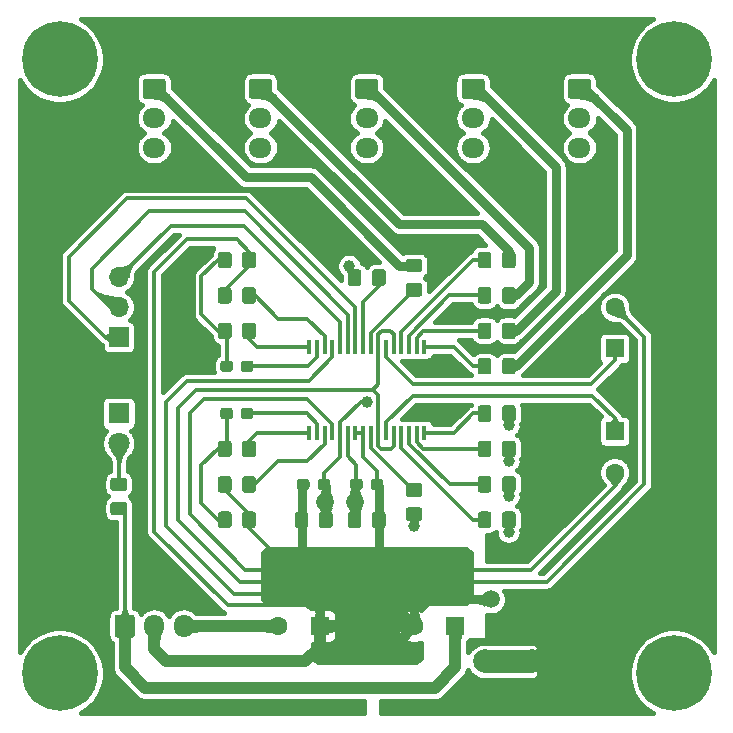
<source format=gtl>
G04 #@! TF.GenerationSoftware,KiCad,Pcbnew,(5.1.5)-3*
G04 #@! TF.CreationDate,2020-04-04T13:58:42+08:00*
G04 #@! TF.ProjectId,1194pre,31313934-7072-4652-9e6b-696361645f70,rev?*
G04 #@! TF.SameCoordinates,Original*
G04 #@! TF.FileFunction,Copper,L1,Top*
G04 #@! TF.FilePolarity,Positive*
%FSLAX46Y46*%
G04 Gerber Fmt 4.6, Leading zero omitted, Abs format (unit mm)*
G04 Created by KiCad (PCBNEW (5.1.5)-3) date 2020-04-04 13:58:42*
%MOMM*%
%LPD*%
G04 APERTURE LIST*
%ADD10C,0.100000*%
%ADD11C,2.000000*%
%ADD12C,6.400000*%
%ADD13C,0.800000*%
%ADD14R,0.400000X1.200000*%
%ADD15O,1.950000X1.700000*%
%ADD16O,1.700000X1.700000*%
%ADD17R,1.700000X1.700000*%
%ADD18C,1.600000*%
%ADD19R,1.600000X1.600000*%
%ADD20O,1.700000X1.950000*%
%ADD21C,1.800000*%
%ADD22R,1.800000X1.800000*%
%ADD23C,1.500000*%
%ADD24C,1.000000*%
%ADD25C,0.800000*%
%ADD26C,0.300000*%
%ADD27C,0.600000*%
%ADD28C,1.000000*%
%ADD29C,0.400000*%
%ADD30C,0.025400*%
G04 APERTURE END LIST*
D10*
G36*
X144000000Y-106000000D02*
G01*
X140000000Y-106000000D01*
X140000000Y-104000000D01*
X144000000Y-104000000D01*
X144000000Y-106000000D01*
G37*
D11*
X140000000Y-105000000D03*
X144000000Y-105000000D03*
D12*
X104000000Y-106000000D03*
D13*
X106400000Y-106000000D03*
X105697056Y-107697056D03*
X104000000Y-108400000D03*
X102302944Y-107697056D03*
X101600000Y-106000000D03*
X102302944Y-104302944D03*
X104000000Y-103600000D03*
X105697056Y-104302944D03*
D14*
X134875000Y-85650000D03*
X134225000Y-85650000D03*
X133575000Y-85650000D03*
X132925000Y-85650000D03*
X132275000Y-85650000D03*
X131625000Y-85650000D03*
X130975000Y-85650000D03*
X130325000Y-85650000D03*
X129675000Y-85650000D03*
X129025000Y-85650000D03*
X128375000Y-85650000D03*
X127725000Y-85650000D03*
X127075000Y-85650000D03*
X126425000Y-85650000D03*
X125775000Y-85650000D03*
X125125000Y-85650000D03*
X125125000Y-78350000D03*
X125775000Y-78350000D03*
X126425000Y-78350000D03*
X127075000Y-78350000D03*
X127725000Y-78350000D03*
X128375000Y-78350000D03*
X129025000Y-78350000D03*
X129675000Y-78350000D03*
X130325000Y-78350000D03*
X130975000Y-78350000D03*
X131625000Y-78350000D03*
X132275000Y-78350000D03*
X132925000Y-78350000D03*
X133575000Y-78350000D03*
X134225000Y-78350000D03*
X134875000Y-78350000D03*
D12*
X104000000Y-54000000D03*
D13*
X106400000Y-54000000D03*
X105697056Y-55697056D03*
X104000000Y-56400000D03*
X102302944Y-55697056D03*
X101600000Y-54000000D03*
X102302944Y-52302944D03*
X104000000Y-51600000D03*
X105697056Y-52302944D03*
D12*
X156000000Y-54000000D03*
D13*
X158400000Y-54000000D03*
X157697056Y-55697056D03*
X156000000Y-56400000D03*
X154302944Y-55697056D03*
X153600000Y-54000000D03*
X154302944Y-52302944D03*
X156000000Y-51600000D03*
X157697056Y-52302944D03*
D15*
X112000000Y-61500000D03*
X112000000Y-59000000D03*
G04 #@! TA.AperFunction,ComponentPad*
D10*
G36*
X112749504Y-55651204D02*
G01*
X112773773Y-55654804D01*
X112797571Y-55660765D01*
X112820671Y-55669030D01*
X112842849Y-55679520D01*
X112863893Y-55692133D01*
X112883598Y-55706747D01*
X112901777Y-55723223D01*
X112918253Y-55741402D01*
X112932867Y-55761107D01*
X112945480Y-55782151D01*
X112955970Y-55804329D01*
X112964235Y-55827429D01*
X112970196Y-55851227D01*
X112973796Y-55875496D01*
X112975000Y-55900000D01*
X112975000Y-57100000D01*
X112973796Y-57124504D01*
X112970196Y-57148773D01*
X112964235Y-57172571D01*
X112955970Y-57195671D01*
X112945480Y-57217849D01*
X112932867Y-57238893D01*
X112918253Y-57258598D01*
X112901777Y-57276777D01*
X112883598Y-57293253D01*
X112863893Y-57307867D01*
X112842849Y-57320480D01*
X112820671Y-57330970D01*
X112797571Y-57339235D01*
X112773773Y-57345196D01*
X112749504Y-57348796D01*
X112725000Y-57350000D01*
X111275000Y-57350000D01*
X111250496Y-57348796D01*
X111226227Y-57345196D01*
X111202429Y-57339235D01*
X111179329Y-57330970D01*
X111157151Y-57320480D01*
X111136107Y-57307867D01*
X111116402Y-57293253D01*
X111098223Y-57276777D01*
X111081747Y-57258598D01*
X111067133Y-57238893D01*
X111054520Y-57217849D01*
X111044030Y-57195671D01*
X111035765Y-57172571D01*
X111029804Y-57148773D01*
X111026204Y-57124504D01*
X111025000Y-57100000D01*
X111025000Y-55900000D01*
X111026204Y-55875496D01*
X111029804Y-55851227D01*
X111035765Y-55827429D01*
X111044030Y-55804329D01*
X111054520Y-55782151D01*
X111067133Y-55761107D01*
X111081747Y-55741402D01*
X111098223Y-55723223D01*
X111116402Y-55706747D01*
X111136107Y-55692133D01*
X111157151Y-55679520D01*
X111179329Y-55669030D01*
X111202429Y-55660765D01*
X111226227Y-55654804D01*
X111250496Y-55651204D01*
X111275000Y-55650000D01*
X112725000Y-55650000D01*
X112749504Y-55651204D01*
G37*
G04 #@! TD.AperFunction*
D16*
X109000000Y-72460000D03*
X109000000Y-75000000D03*
D17*
X109000000Y-77540000D03*
D13*
X157697056Y-104302944D03*
X156000000Y-103600000D03*
X154302944Y-104302944D03*
X153600000Y-106000000D03*
X154302944Y-107697056D03*
X156000000Y-108400000D03*
X157697056Y-107697056D03*
X158400000Y-106000000D03*
D12*
X156000000Y-106000000D03*
D18*
X122500000Y-102000000D03*
D19*
X126000000Y-102000000D03*
D18*
X134000000Y-102000000D03*
D19*
X137500000Y-102000000D03*
D18*
X151000000Y-89000000D03*
D19*
X151000000Y-85500000D03*
D18*
X151000000Y-75000000D03*
D19*
X151000000Y-78500000D03*
G04 #@! TA.AperFunction,SMDPad,CuDef*
D10*
G36*
X109474505Y-91476204D02*
G01*
X109498773Y-91479804D01*
X109522572Y-91485765D01*
X109545671Y-91494030D01*
X109567850Y-91504520D01*
X109588893Y-91517132D01*
X109608599Y-91531747D01*
X109626777Y-91548223D01*
X109643253Y-91566401D01*
X109657868Y-91586107D01*
X109670480Y-91607150D01*
X109680970Y-91629329D01*
X109689235Y-91652428D01*
X109695196Y-91676227D01*
X109698796Y-91700495D01*
X109700000Y-91724999D01*
X109700000Y-92375001D01*
X109698796Y-92399505D01*
X109695196Y-92423773D01*
X109689235Y-92447572D01*
X109680970Y-92470671D01*
X109670480Y-92492850D01*
X109657868Y-92513893D01*
X109643253Y-92533599D01*
X109626777Y-92551777D01*
X109608599Y-92568253D01*
X109588893Y-92582868D01*
X109567850Y-92595480D01*
X109545671Y-92605970D01*
X109522572Y-92614235D01*
X109498773Y-92620196D01*
X109474505Y-92623796D01*
X109450001Y-92625000D01*
X108549999Y-92625000D01*
X108525495Y-92623796D01*
X108501227Y-92620196D01*
X108477428Y-92614235D01*
X108454329Y-92605970D01*
X108432150Y-92595480D01*
X108411107Y-92582868D01*
X108391401Y-92568253D01*
X108373223Y-92551777D01*
X108356747Y-92533599D01*
X108342132Y-92513893D01*
X108329520Y-92492850D01*
X108319030Y-92470671D01*
X108310765Y-92447572D01*
X108304804Y-92423773D01*
X108301204Y-92399505D01*
X108300000Y-92375001D01*
X108300000Y-91724999D01*
X108301204Y-91700495D01*
X108304804Y-91676227D01*
X108310765Y-91652428D01*
X108319030Y-91629329D01*
X108329520Y-91607150D01*
X108342132Y-91586107D01*
X108356747Y-91566401D01*
X108373223Y-91548223D01*
X108391401Y-91531747D01*
X108411107Y-91517132D01*
X108432150Y-91504520D01*
X108454329Y-91494030D01*
X108477428Y-91485765D01*
X108501227Y-91479804D01*
X108525495Y-91476204D01*
X108549999Y-91475000D01*
X109450001Y-91475000D01*
X109474505Y-91476204D01*
G37*
G04 #@! TD.AperFunction*
G04 #@! TA.AperFunction,SMDPad,CuDef*
G36*
X109474505Y-89426204D02*
G01*
X109498773Y-89429804D01*
X109522572Y-89435765D01*
X109545671Y-89444030D01*
X109567850Y-89454520D01*
X109588893Y-89467132D01*
X109608599Y-89481747D01*
X109626777Y-89498223D01*
X109643253Y-89516401D01*
X109657868Y-89536107D01*
X109670480Y-89557150D01*
X109680970Y-89579329D01*
X109689235Y-89602428D01*
X109695196Y-89626227D01*
X109698796Y-89650495D01*
X109700000Y-89674999D01*
X109700000Y-90325001D01*
X109698796Y-90349505D01*
X109695196Y-90373773D01*
X109689235Y-90397572D01*
X109680970Y-90420671D01*
X109670480Y-90442850D01*
X109657868Y-90463893D01*
X109643253Y-90483599D01*
X109626777Y-90501777D01*
X109608599Y-90518253D01*
X109588893Y-90532868D01*
X109567850Y-90545480D01*
X109545671Y-90555970D01*
X109522572Y-90564235D01*
X109498773Y-90570196D01*
X109474505Y-90573796D01*
X109450001Y-90575000D01*
X108549999Y-90575000D01*
X108525495Y-90573796D01*
X108501227Y-90570196D01*
X108477428Y-90564235D01*
X108454329Y-90555970D01*
X108432150Y-90545480D01*
X108411107Y-90532868D01*
X108391401Y-90518253D01*
X108373223Y-90501777D01*
X108356747Y-90483599D01*
X108342132Y-90463893D01*
X108329520Y-90442850D01*
X108319030Y-90420671D01*
X108310765Y-90397572D01*
X108304804Y-90373773D01*
X108301204Y-90349505D01*
X108300000Y-90325001D01*
X108300000Y-89674999D01*
X108301204Y-89650495D01*
X108304804Y-89626227D01*
X108310765Y-89602428D01*
X108319030Y-89579329D01*
X108329520Y-89557150D01*
X108342132Y-89536107D01*
X108356747Y-89516401D01*
X108373223Y-89498223D01*
X108391401Y-89481747D01*
X108411107Y-89467132D01*
X108432150Y-89454520D01*
X108454329Y-89444030D01*
X108477428Y-89435765D01*
X108501227Y-89429804D01*
X108525495Y-89426204D01*
X108549999Y-89425000D01*
X109450001Y-89425000D01*
X109474505Y-89426204D01*
G37*
G04 #@! TD.AperFunction*
G04 #@! TA.AperFunction,SMDPad,CuDef*
G36*
X118324505Y-92301204D02*
G01*
X118348773Y-92304804D01*
X118372572Y-92310765D01*
X118395671Y-92319030D01*
X118417850Y-92329520D01*
X118438893Y-92342132D01*
X118458599Y-92356747D01*
X118476777Y-92373223D01*
X118493253Y-92391401D01*
X118507868Y-92411107D01*
X118520480Y-92432150D01*
X118530970Y-92454329D01*
X118539235Y-92477428D01*
X118545196Y-92501227D01*
X118548796Y-92525495D01*
X118550000Y-92549999D01*
X118550000Y-93450001D01*
X118548796Y-93474505D01*
X118545196Y-93498773D01*
X118539235Y-93522572D01*
X118530970Y-93545671D01*
X118520480Y-93567850D01*
X118507868Y-93588893D01*
X118493253Y-93608599D01*
X118476777Y-93626777D01*
X118458599Y-93643253D01*
X118438893Y-93657868D01*
X118417850Y-93670480D01*
X118395671Y-93680970D01*
X118372572Y-93689235D01*
X118348773Y-93695196D01*
X118324505Y-93698796D01*
X118300001Y-93700000D01*
X117649999Y-93700000D01*
X117625495Y-93698796D01*
X117601227Y-93695196D01*
X117577428Y-93689235D01*
X117554329Y-93680970D01*
X117532150Y-93670480D01*
X117511107Y-93657868D01*
X117491401Y-93643253D01*
X117473223Y-93626777D01*
X117456747Y-93608599D01*
X117442132Y-93588893D01*
X117429520Y-93567850D01*
X117419030Y-93545671D01*
X117410765Y-93522572D01*
X117404804Y-93498773D01*
X117401204Y-93474505D01*
X117400000Y-93450001D01*
X117400000Y-92549999D01*
X117401204Y-92525495D01*
X117404804Y-92501227D01*
X117410765Y-92477428D01*
X117419030Y-92454329D01*
X117429520Y-92432150D01*
X117442132Y-92411107D01*
X117456747Y-92391401D01*
X117473223Y-92373223D01*
X117491401Y-92356747D01*
X117511107Y-92342132D01*
X117532150Y-92329520D01*
X117554329Y-92319030D01*
X117577428Y-92310765D01*
X117601227Y-92304804D01*
X117625495Y-92301204D01*
X117649999Y-92300000D01*
X118300001Y-92300000D01*
X118324505Y-92301204D01*
G37*
G04 #@! TD.AperFunction*
G04 #@! TA.AperFunction,SMDPad,CuDef*
G36*
X120374505Y-92301204D02*
G01*
X120398773Y-92304804D01*
X120422572Y-92310765D01*
X120445671Y-92319030D01*
X120467850Y-92329520D01*
X120488893Y-92342132D01*
X120508599Y-92356747D01*
X120526777Y-92373223D01*
X120543253Y-92391401D01*
X120557868Y-92411107D01*
X120570480Y-92432150D01*
X120580970Y-92454329D01*
X120589235Y-92477428D01*
X120595196Y-92501227D01*
X120598796Y-92525495D01*
X120600000Y-92549999D01*
X120600000Y-93450001D01*
X120598796Y-93474505D01*
X120595196Y-93498773D01*
X120589235Y-93522572D01*
X120580970Y-93545671D01*
X120570480Y-93567850D01*
X120557868Y-93588893D01*
X120543253Y-93608599D01*
X120526777Y-93626777D01*
X120508599Y-93643253D01*
X120488893Y-93657868D01*
X120467850Y-93670480D01*
X120445671Y-93680970D01*
X120422572Y-93689235D01*
X120398773Y-93695196D01*
X120374505Y-93698796D01*
X120350001Y-93700000D01*
X119699999Y-93700000D01*
X119675495Y-93698796D01*
X119651227Y-93695196D01*
X119627428Y-93689235D01*
X119604329Y-93680970D01*
X119582150Y-93670480D01*
X119561107Y-93657868D01*
X119541401Y-93643253D01*
X119523223Y-93626777D01*
X119506747Y-93608599D01*
X119492132Y-93588893D01*
X119479520Y-93567850D01*
X119469030Y-93545671D01*
X119460765Y-93522572D01*
X119454804Y-93498773D01*
X119451204Y-93474505D01*
X119450000Y-93450001D01*
X119450000Y-92549999D01*
X119451204Y-92525495D01*
X119454804Y-92501227D01*
X119460765Y-92477428D01*
X119469030Y-92454329D01*
X119479520Y-92432150D01*
X119492132Y-92411107D01*
X119506747Y-92391401D01*
X119523223Y-92373223D01*
X119541401Y-92356747D01*
X119561107Y-92342132D01*
X119582150Y-92329520D01*
X119604329Y-92319030D01*
X119627428Y-92310765D01*
X119651227Y-92304804D01*
X119675495Y-92301204D01*
X119699999Y-92300000D01*
X120350001Y-92300000D01*
X120374505Y-92301204D01*
G37*
G04 #@! TD.AperFunction*
G04 #@! TA.AperFunction,SMDPad,CuDef*
G36*
X120374505Y-70301204D02*
G01*
X120398773Y-70304804D01*
X120422572Y-70310765D01*
X120445671Y-70319030D01*
X120467850Y-70329520D01*
X120488893Y-70342132D01*
X120508599Y-70356747D01*
X120526777Y-70373223D01*
X120543253Y-70391401D01*
X120557868Y-70411107D01*
X120570480Y-70432150D01*
X120580970Y-70454329D01*
X120589235Y-70477428D01*
X120595196Y-70501227D01*
X120598796Y-70525495D01*
X120600000Y-70549999D01*
X120600000Y-71450001D01*
X120598796Y-71474505D01*
X120595196Y-71498773D01*
X120589235Y-71522572D01*
X120580970Y-71545671D01*
X120570480Y-71567850D01*
X120557868Y-71588893D01*
X120543253Y-71608599D01*
X120526777Y-71626777D01*
X120508599Y-71643253D01*
X120488893Y-71657868D01*
X120467850Y-71670480D01*
X120445671Y-71680970D01*
X120422572Y-71689235D01*
X120398773Y-71695196D01*
X120374505Y-71698796D01*
X120350001Y-71700000D01*
X119699999Y-71700000D01*
X119675495Y-71698796D01*
X119651227Y-71695196D01*
X119627428Y-71689235D01*
X119604329Y-71680970D01*
X119582150Y-71670480D01*
X119561107Y-71657868D01*
X119541401Y-71643253D01*
X119523223Y-71626777D01*
X119506747Y-71608599D01*
X119492132Y-71588893D01*
X119479520Y-71567850D01*
X119469030Y-71545671D01*
X119460765Y-71522572D01*
X119454804Y-71498773D01*
X119451204Y-71474505D01*
X119450000Y-71450001D01*
X119450000Y-70549999D01*
X119451204Y-70525495D01*
X119454804Y-70501227D01*
X119460765Y-70477428D01*
X119469030Y-70454329D01*
X119479520Y-70432150D01*
X119492132Y-70411107D01*
X119506747Y-70391401D01*
X119523223Y-70373223D01*
X119541401Y-70356747D01*
X119561107Y-70342132D01*
X119582150Y-70329520D01*
X119604329Y-70319030D01*
X119627428Y-70310765D01*
X119651227Y-70304804D01*
X119675495Y-70301204D01*
X119699999Y-70300000D01*
X120350001Y-70300000D01*
X120374505Y-70301204D01*
G37*
G04 #@! TD.AperFunction*
G04 #@! TA.AperFunction,SMDPad,CuDef*
G36*
X118324505Y-70301204D02*
G01*
X118348773Y-70304804D01*
X118372572Y-70310765D01*
X118395671Y-70319030D01*
X118417850Y-70329520D01*
X118438893Y-70342132D01*
X118458599Y-70356747D01*
X118476777Y-70373223D01*
X118493253Y-70391401D01*
X118507868Y-70411107D01*
X118520480Y-70432150D01*
X118530970Y-70454329D01*
X118539235Y-70477428D01*
X118545196Y-70501227D01*
X118548796Y-70525495D01*
X118550000Y-70549999D01*
X118550000Y-71450001D01*
X118548796Y-71474505D01*
X118545196Y-71498773D01*
X118539235Y-71522572D01*
X118530970Y-71545671D01*
X118520480Y-71567850D01*
X118507868Y-71588893D01*
X118493253Y-71608599D01*
X118476777Y-71626777D01*
X118458599Y-71643253D01*
X118438893Y-71657868D01*
X118417850Y-71670480D01*
X118395671Y-71680970D01*
X118372572Y-71689235D01*
X118348773Y-71695196D01*
X118324505Y-71698796D01*
X118300001Y-71700000D01*
X117649999Y-71700000D01*
X117625495Y-71698796D01*
X117601227Y-71695196D01*
X117577428Y-71689235D01*
X117554329Y-71680970D01*
X117532150Y-71670480D01*
X117511107Y-71657868D01*
X117491401Y-71643253D01*
X117473223Y-71626777D01*
X117456747Y-71608599D01*
X117442132Y-71588893D01*
X117429520Y-71567850D01*
X117419030Y-71545671D01*
X117410765Y-71522572D01*
X117404804Y-71498773D01*
X117401204Y-71474505D01*
X117400000Y-71450001D01*
X117400000Y-70549999D01*
X117401204Y-70525495D01*
X117404804Y-70501227D01*
X117410765Y-70477428D01*
X117419030Y-70454329D01*
X117429520Y-70432150D01*
X117442132Y-70411107D01*
X117456747Y-70391401D01*
X117473223Y-70373223D01*
X117491401Y-70356747D01*
X117511107Y-70342132D01*
X117532150Y-70329520D01*
X117554329Y-70319030D01*
X117577428Y-70310765D01*
X117601227Y-70304804D01*
X117625495Y-70301204D01*
X117649999Y-70300000D01*
X118300001Y-70300000D01*
X118324505Y-70301204D01*
G37*
G04 #@! TD.AperFunction*
D20*
X114500000Y-102000000D03*
X112000000Y-102000000D03*
G04 #@! TA.AperFunction,ComponentPad*
D10*
G36*
X110124504Y-101026204D02*
G01*
X110148773Y-101029804D01*
X110172571Y-101035765D01*
X110195671Y-101044030D01*
X110217849Y-101054520D01*
X110238893Y-101067133D01*
X110258598Y-101081747D01*
X110276777Y-101098223D01*
X110293253Y-101116402D01*
X110307867Y-101136107D01*
X110320480Y-101157151D01*
X110330970Y-101179329D01*
X110339235Y-101202429D01*
X110345196Y-101226227D01*
X110348796Y-101250496D01*
X110350000Y-101275000D01*
X110350000Y-102725000D01*
X110348796Y-102749504D01*
X110345196Y-102773773D01*
X110339235Y-102797571D01*
X110330970Y-102820671D01*
X110320480Y-102842849D01*
X110307867Y-102863893D01*
X110293253Y-102883598D01*
X110276777Y-102901777D01*
X110258598Y-102918253D01*
X110238893Y-102932867D01*
X110217849Y-102945480D01*
X110195671Y-102955970D01*
X110172571Y-102964235D01*
X110148773Y-102970196D01*
X110124504Y-102973796D01*
X110100000Y-102975000D01*
X108900000Y-102975000D01*
X108875496Y-102973796D01*
X108851227Y-102970196D01*
X108827429Y-102964235D01*
X108804329Y-102955970D01*
X108782151Y-102945480D01*
X108761107Y-102932867D01*
X108741402Y-102918253D01*
X108723223Y-102901777D01*
X108706747Y-102883598D01*
X108692133Y-102863893D01*
X108679520Y-102842849D01*
X108669030Y-102820671D01*
X108660765Y-102797571D01*
X108654804Y-102773773D01*
X108651204Y-102749504D01*
X108650000Y-102725000D01*
X108650000Y-101275000D01*
X108651204Y-101250496D01*
X108654804Y-101226227D01*
X108660765Y-101202429D01*
X108669030Y-101179329D01*
X108679520Y-101157151D01*
X108692133Y-101136107D01*
X108706747Y-101116402D01*
X108723223Y-101098223D01*
X108741402Y-101081747D01*
X108761107Y-101067133D01*
X108782151Y-101054520D01*
X108804329Y-101044030D01*
X108827429Y-101035765D01*
X108851227Y-101029804D01*
X108875496Y-101026204D01*
X108900000Y-101025000D01*
X110100000Y-101025000D01*
X110124504Y-101026204D01*
G37*
G04 #@! TD.AperFunction*
D15*
X121000000Y-61500000D03*
X121000000Y-59000000D03*
G04 #@! TA.AperFunction,ComponentPad*
D10*
G36*
X121749504Y-55651204D02*
G01*
X121773773Y-55654804D01*
X121797571Y-55660765D01*
X121820671Y-55669030D01*
X121842849Y-55679520D01*
X121863893Y-55692133D01*
X121883598Y-55706747D01*
X121901777Y-55723223D01*
X121918253Y-55741402D01*
X121932867Y-55761107D01*
X121945480Y-55782151D01*
X121955970Y-55804329D01*
X121964235Y-55827429D01*
X121970196Y-55851227D01*
X121973796Y-55875496D01*
X121975000Y-55900000D01*
X121975000Y-57100000D01*
X121973796Y-57124504D01*
X121970196Y-57148773D01*
X121964235Y-57172571D01*
X121955970Y-57195671D01*
X121945480Y-57217849D01*
X121932867Y-57238893D01*
X121918253Y-57258598D01*
X121901777Y-57276777D01*
X121883598Y-57293253D01*
X121863893Y-57307867D01*
X121842849Y-57320480D01*
X121820671Y-57330970D01*
X121797571Y-57339235D01*
X121773773Y-57345196D01*
X121749504Y-57348796D01*
X121725000Y-57350000D01*
X120275000Y-57350000D01*
X120250496Y-57348796D01*
X120226227Y-57345196D01*
X120202429Y-57339235D01*
X120179329Y-57330970D01*
X120157151Y-57320480D01*
X120136107Y-57307867D01*
X120116402Y-57293253D01*
X120098223Y-57276777D01*
X120081747Y-57258598D01*
X120067133Y-57238893D01*
X120054520Y-57217849D01*
X120044030Y-57195671D01*
X120035765Y-57172571D01*
X120029804Y-57148773D01*
X120026204Y-57124504D01*
X120025000Y-57100000D01*
X120025000Y-55900000D01*
X120026204Y-55875496D01*
X120029804Y-55851227D01*
X120035765Y-55827429D01*
X120044030Y-55804329D01*
X120054520Y-55782151D01*
X120067133Y-55761107D01*
X120081747Y-55741402D01*
X120098223Y-55723223D01*
X120116402Y-55706747D01*
X120136107Y-55692133D01*
X120157151Y-55679520D01*
X120179329Y-55669030D01*
X120202429Y-55660765D01*
X120226227Y-55654804D01*
X120250496Y-55651204D01*
X120275000Y-55650000D01*
X121725000Y-55650000D01*
X121749504Y-55651204D01*
G37*
G04 #@! TD.AperFunction*
D15*
X130000000Y-61500000D03*
X130000000Y-59000000D03*
G04 #@! TA.AperFunction,ComponentPad*
D10*
G36*
X130749504Y-55651204D02*
G01*
X130773773Y-55654804D01*
X130797571Y-55660765D01*
X130820671Y-55669030D01*
X130842849Y-55679520D01*
X130863893Y-55692133D01*
X130883598Y-55706747D01*
X130901777Y-55723223D01*
X130918253Y-55741402D01*
X130932867Y-55761107D01*
X130945480Y-55782151D01*
X130955970Y-55804329D01*
X130964235Y-55827429D01*
X130970196Y-55851227D01*
X130973796Y-55875496D01*
X130975000Y-55900000D01*
X130975000Y-57100000D01*
X130973796Y-57124504D01*
X130970196Y-57148773D01*
X130964235Y-57172571D01*
X130955970Y-57195671D01*
X130945480Y-57217849D01*
X130932867Y-57238893D01*
X130918253Y-57258598D01*
X130901777Y-57276777D01*
X130883598Y-57293253D01*
X130863893Y-57307867D01*
X130842849Y-57320480D01*
X130820671Y-57330970D01*
X130797571Y-57339235D01*
X130773773Y-57345196D01*
X130749504Y-57348796D01*
X130725000Y-57350000D01*
X129275000Y-57350000D01*
X129250496Y-57348796D01*
X129226227Y-57345196D01*
X129202429Y-57339235D01*
X129179329Y-57330970D01*
X129157151Y-57320480D01*
X129136107Y-57307867D01*
X129116402Y-57293253D01*
X129098223Y-57276777D01*
X129081747Y-57258598D01*
X129067133Y-57238893D01*
X129054520Y-57217849D01*
X129044030Y-57195671D01*
X129035765Y-57172571D01*
X129029804Y-57148773D01*
X129026204Y-57124504D01*
X129025000Y-57100000D01*
X129025000Y-55900000D01*
X129026204Y-55875496D01*
X129029804Y-55851227D01*
X129035765Y-55827429D01*
X129044030Y-55804329D01*
X129054520Y-55782151D01*
X129067133Y-55761107D01*
X129081747Y-55741402D01*
X129098223Y-55723223D01*
X129116402Y-55706747D01*
X129136107Y-55692133D01*
X129157151Y-55679520D01*
X129179329Y-55669030D01*
X129202429Y-55660765D01*
X129226227Y-55654804D01*
X129250496Y-55651204D01*
X129275000Y-55650000D01*
X130725000Y-55650000D01*
X130749504Y-55651204D01*
G37*
G04 #@! TD.AperFunction*
D15*
X139000000Y-61500000D03*
X139000000Y-59000000D03*
G04 #@! TA.AperFunction,ComponentPad*
D10*
G36*
X139749504Y-55651204D02*
G01*
X139773773Y-55654804D01*
X139797571Y-55660765D01*
X139820671Y-55669030D01*
X139842849Y-55679520D01*
X139863893Y-55692133D01*
X139883598Y-55706747D01*
X139901777Y-55723223D01*
X139918253Y-55741402D01*
X139932867Y-55761107D01*
X139945480Y-55782151D01*
X139955970Y-55804329D01*
X139964235Y-55827429D01*
X139970196Y-55851227D01*
X139973796Y-55875496D01*
X139975000Y-55900000D01*
X139975000Y-57100000D01*
X139973796Y-57124504D01*
X139970196Y-57148773D01*
X139964235Y-57172571D01*
X139955970Y-57195671D01*
X139945480Y-57217849D01*
X139932867Y-57238893D01*
X139918253Y-57258598D01*
X139901777Y-57276777D01*
X139883598Y-57293253D01*
X139863893Y-57307867D01*
X139842849Y-57320480D01*
X139820671Y-57330970D01*
X139797571Y-57339235D01*
X139773773Y-57345196D01*
X139749504Y-57348796D01*
X139725000Y-57350000D01*
X138275000Y-57350000D01*
X138250496Y-57348796D01*
X138226227Y-57345196D01*
X138202429Y-57339235D01*
X138179329Y-57330970D01*
X138157151Y-57320480D01*
X138136107Y-57307867D01*
X138116402Y-57293253D01*
X138098223Y-57276777D01*
X138081747Y-57258598D01*
X138067133Y-57238893D01*
X138054520Y-57217849D01*
X138044030Y-57195671D01*
X138035765Y-57172571D01*
X138029804Y-57148773D01*
X138026204Y-57124504D01*
X138025000Y-57100000D01*
X138025000Y-55900000D01*
X138026204Y-55875496D01*
X138029804Y-55851227D01*
X138035765Y-55827429D01*
X138044030Y-55804329D01*
X138054520Y-55782151D01*
X138067133Y-55761107D01*
X138081747Y-55741402D01*
X138098223Y-55723223D01*
X138116402Y-55706747D01*
X138136107Y-55692133D01*
X138157151Y-55679520D01*
X138179329Y-55669030D01*
X138202429Y-55660765D01*
X138226227Y-55654804D01*
X138250496Y-55651204D01*
X138275000Y-55650000D01*
X139725000Y-55650000D01*
X139749504Y-55651204D01*
G37*
G04 #@! TD.AperFunction*
D15*
X148000000Y-61500000D03*
X148000000Y-59000000D03*
G04 #@! TA.AperFunction,ComponentPad*
D10*
G36*
X148749504Y-55651204D02*
G01*
X148773773Y-55654804D01*
X148797571Y-55660765D01*
X148820671Y-55669030D01*
X148842849Y-55679520D01*
X148863893Y-55692133D01*
X148883598Y-55706747D01*
X148901777Y-55723223D01*
X148918253Y-55741402D01*
X148932867Y-55761107D01*
X148945480Y-55782151D01*
X148955970Y-55804329D01*
X148964235Y-55827429D01*
X148970196Y-55851227D01*
X148973796Y-55875496D01*
X148975000Y-55900000D01*
X148975000Y-57100000D01*
X148973796Y-57124504D01*
X148970196Y-57148773D01*
X148964235Y-57172571D01*
X148955970Y-57195671D01*
X148945480Y-57217849D01*
X148932867Y-57238893D01*
X148918253Y-57258598D01*
X148901777Y-57276777D01*
X148883598Y-57293253D01*
X148863893Y-57307867D01*
X148842849Y-57320480D01*
X148820671Y-57330970D01*
X148797571Y-57339235D01*
X148773773Y-57345196D01*
X148749504Y-57348796D01*
X148725000Y-57350000D01*
X147275000Y-57350000D01*
X147250496Y-57348796D01*
X147226227Y-57345196D01*
X147202429Y-57339235D01*
X147179329Y-57330970D01*
X147157151Y-57320480D01*
X147136107Y-57307867D01*
X147116402Y-57293253D01*
X147098223Y-57276777D01*
X147081747Y-57258598D01*
X147067133Y-57238893D01*
X147054520Y-57217849D01*
X147044030Y-57195671D01*
X147035765Y-57172571D01*
X147029804Y-57148773D01*
X147026204Y-57124504D01*
X147025000Y-57100000D01*
X147025000Y-55900000D01*
X147026204Y-55875496D01*
X147029804Y-55851227D01*
X147035765Y-55827429D01*
X147044030Y-55804329D01*
X147054520Y-55782151D01*
X147067133Y-55761107D01*
X147081747Y-55741402D01*
X147098223Y-55723223D01*
X147116402Y-55706747D01*
X147136107Y-55692133D01*
X147157151Y-55679520D01*
X147179329Y-55669030D01*
X147202429Y-55660765D01*
X147226227Y-55654804D01*
X147250496Y-55651204D01*
X147275000Y-55650000D01*
X148725000Y-55650000D01*
X148749504Y-55651204D01*
G37*
G04 #@! TD.AperFunction*
D21*
X109000000Y-86540000D03*
D22*
X109000000Y-84000000D03*
G04 #@! TA.AperFunction,SMDPad,CuDef*
D10*
G36*
X126685779Y-89526144D02*
G01*
X126708834Y-89529563D01*
X126731443Y-89535227D01*
X126753387Y-89543079D01*
X126774457Y-89553044D01*
X126794448Y-89565026D01*
X126813168Y-89578910D01*
X126830438Y-89594562D01*
X126846090Y-89611832D01*
X126859974Y-89630552D01*
X126871956Y-89650543D01*
X126881921Y-89671613D01*
X126889773Y-89693557D01*
X126895437Y-89716166D01*
X126898856Y-89739221D01*
X126900000Y-89762500D01*
X126900000Y-90237500D01*
X126898856Y-90260779D01*
X126895437Y-90283834D01*
X126889773Y-90306443D01*
X126881921Y-90328387D01*
X126871956Y-90349457D01*
X126859974Y-90369448D01*
X126846090Y-90388168D01*
X126830438Y-90405438D01*
X126813168Y-90421090D01*
X126794448Y-90434974D01*
X126774457Y-90446956D01*
X126753387Y-90456921D01*
X126731443Y-90464773D01*
X126708834Y-90470437D01*
X126685779Y-90473856D01*
X126662500Y-90475000D01*
X126087500Y-90475000D01*
X126064221Y-90473856D01*
X126041166Y-90470437D01*
X126018557Y-90464773D01*
X125996613Y-90456921D01*
X125975543Y-90446956D01*
X125955552Y-90434974D01*
X125936832Y-90421090D01*
X125919562Y-90405438D01*
X125903910Y-90388168D01*
X125890026Y-90369448D01*
X125878044Y-90349457D01*
X125868079Y-90328387D01*
X125860227Y-90306443D01*
X125854563Y-90283834D01*
X125851144Y-90260779D01*
X125850000Y-90237500D01*
X125850000Y-89762500D01*
X125851144Y-89739221D01*
X125854563Y-89716166D01*
X125860227Y-89693557D01*
X125868079Y-89671613D01*
X125878044Y-89650543D01*
X125890026Y-89630552D01*
X125903910Y-89611832D01*
X125919562Y-89594562D01*
X125936832Y-89578910D01*
X125955552Y-89565026D01*
X125975543Y-89553044D01*
X125996613Y-89543079D01*
X126018557Y-89535227D01*
X126041166Y-89529563D01*
X126064221Y-89526144D01*
X126087500Y-89525000D01*
X126662500Y-89525000D01*
X126685779Y-89526144D01*
G37*
G04 #@! TD.AperFunction*
G04 #@! TA.AperFunction,SMDPad,CuDef*
G36*
X124935779Y-89526144D02*
G01*
X124958834Y-89529563D01*
X124981443Y-89535227D01*
X125003387Y-89543079D01*
X125024457Y-89553044D01*
X125044448Y-89565026D01*
X125063168Y-89578910D01*
X125080438Y-89594562D01*
X125096090Y-89611832D01*
X125109974Y-89630552D01*
X125121956Y-89650543D01*
X125131921Y-89671613D01*
X125139773Y-89693557D01*
X125145437Y-89716166D01*
X125148856Y-89739221D01*
X125150000Y-89762500D01*
X125150000Y-90237500D01*
X125148856Y-90260779D01*
X125145437Y-90283834D01*
X125139773Y-90306443D01*
X125131921Y-90328387D01*
X125121956Y-90349457D01*
X125109974Y-90369448D01*
X125096090Y-90388168D01*
X125080438Y-90405438D01*
X125063168Y-90421090D01*
X125044448Y-90434974D01*
X125024457Y-90446956D01*
X125003387Y-90456921D01*
X124981443Y-90464773D01*
X124958834Y-90470437D01*
X124935779Y-90473856D01*
X124912500Y-90475000D01*
X124337500Y-90475000D01*
X124314221Y-90473856D01*
X124291166Y-90470437D01*
X124268557Y-90464773D01*
X124246613Y-90456921D01*
X124225543Y-90446956D01*
X124205552Y-90434974D01*
X124186832Y-90421090D01*
X124169562Y-90405438D01*
X124153910Y-90388168D01*
X124140026Y-90369448D01*
X124128044Y-90349457D01*
X124118079Y-90328387D01*
X124110227Y-90306443D01*
X124104563Y-90283834D01*
X124101144Y-90260779D01*
X124100000Y-90237500D01*
X124100000Y-89762500D01*
X124101144Y-89739221D01*
X124104563Y-89716166D01*
X124110227Y-89693557D01*
X124118079Y-89671613D01*
X124128044Y-89650543D01*
X124140026Y-89630552D01*
X124153910Y-89611832D01*
X124169562Y-89594562D01*
X124186832Y-89578910D01*
X124205552Y-89565026D01*
X124225543Y-89553044D01*
X124246613Y-89543079D01*
X124268557Y-89535227D01*
X124291166Y-89529563D01*
X124314221Y-89526144D01*
X124337500Y-89525000D01*
X124912500Y-89525000D01*
X124935779Y-89526144D01*
G37*
G04 #@! TD.AperFunction*
G04 #@! TA.AperFunction,SMDPad,CuDef*
G36*
X126874505Y-92301204D02*
G01*
X126898773Y-92304804D01*
X126922572Y-92310765D01*
X126945671Y-92319030D01*
X126967850Y-92329520D01*
X126988893Y-92342132D01*
X127008599Y-92356747D01*
X127026777Y-92373223D01*
X127043253Y-92391401D01*
X127057868Y-92411107D01*
X127070480Y-92432150D01*
X127080970Y-92454329D01*
X127089235Y-92477428D01*
X127095196Y-92501227D01*
X127098796Y-92525495D01*
X127100000Y-92549999D01*
X127100000Y-93450001D01*
X127098796Y-93474505D01*
X127095196Y-93498773D01*
X127089235Y-93522572D01*
X127080970Y-93545671D01*
X127070480Y-93567850D01*
X127057868Y-93588893D01*
X127043253Y-93608599D01*
X127026777Y-93626777D01*
X127008599Y-93643253D01*
X126988893Y-93657868D01*
X126967850Y-93670480D01*
X126945671Y-93680970D01*
X126922572Y-93689235D01*
X126898773Y-93695196D01*
X126874505Y-93698796D01*
X126850001Y-93700000D01*
X126199999Y-93700000D01*
X126175495Y-93698796D01*
X126151227Y-93695196D01*
X126127428Y-93689235D01*
X126104329Y-93680970D01*
X126082150Y-93670480D01*
X126061107Y-93657868D01*
X126041401Y-93643253D01*
X126023223Y-93626777D01*
X126006747Y-93608599D01*
X125992132Y-93588893D01*
X125979520Y-93567850D01*
X125969030Y-93545671D01*
X125960765Y-93522572D01*
X125954804Y-93498773D01*
X125951204Y-93474505D01*
X125950000Y-93450001D01*
X125950000Y-92549999D01*
X125951204Y-92525495D01*
X125954804Y-92501227D01*
X125960765Y-92477428D01*
X125969030Y-92454329D01*
X125979520Y-92432150D01*
X125992132Y-92411107D01*
X126006747Y-92391401D01*
X126023223Y-92373223D01*
X126041401Y-92356747D01*
X126061107Y-92342132D01*
X126082150Y-92329520D01*
X126104329Y-92319030D01*
X126127428Y-92310765D01*
X126151227Y-92304804D01*
X126175495Y-92301204D01*
X126199999Y-92300000D01*
X126850001Y-92300000D01*
X126874505Y-92301204D01*
G37*
G04 #@! TD.AperFunction*
G04 #@! TA.AperFunction,SMDPad,CuDef*
G36*
X124824505Y-92301204D02*
G01*
X124848773Y-92304804D01*
X124872572Y-92310765D01*
X124895671Y-92319030D01*
X124917850Y-92329520D01*
X124938893Y-92342132D01*
X124958599Y-92356747D01*
X124976777Y-92373223D01*
X124993253Y-92391401D01*
X125007868Y-92411107D01*
X125020480Y-92432150D01*
X125030970Y-92454329D01*
X125039235Y-92477428D01*
X125045196Y-92501227D01*
X125048796Y-92525495D01*
X125050000Y-92549999D01*
X125050000Y-93450001D01*
X125048796Y-93474505D01*
X125045196Y-93498773D01*
X125039235Y-93522572D01*
X125030970Y-93545671D01*
X125020480Y-93567850D01*
X125007868Y-93588893D01*
X124993253Y-93608599D01*
X124976777Y-93626777D01*
X124958599Y-93643253D01*
X124938893Y-93657868D01*
X124917850Y-93670480D01*
X124895671Y-93680970D01*
X124872572Y-93689235D01*
X124848773Y-93695196D01*
X124824505Y-93698796D01*
X124800001Y-93700000D01*
X124149999Y-93700000D01*
X124125495Y-93698796D01*
X124101227Y-93695196D01*
X124077428Y-93689235D01*
X124054329Y-93680970D01*
X124032150Y-93670480D01*
X124011107Y-93657868D01*
X123991401Y-93643253D01*
X123973223Y-93626777D01*
X123956747Y-93608599D01*
X123942132Y-93588893D01*
X123929520Y-93567850D01*
X123919030Y-93545671D01*
X123910765Y-93522572D01*
X123904804Y-93498773D01*
X123901204Y-93474505D01*
X123900000Y-93450001D01*
X123900000Y-92549999D01*
X123901204Y-92525495D01*
X123904804Y-92501227D01*
X123910765Y-92477428D01*
X123919030Y-92454329D01*
X123929520Y-92432150D01*
X123942132Y-92411107D01*
X123956747Y-92391401D01*
X123973223Y-92373223D01*
X123991401Y-92356747D01*
X124011107Y-92342132D01*
X124032150Y-92329520D01*
X124054329Y-92319030D01*
X124077428Y-92310765D01*
X124101227Y-92304804D01*
X124125495Y-92301204D01*
X124149999Y-92300000D01*
X124800001Y-92300000D01*
X124824505Y-92301204D01*
G37*
G04 #@! TD.AperFunction*
G04 #@! TA.AperFunction,SMDPad,CuDef*
G36*
X131185779Y-89526144D02*
G01*
X131208834Y-89529563D01*
X131231443Y-89535227D01*
X131253387Y-89543079D01*
X131274457Y-89553044D01*
X131294448Y-89565026D01*
X131313168Y-89578910D01*
X131330438Y-89594562D01*
X131346090Y-89611832D01*
X131359974Y-89630552D01*
X131371956Y-89650543D01*
X131381921Y-89671613D01*
X131389773Y-89693557D01*
X131395437Y-89716166D01*
X131398856Y-89739221D01*
X131400000Y-89762500D01*
X131400000Y-90237500D01*
X131398856Y-90260779D01*
X131395437Y-90283834D01*
X131389773Y-90306443D01*
X131381921Y-90328387D01*
X131371956Y-90349457D01*
X131359974Y-90369448D01*
X131346090Y-90388168D01*
X131330438Y-90405438D01*
X131313168Y-90421090D01*
X131294448Y-90434974D01*
X131274457Y-90446956D01*
X131253387Y-90456921D01*
X131231443Y-90464773D01*
X131208834Y-90470437D01*
X131185779Y-90473856D01*
X131162500Y-90475000D01*
X130587500Y-90475000D01*
X130564221Y-90473856D01*
X130541166Y-90470437D01*
X130518557Y-90464773D01*
X130496613Y-90456921D01*
X130475543Y-90446956D01*
X130455552Y-90434974D01*
X130436832Y-90421090D01*
X130419562Y-90405438D01*
X130403910Y-90388168D01*
X130390026Y-90369448D01*
X130378044Y-90349457D01*
X130368079Y-90328387D01*
X130360227Y-90306443D01*
X130354563Y-90283834D01*
X130351144Y-90260779D01*
X130350000Y-90237500D01*
X130350000Y-89762500D01*
X130351144Y-89739221D01*
X130354563Y-89716166D01*
X130360227Y-89693557D01*
X130368079Y-89671613D01*
X130378044Y-89650543D01*
X130390026Y-89630552D01*
X130403910Y-89611832D01*
X130419562Y-89594562D01*
X130436832Y-89578910D01*
X130455552Y-89565026D01*
X130475543Y-89553044D01*
X130496613Y-89543079D01*
X130518557Y-89535227D01*
X130541166Y-89529563D01*
X130564221Y-89526144D01*
X130587500Y-89525000D01*
X131162500Y-89525000D01*
X131185779Y-89526144D01*
G37*
G04 #@! TD.AperFunction*
G04 #@! TA.AperFunction,SMDPad,CuDef*
G36*
X129435779Y-89526144D02*
G01*
X129458834Y-89529563D01*
X129481443Y-89535227D01*
X129503387Y-89543079D01*
X129524457Y-89553044D01*
X129544448Y-89565026D01*
X129563168Y-89578910D01*
X129580438Y-89594562D01*
X129596090Y-89611832D01*
X129609974Y-89630552D01*
X129621956Y-89650543D01*
X129631921Y-89671613D01*
X129639773Y-89693557D01*
X129645437Y-89716166D01*
X129648856Y-89739221D01*
X129650000Y-89762500D01*
X129650000Y-90237500D01*
X129648856Y-90260779D01*
X129645437Y-90283834D01*
X129639773Y-90306443D01*
X129631921Y-90328387D01*
X129621956Y-90349457D01*
X129609974Y-90369448D01*
X129596090Y-90388168D01*
X129580438Y-90405438D01*
X129563168Y-90421090D01*
X129544448Y-90434974D01*
X129524457Y-90446956D01*
X129503387Y-90456921D01*
X129481443Y-90464773D01*
X129458834Y-90470437D01*
X129435779Y-90473856D01*
X129412500Y-90475000D01*
X128837500Y-90475000D01*
X128814221Y-90473856D01*
X128791166Y-90470437D01*
X128768557Y-90464773D01*
X128746613Y-90456921D01*
X128725543Y-90446956D01*
X128705552Y-90434974D01*
X128686832Y-90421090D01*
X128669562Y-90405438D01*
X128653910Y-90388168D01*
X128640026Y-90369448D01*
X128628044Y-90349457D01*
X128618079Y-90328387D01*
X128610227Y-90306443D01*
X128604563Y-90283834D01*
X128601144Y-90260779D01*
X128600000Y-90237500D01*
X128600000Y-89762500D01*
X128601144Y-89739221D01*
X128604563Y-89716166D01*
X128610227Y-89693557D01*
X128618079Y-89671613D01*
X128628044Y-89650543D01*
X128640026Y-89630552D01*
X128653910Y-89611832D01*
X128669562Y-89594562D01*
X128686832Y-89578910D01*
X128705552Y-89565026D01*
X128725543Y-89553044D01*
X128746613Y-89543079D01*
X128768557Y-89535227D01*
X128791166Y-89529563D01*
X128814221Y-89526144D01*
X128837500Y-89525000D01*
X129412500Y-89525000D01*
X129435779Y-89526144D01*
G37*
G04 #@! TD.AperFunction*
G04 #@! TA.AperFunction,SMDPad,CuDef*
G36*
X131374505Y-92301204D02*
G01*
X131398773Y-92304804D01*
X131422572Y-92310765D01*
X131445671Y-92319030D01*
X131467850Y-92329520D01*
X131488893Y-92342132D01*
X131508599Y-92356747D01*
X131526777Y-92373223D01*
X131543253Y-92391401D01*
X131557868Y-92411107D01*
X131570480Y-92432150D01*
X131580970Y-92454329D01*
X131589235Y-92477428D01*
X131595196Y-92501227D01*
X131598796Y-92525495D01*
X131600000Y-92549999D01*
X131600000Y-93450001D01*
X131598796Y-93474505D01*
X131595196Y-93498773D01*
X131589235Y-93522572D01*
X131580970Y-93545671D01*
X131570480Y-93567850D01*
X131557868Y-93588893D01*
X131543253Y-93608599D01*
X131526777Y-93626777D01*
X131508599Y-93643253D01*
X131488893Y-93657868D01*
X131467850Y-93670480D01*
X131445671Y-93680970D01*
X131422572Y-93689235D01*
X131398773Y-93695196D01*
X131374505Y-93698796D01*
X131350001Y-93700000D01*
X130699999Y-93700000D01*
X130675495Y-93698796D01*
X130651227Y-93695196D01*
X130627428Y-93689235D01*
X130604329Y-93680970D01*
X130582150Y-93670480D01*
X130561107Y-93657868D01*
X130541401Y-93643253D01*
X130523223Y-93626777D01*
X130506747Y-93608599D01*
X130492132Y-93588893D01*
X130479520Y-93567850D01*
X130469030Y-93545671D01*
X130460765Y-93522572D01*
X130454804Y-93498773D01*
X130451204Y-93474505D01*
X130450000Y-93450001D01*
X130450000Y-92549999D01*
X130451204Y-92525495D01*
X130454804Y-92501227D01*
X130460765Y-92477428D01*
X130469030Y-92454329D01*
X130479520Y-92432150D01*
X130492132Y-92411107D01*
X130506747Y-92391401D01*
X130523223Y-92373223D01*
X130541401Y-92356747D01*
X130561107Y-92342132D01*
X130582150Y-92329520D01*
X130604329Y-92319030D01*
X130627428Y-92310765D01*
X130651227Y-92304804D01*
X130675495Y-92301204D01*
X130699999Y-92300000D01*
X131350001Y-92300000D01*
X131374505Y-92301204D01*
G37*
G04 #@! TD.AperFunction*
G04 #@! TA.AperFunction,SMDPad,CuDef*
G36*
X129324505Y-92301204D02*
G01*
X129348773Y-92304804D01*
X129372572Y-92310765D01*
X129395671Y-92319030D01*
X129417850Y-92329520D01*
X129438893Y-92342132D01*
X129458599Y-92356747D01*
X129476777Y-92373223D01*
X129493253Y-92391401D01*
X129507868Y-92411107D01*
X129520480Y-92432150D01*
X129530970Y-92454329D01*
X129539235Y-92477428D01*
X129545196Y-92501227D01*
X129548796Y-92525495D01*
X129550000Y-92549999D01*
X129550000Y-93450001D01*
X129548796Y-93474505D01*
X129545196Y-93498773D01*
X129539235Y-93522572D01*
X129530970Y-93545671D01*
X129520480Y-93567850D01*
X129507868Y-93588893D01*
X129493253Y-93608599D01*
X129476777Y-93626777D01*
X129458599Y-93643253D01*
X129438893Y-93657868D01*
X129417850Y-93670480D01*
X129395671Y-93680970D01*
X129372572Y-93689235D01*
X129348773Y-93695196D01*
X129324505Y-93698796D01*
X129300001Y-93700000D01*
X128649999Y-93700000D01*
X128625495Y-93698796D01*
X128601227Y-93695196D01*
X128577428Y-93689235D01*
X128554329Y-93680970D01*
X128532150Y-93670480D01*
X128511107Y-93657868D01*
X128491401Y-93643253D01*
X128473223Y-93626777D01*
X128456747Y-93608599D01*
X128442132Y-93588893D01*
X128429520Y-93567850D01*
X128419030Y-93545671D01*
X128410765Y-93522572D01*
X128404804Y-93498773D01*
X128401204Y-93474505D01*
X128400000Y-93450001D01*
X128400000Y-92549999D01*
X128401204Y-92525495D01*
X128404804Y-92501227D01*
X128410765Y-92477428D01*
X128419030Y-92454329D01*
X128429520Y-92432150D01*
X128442132Y-92411107D01*
X128456747Y-92391401D01*
X128473223Y-92373223D01*
X128491401Y-92356747D01*
X128511107Y-92342132D01*
X128532150Y-92329520D01*
X128554329Y-92319030D01*
X128577428Y-92310765D01*
X128601227Y-92304804D01*
X128625495Y-92301204D01*
X128649999Y-92300000D01*
X129300001Y-92300000D01*
X129324505Y-92301204D01*
G37*
G04 #@! TD.AperFunction*
G04 #@! TA.AperFunction,SMDPad,CuDef*
G36*
X120374505Y-86301204D02*
G01*
X120398773Y-86304804D01*
X120422572Y-86310765D01*
X120445671Y-86319030D01*
X120467850Y-86329520D01*
X120488893Y-86342132D01*
X120508599Y-86356747D01*
X120526777Y-86373223D01*
X120543253Y-86391401D01*
X120557868Y-86411107D01*
X120570480Y-86432150D01*
X120580970Y-86454329D01*
X120589235Y-86477428D01*
X120595196Y-86501227D01*
X120598796Y-86525495D01*
X120600000Y-86549999D01*
X120600000Y-87450001D01*
X120598796Y-87474505D01*
X120595196Y-87498773D01*
X120589235Y-87522572D01*
X120580970Y-87545671D01*
X120570480Y-87567850D01*
X120557868Y-87588893D01*
X120543253Y-87608599D01*
X120526777Y-87626777D01*
X120508599Y-87643253D01*
X120488893Y-87657868D01*
X120467850Y-87670480D01*
X120445671Y-87680970D01*
X120422572Y-87689235D01*
X120398773Y-87695196D01*
X120374505Y-87698796D01*
X120350001Y-87700000D01*
X119699999Y-87700000D01*
X119675495Y-87698796D01*
X119651227Y-87695196D01*
X119627428Y-87689235D01*
X119604329Y-87680970D01*
X119582150Y-87670480D01*
X119561107Y-87657868D01*
X119541401Y-87643253D01*
X119523223Y-87626777D01*
X119506747Y-87608599D01*
X119492132Y-87588893D01*
X119479520Y-87567850D01*
X119469030Y-87545671D01*
X119460765Y-87522572D01*
X119454804Y-87498773D01*
X119451204Y-87474505D01*
X119450000Y-87450001D01*
X119450000Y-86549999D01*
X119451204Y-86525495D01*
X119454804Y-86501227D01*
X119460765Y-86477428D01*
X119469030Y-86454329D01*
X119479520Y-86432150D01*
X119492132Y-86411107D01*
X119506747Y-86391401D01*
X119523223Y-86373223D01*
X119541401Y-86356747D01*
X119561107Y-86342132D01*
X119582150Y-86329520D01*
X119604329Y-86319030D01*
X119627428Y-86310765D01*
X119651227Y-86304804D01*
X119675495Y-86301204D01*
X119699999Y-86300000D01*
X120350001Y-86300000D01*
X120374505Y-86301204D01*
G37*
G04 #@! TD.AperFunction*
G04 #@! TA.AperFunction,SMDPad,CuDef*
G36*
X118324505Y-86301204D02*
G01*
X118348773Y-86304804D01*
X118372572Y-86310765D01*
X118395671Y-86319030D01*
X118417850Y-86329520D01*
X118438893Y-86342132D01*
X118458599Y-86356747D01*
X118476777Y-86373223D01*
X118493253Y-86391401D01*
X118507868Y-86411107D01*
X118520480Y-86432150D01*
X118530970Y-86454329D01*
X118539235Y-86477428D01*
X118545196Y-86501227D01*
X118548796Y-86525495D01*
X118550000Y-86549999D01*
X118550000Y-87450001D01*
X118548796Y-87474505D01*
X118545196Y-87498773D01*
X118539235Y-87522572D01*
X118530970Y-87545671D01*
X118520480Y-87567850D01*
X118507868Y-87588893D01*
X118493253Y-87608599D01*
X118476777Y-87626777D01*
X118458599Y-87643253D01*
X118438893Y-87657868D01*
X118417850Y-87670480D01*
X118395671Y-87680970D01*
X118372572Y-87689235D01*
X118348773Y-87695196D01*
X118324505Y-87698796D01*
X118300001Y-87700000D01*
X117649999Y-87700000D01*
X117625495Y-87698796D01*
X117601227Y-87695196D01*
X117577428Y-87689235D01*
X117554329Y-87680970D01*
X117532150Y-87670480D01*
X117511107Y-87657868D01*
X117491401Y-87643253D01*
X117473223Y-87626777D01*
X117456747Y-87608599D01*
X117442132Y-87588893D01*
X117429520Y-87567850D01*
X117419030Y-87545671D01*
X117410765Y-87522572D01*
X117404804Y-87498773D01*
X117401204Y-87474505D01*
X117400000Y-87450001D01*
X117400000Y-86549999D01*
X117401204Y-86525495D01*
X117404804Y-86501227D01*
X117410765Y-86477428D01*
X117419030Y-86454329D01*
X117429520Y-86432150D01*
X117442132Y-86411107D01*
X117456747Y-86391401D01*
X117473223Y-86373223D01*
X117491401Y-86356747D01*
X117511107Y-86342132D01*
X117532150Y-86329520D01*
X117554329Y-86319030D01*
X117577428Y-86310765D01*
X117601227Y-86304804D01*
X117625495Y-86301204D01*
X117649999Y-86300000D01*
X118300001Y-86300000D01*
X118324505Y-86301204D01*
G37*
G04 #@! TD.AperFunction*
G04 #@! TA.AperFunction,SMDPad,CuDef*
G36*
X118324505Y-76301204D02*
G01*
X118348773Y-76304804D01*
X118372572Y-76310765D01*
X118395671Y-76319030D01*
X118417850Y-76329520D01*
X118438893Y-76342132D01*
X118458599Y-76356747D01*
X118476777Y-76373223D01*
X118493253Y-76391401D01*
X118507868Y-76411107D01*
X118520480Y-76432150D01*
X118530970Y-76454329D01*
X118539235Y-76477428D01*
X118545196Y-76501227D01*
X118548796Y-76525495D01*
X118550000Y-76549999D01*
X118550000Y-77450001D01*
X118548796Y-77474505D01*
X118545196Y-77498773D01*
X118539235Y-77522572D01*
X118530970Y-77545671D01*
X118520480Y-77567850D01*
X118507868Y-77588893D01*
X118493253Y-77608599D01*
X118476777Y-77626777D01*
X118458599Y-77643253D01*
X118438893Y-77657868D01*
X118417850Y-77670480D01*
X118395671Y-77680970D01*
X118372572Y-77689235D01*
X118348773Y-77695196D01*
X118324505Y-77698796D01*
X118300001Y-77700000D01*
X117649999Y-77700000D01*
X117625495Y-77698796D01*
X117601227Y-77695196D01*
X117577428Y-77689235D01*
X117554329Y-77680970D01*
X117532150Y-77670480D01*
X117511107Y-77657868D01*
X117491401Y-77643253D01*
X117473223Y-77626777D01*
X117456747Y-77608599D01*
X117442132Y-77588893D01*
X117429520Y-77567850D01*
X117419030Y-77545671D01*
X117410765Y-77522572D01*
X117404804Y-77498773D01*
X117401204Y-77474505D01*
X117400000Y-77450001D01*
X117400000Y-76549999D01*
X117401204Y-76525495D01*
X117404804Y-76501227D01*
X117410765Y-76477428D01*
X117419030Y-76454329D01*
X117429520Y-76432150D01*
X117442132Y-76411107D01*
X117456747Y-76391401D01*
X117473223Y-76373223D01*
X117491401Y-76356747D01*
X117511107Y-76342132D01*
X117532150Y-76329520D01*
X117554329Y-76319030D01*
X117577428Y-76310765D01*
X117601227Y-76304804D01*
X117625495Y-76301204D01*
X117649999Y-76300000D01*
X118300001Y-76300000D01*
X118324505Y-76301204D01*
G37*
G04 #@! TD.AperFunction*
G04 #@! TA.AperFunction,SMDPad,CuDef*
G36*
X120374505Y-76301204D02*
G01*
X120398773Y-76304804D01*
X120422572Y-76310765D01*
X120445671Y-76319030D01*
X120467850Y-76329520D01*
X120488893Y-76342132D01*
X120508599Y-76356747D01*
X120526777Y-76373223D01*
X120543253Y-76391401D01*
X120557868Y-76411107D01*
X120570480Y-76432150D01*
X120580970Y-76454329D01*
X120589235Y-76477428D01*
X120595196Y-76501227D01*
X120598796Y-76525495D01*
X120600000Y-76549999D01*
X120600000Y-77450001D01*
X120598796Y-77474505D01*
X120595196Y-77498773D01*
X120589235Y-77522572D01*
X120580970Y-77545671D01*
X120570480Y-77567850D01*
X120557868Y-77588893D01*
X120543253Y-77608599D01*
X120526777Y-77626777D01*
X120508599Y-77643253D01*
X120488893Y-77657868D01*
X120467850Y-77670480D01*
X120445671Y-77680970D01*
X120422572Y-77689235D01*
X120398773Y-77695196D01*
X120374505Y-77698796D01*
X120350001Y-77700000D01*
X119699999Y-77700000D01*
X119675495Y-77698796D01*
X119651227Y-77695196D01*
X119627428Y-77689235D01*
X119604329Y-77680970D01*
X119582150Y-77670480D01*
X119561107Y-77657868D01*
X119541401Y-77643253D01*
X119523223Y-77626777D01*
X119506747Y-77608599D01*
X119492132Y-77588893D01*
X119479520Y-77567850D01*
X119469030Y-77545671D01*
X119460765Y-77522572D01*
X119454804Y-77498773D01*
X119451204Y-77474505D01*
X119450000Y-77450001D01*
X119450000Y-76549999D01*
X119451204Y-76525495D01*
X119454804Y-76501227D01*
X119460765Y-76477428D01*
X119469030Y-76454329D01*
X119479520Y-76432150D01*
X119492132Y-76411107D01*
X119506747Y-76391401D01*
X119523223Y-76373223D01*
X119541401Y-76356747D01*
X119561107Y-76342132D01*
X119582150Y-76329520D01*
X119604329Y-76319030D01*
X119627428Y-76310765D01*
X119651227Y-76304804D01*
X119675495Y-76301204D01*
X119699999Y-76300000D01*
X120350001Y-76300000D01*
X120374505Y-76301204D01*
G37*
G04 #@! TD.AperFunction*
G04 #@! TA.AperFunction,SMDPad,CuDef*
G36*
X120185779Y-83526144D02*
G01*
X120208834Y-83529563D01*
X120231443Y-83535227D01*
X120253387Y-83543079D01*
X120274457Y-83553044D01*
X120294448Y-83565026D01*
X120313168Y-83578910D01*
X120330438Y-83594562D01*
X120346090Y-83611832D01*
X120359974Y-83630552D01*
X120371956Y-83650543D01*
X120381921Y-83671613D01*
X120389773Y-83693557D01*
X120395437Y-83716166D01*
X120398856Y-83739221D01*
X120400000Y-83762500D01*
X120400000Y-84237500D01*
X120398856Y-84260779D01*
X120395437Y-84283834D01*
X120389773Y-84306443D01*
X120381921Y-84328387D01*
X120371956Y-84349457D01*
X120359974Y-84369448D01*
X120346090Y-84388168D01*
X120330438Y-84405438D01*
X120313168Y-84421090D01*
X120294448Y-84434974D01*
X120274457Y-84446956D01*
X120253387Y-84456921D01*
X120231443Y-84464773D01*
X120208834Y-84470437D01*
X120185779Y-84473856D01*
X120162500Y-84475000D01*
X119587500Y-84475000D01*
X119564221Y-84473856D01*
X119541166Y-84470437D01*
X119518557Y-84464773D01*
X119496613Y-84456921D01*
X119475543Y-84446956D01*
X119455552Y-84434974D01*
X119436832Y-84421090D01*
X119419562Y-84405438D01*
X119403910Y-84388168D01*
X119390026Y-84369448D01*
X119378044Y-84349457D01*
X119368079Y-84328387D01*
X119360227Y-84306443D01*
X119354563Y-84283834D01*
X119351144Y-84260779D01*
X119350000Y-84237500D01*
X119350000Y-83762500D01*
X119351144Y-83739221D01*
X119354563Y-83716166D01*
X119360227Y-83693557D01*
X119368079Y-83671613D01*
X119378044Y-83650543D01*
X119390026Y-83630552D01*
X119403910Y-83611832D01*
X119419562Y-83594562D01*
X119436832Y-83578910D01*
X119455552Y-83565026D01*
X119475543Y-83553044D01*
X119496613Y-83543079D01*
X119518557Y-83535227D01*
X119541166Y-83529563D01*
X119564221Y-83526144D01*
X119587500Y-83525000D01*
X120162500Y-83525000D01*
X120185779Y-83526144D01*
G37*
G04 #@! TD.AperFunction*
G04 #@! TA.AperFunction,SMDPad,CuDef*
G36*
X118435779Y-83526144D02*
G01*
X118458834Y-83529563D01*
X118481443Y-83535227D01*
X118503387Y-83543079D01*
X118524457Y-83553044D01*
X118544448Y-83565026D01*
X118563168Y-83578910D01*
X118580438Y-83594562D01*
X118596090Y-83611832D01*
X118609974Y-83630552D01*
X118621956Y-83650543D01*
X118631921Y-83671613D01*
X118639773Y-83693557D01*
X118645437Y-83716166D01*
X118648856Y-83739221D01*
X118650000Y-83762500D01*
X118650000Y-84237500D01*
X118648856Y-84260779D01*
X118645437Y-84283834D01*
X118639773Y-84306443D01*
X118631921Y-84328387D01*
X118621956Y-84349457D01*
X118609974Y-84369448D01*
X118596090Y-84388168D01*
X118580438Y-84405438D01*
X118563168Y-84421090D01*
X118544448Y-84434974D01*
X118524457Y-84446956D01*
X118503387Y-84456921D01*
X118481443Y-84464773D01*
X118458834Y-84470437D01*
X118435779Y-84473856D01*
X118412500Y-84475000D01*
X117837500Y-84475000D01*
X117814221Y-84473856D01*
X117791166Y-84470437D01*
X117768557Y-84464773D01*
X117746613Y-84456921D01*
X117725543Y-84446956D01*
X117705552Y-84434974D01*
X117686832Y-84421090D01*
X117669562Y-84405438D01*
X117653910Y-84388168D01*
X117640026Y-84369448D01*
X117628044Y-84349457D01*
X117618079Y-84328387D01*
X117610227Y-84306443D01*
X117604563Y-84283834D01*
X117601144Y-84260779D01*
X117600000Y-84237500D01*
X117600000Y-83762500D01*
X117601144Y-83739221D01*
X117604563Y-83716166D01*
X117610227Y-83693557D01*
X117618079Y-83671613D01*
X117628044Y-83650543D01*
X117640026Y-83630552D01*
X117653910Y-83611832D01*
X117669562Y-83594562D01*
X117686832Y-83578910D01*
X117705552Y-83565026D01*
X117725543Y-83553044D01*
X117746613Y-83543079D01*
X117768557Y-83535227D01*
X117791166Y-83529563D01*
X117814221Y-83526144D01*
X117837500Y-83525000D01*
X118412500Y-83525000D01*
X118435779Y-83526144D01*
G37*
G04 #@! TD.AperFunction*
G04 #@! TA.AperFunction,SMDPad,CuDef*
G36*
X118435779Y-79526144D02*
G01*
X118458834Y-79529563D01*
X118481443Y-79535227D01*
X118503387Y-79543079D01*
X118524457Y-79553044D01*
X118544448Y-79565026D01*
X118563168Y-79578910D01*
X118580438Y-79594562D01*
X118596090Y-79611832D01*
X118609974Y-79630552D01*
X118621956Y-79650543D01*
X118631921Y-79671613D01*
X118639773Y-79693557D01*
X118645437Y-79716166D01*
X118648856Y-79739221D01*
X118650000Y-79762500D01*
X118650000Y-80237500D01*
X118648856Y-80260779D01*
X118645437Y-80283834D01*
X118639773Y-80306443D01*
X118631921Y-80328387D01*
X118621956Y-80349457D01*
X118609974Y-80369448D01*
X118596090Y-80388168D01*
X118580438Y-80405438D01*
X118563168Y-80421090D01*
X118544448Y-80434974D01*
X118524457Y-80446956D01*
X118503387Y-80456921D01*
X118481443Y-80464773D01*
X118458834Y-80470437D01*
X118435779Y-80473856D01*
X118412500Y-80475000D01*
X117837500Y-80475000D01*
X117814221Y-80473856D01*
X117791166Y-80470437D01*
X117768557Y-80464773D01*
X117746613Y-80456921D01*
X117725543Y-80446956D01*
X117705552Y-80434974D01*
X117686832Y-80421090D01*
X117669562Y-80405438D01*
X117653910Y-80388168D01*
X117640026Y-80369448D01*
X117628044Y-80349457D01*
X117618079Y-80328387D01*
X117610227Y-80306443D01*
X117604563Y-80283834D01*
X117601144Y-80260779D01*
X117600000Y-80237500D01*
X117600000Y-79762500D01*
X117601144Y-79739221D01*
X117604563Y-79716166D01*
X117610227Y-79693557D01*
X117618079Y-79671613D01*
X117628044Y-79650543D01*
X117640026Y-79630552D01*
X117653910Y-79611832D01*
X117669562Y-79594562D01*
X117686832Y-79578910D01*
X117705552Y-79565026D01*
X117725543Y-79553044D01*
X117746613Y-79543079D01*
X117768557Y-79535227D01*
X117791166Y-79529563D01*
X117814221Y-79526144D01*
X117837500Y-79525000D01*
X118412500Y-79525000D01*
X118435779Y-79526144D01*
G37*
G04 #@! TD.AperFunction*
G04 #@! TA.AperFunction,SMDPad,CuDef*
G36*
X120185779Y-79526144D02*
G01*
X120208834Y-79529563D01*
X120231443Y-79535227D01*
X120253387Y-79543079D01*
X120274457Y-79553044D01*
X120294448Y-79565026D01*
X120313168Y-79578910D01*
X120330438Y-79594562D01*
X120346090Y-79611832D01*
X120359974Y-79630552D01*
X120371956Y-79650543D01*
X120381921Y-79671613D01*
X120389773Y-79693557D01*
X120395437Y-79716166D01*
X120398856Y-79739221D01*
X120400000Y-79762500D01*
X120400000Y-80237500D01*
X120398856Y-80260779D01*
X120395437Y-80283834D01*
X120389773Y-80306443D01*
X120381921Y-80328387D01*
X120371956Y-80349457D01*
X120359974Y-80369448D01*
X120346090Y-80388168D01*
X120330438Y-80405438D01*
X120313168Y-80421090D01*
X120294448Y-80434974D01*
X120274457Y-80446956D01*
X120253387Y-80456921D01*
X120231443Y-80464773D01*
X120208834Y-80470437D01*
X120185779Y-80473856D01*
X120162500Y-80475000D01*
X119587500Y-80475000D01*
X119564221Y-80473856D01*
X119541166Y-80470437D01*
X119518557Y-80464773D01*
X119496613Y-80456921D01*
X119475543Y-80446956D01*
X119455552Y-80434974D01*
X119436832Y-80421090D01*
X119419562Y-80405438D01*
X119403910Y-80388168D01*
X119390026Y-80369448D01*
X119378044Y-80349457D01*
X119368079Y-80328387D01*
X119360227Y-80306443D01*
X119354563Y-80283834D01*
X119351144Y-80260779D01*
X119350000Y-80237500D01*
X119350000Y-79762500D01*
X119351144Y-79739221D01*
X119354563Y-79716166D01*
X119360227Y-79693557D01*
X119368079Y-79671613D01*
X119378044Y-79650543D01*
X119390026Y-79630552D01*
X119403910Y-79611832D01*
X119419562Y-79594562D01*
X119436832Y-79578910D01*
X119455552Y-79565026D01*
X119475543Y-79553044D01*
X119496613Y-79543079D01*
X119518557Y-79535227D01*
X119541166Y-79529563D01*
X119564221Y-79526144D01*
X119587500Y-79525000D01*
X120162500Y-79525000D01*
X120185779Y-79526144D01*
G37*
G04 #@! TD.AperFunction*
G04 #@! TA.AperFunction,SMDPad,CuDef*
G36*
X120374505Y-89301204D02*
G01*
X120398773Y-89304804D01*
X120422572Y-89310765D01*
X120445671Y-89319030D01*
X120467850Y-89329520D01*
X120488893Y-89342132D01*
X120508599Y-89356747D01*
X120526777Y-89373223D01*
X120543253Y-89391401D01*
X120557868Y-89411107D01*
X120570480Y-89432150D01*
X120580970Y-89454329D01*
X120589235Y-89477428D01*
X120595196Y-89501227D01*
X120598796Y-89525495D01*
X120600000Y-89549999D01*
X120600000Y-90450001D01*
X120598796Y-90474505D01*
X120595196Y-90498773D01*
X120589235Y-90522572D01*
X120580970Y-90545671D01*
X120570480Y-90567850D01*
X120557868Y-90588893D01*
X120543253Y-90608599D01*
X120526777Y-90626777D01*
X120508599Y-90643253D01*
X120488893Y-90657868D01*
X120467850Y-90670480D01*
X120445671Y-90680970D01*
X120422572Y-90689235D01*
X120398773Y-90695196D01*
X120374505Y-90698796D01*
X120350001Y-90700000D01*
X119699999Y-90700000D01*
X119675495Y-90698796D01*
X119651227Y-90695196D01*
X119627428Y-90689235D01*
X119604329Y-90680970D01*
X119582150Y-90670480D01*
X119561107Y-90657868D01*
X119541401Y-90643253D01*
X119523223Y-90626777D01*
X119506747Y-90608599D01*
X119492132Y-90588893D01*
X119479520Y-90567850D01*
X119469030Y-90545671D01*
X119460765Y-90522572D01*
X119454804Y-90498773D01*
X119451204Y-90474505D01*
X119450000Y-90450001D01*
X119450000Y-89549999D01*
X119451204Y-89525495D01*
X119454804Y-89501227D01*
X119460765Y-89477428D01*
X119469030Y-89454329D01*
X119479520Y-89432150D01*
X119492132Y-89411107D01*
X119506747Y-89391401D01*
X119523223Y-89373223D01*
X119541401Y-89356747D01*
X119561107Y-89342132D01*
X119582150Y-89329520D01*
X119604329Y-89319030D01*
X119627428Y-89310765D01*
X119651227Y-89304804D01*
X119675495Y-89301204D01*
X119699999Y-89300000D01*
X120350001Y-89300000D01*
X120374505Y-89301204D01*
G37*
G04 #@! TD.AperFunction*
G04 #@! TA.AperFunction,SMDPad,CuDef*
G36*
X118324505Y-89301204D02*
G01*
X118348773Y-89304804D01*
X118372572Y-89310765D01*
X118395671Y-89319030D01*
X118417850Y-89329520D01*
X118438893Y-89342132D01*
X118458599Y-89356747D01*
X118476777Y-89373223D01*
X118493253Y-89391401D01*
X118507868Y-89411107D01*
X118520480Y-89432150D01*
X118530970Y-89454329D01*
X118539235Y-89477428D01*
X118545196Y-89501227D01*
X118548796Y-89525495D01*
X118550000Y-89549999D01*
X118550000Y-90450001D01*
X118548796Y-90474505D01*
X118545196Y-90498773D01*
X118539235Y-90522572D01*
X118530970Y-90545671D01*
X118520480Y-90567850D01*
X118507868Y-90588893D01*
X118493253Y-90608599D01*
X118476777Y-90626777D01*
X118458599Y-90643253D01*
X118438893Y-90657868D01*
X118417850Y-90670480D01*
X118395671Y-90680970D01*
X118372572Y-90689235D01*
X118348773Y-90695196D01*
X118324505Y-90698796D01*
X118300001Y-90700000D01*
X117649999Y-90700000D01*
X117625495Y-90698796D01*
X117601227Y-90695196D01*
X117577428Y-90689235D01*
X117554329Y-90680970D01*
X117532150Y-90670480D01*
X117511107Y-90657868D01*
X117491401Y-90643253D01*
X117473223Y-90626777D01*
X117456747Y-90608599D01*
X117442132Y-90588893D01*
X117429520Y-90567850D01*
X117419030Y-90545671D01*
X117410765Y-90522572D01*
X117404804Y-90498773D01*
X117401204Y-90474505D01*
X117400000Y-90450001D01*
X117400000Y-89549999D01*
X117401204Y-89525495D01*
X117404804Y-89501227D01*
X117410765Y-89477428D01*
X117419030Y-89454329D01*
X117429520Y-89432150D01*
X117442132Y-89411107D01*
X117456747Y-89391401D01*
X117473223Y-89373223D01*
X117491401Y-89356747D01*
X117511107Y-89342132D01*
X117532150Y-89329520D01*
X117554329Y-89319030D01*
X117577428Y-89310765D01*
X117601227Y-89304804D01*
X117625495Y-89301204D01*
X117649999Y-89300000D01*
X118300001Y-89300000D01*
X118324505Y-89301204D01*
G37*
G04 #@! TD.AperFunction*
G04 #@! TA.AperFunction,SMDPad,CuDef*
G36*
X118324505Y-73301204D02*
G01*
X118348773Y-73304804D01*
X118372572Y-73310765D01*
X118395671Y-73319030D01*
X118417850Y-73329520D01*
X118438893Y-73342132D01*
X118458599Y-73356747D01*
X118476777Y-73373223D01*
X118493253Y-73391401D01*
X118507868Y-73411107D01*
X118520480Y-73432150D01*
X118530970Y-73454329D01*
X118539235Y-73477428D01*
X118545196Y-73501227D01*
X118548796Y-73525495D01*
X118550000Y-73549999D01*
X118550000Y-74450001D01*
X118548796Y-74474505D01*
X118545196Y-74498773D01*
X118539235Y-74522572D01*
X118530970Y-74545671D01*
X118520480Y-74567850D01*
X118507868Y-74588893D01*
X118493253Y-74608599D01*
X118476777Y-74626777D01*
X118458599Y-74643253D01*
X118438893Y-74657868D01*
X118417850Y-74670480D01*
X118395671Y-74680970D01*
X118372572Y-74689235D01*
X118348773Y-74695196D01*
X118324505Y-74698796D01*
X118300001Y-74700000D01*
X117649999Y-74700000D01*
X117625495Y-74698796D01*
X117601227Y-74695196D01*
X117577428Y-74689235D01*
X117554329Y-74680970D01*
X117532150Y-74670480D01*
X117511107Y-74657868D01*
X117491401Y-74643253D01*
X117473223Y-74626777D01*
X117456747Y-74608599D01*
X117442132Y-74588893D01*
X117429520Y-74567850D01*
X117419030Y-74545671D01*
X117410765Y-74522572D01*
X117404804Y-74498773D01*
X117401204Y-74474505D01*
X117400000Y-74450001D01*
X117400000Y-73549999D01*
X117401204Y-73525495D01*
X117404804Y-73501227D01*
X117410765Y-73477428D01*
X117419030Y-73454329D01*
X117429520Y-73432150D01*
X117442132Y-73411107D01*
X117456747Y-73391401D01*
X117473223Y-73373223D01*
X117491401Y-73356747D01*
X117511107Y-73342132D01*
X117532150Y-73329520D01*
X117554329Y-73319030D01*
X117577428Y-73310765D01*
X117601227Y-73304804D01*
X117625495Y-73301204D01*
X117649999Y-73300000D01*
X118300001Y-73300000D01*
X118324505Y-73301204D01*
G37*
G04 #@! TD.AperFunction*
G04 #@! TA.AperFunction,SMDPad,CuDef*
G36*
X120374505Y-73301204D02*
G01*
X120398773Y-73304804D01*
X120422572Y-73310765D01*
X120445671Y-73319030D01*
X120467850Y-73329520D01*
X120488893Y-73342132D01*
X120508599Y-73356747D01*
X120526777Y-73373223D01*
X120543253Y-73391401D01*
X120557868Y-73411107D01*
X120570480Y-73432150D01*
X120580970Y-73454329D01*
X120589235Y-73477428D01*
X120595196Y-73501227D01*
X120598796Y-73525495D01*
X120600000Y-73549999D01*
X120600000Y-74450001D01*
X120598796Y-74474505D01*
X120595196Y-74498773D01*
X120589235Y-74522572D01*
X120580970Y-74545671D01*
X120570480Y-74567850D01*
X120557868Y-74588893D01*
X120543253Y-74608599D01*
X120526777Y-74626777D01*
X120508599Y-74643253D01*
X120488893Y-74657868D01*
X120467850Y-74670480D01*
X120445671Y-74680970D01*
X120422572Y-74689235D01*
X120398773Y-74695196D01*
X120374505Y-74698796D01*
X120350001Y-74700000D01*
X119699999Y-74700000D01*
X119675495Y-74698796D01*
X119651227Y-74695196D01*
X119627428Y-74689235D01*
X119604329Y-74680970D01*
X119582150Y-74670480D01*
X119561107Y-74657868D01*
X119541401Y-74643253D01*
X119523223Y-74626777D01*
X119506747Y-74608599D01*
X119492132Y-74588893D01*
X119479520Y-74567850D01*
X119469030Y-74545671D01*
X119460765Y-74522572D01*
X119454804Y-74498773D01*
X119451204Y-74474505D01*
X119450000Y-74450001D01*
X119450000Y-73549999D01*
X119451204Y-73525495D01*
X119454804Y-73501227D01*
X119460765Y-73477428D01*
X119469030Y-73454329D01*
X119479520Y-73432150D01*
X119492132Y-73411107D01*
X119506747Y-73391401D01*
X119523223Y-73373223D01*
X119541401Y-73356747D01*
X119561107Y-73342132D01*
X119582150Y-73329520D01*
X119604329Y-73319030D01*
X119627428Y-73310765D01*
X119651227Y-73304804D01*
X119675495Y-73301204D01*
X119699999Y-73300000D01*
X120350001Y-73300000D01*
X120374505Y-73301204D01*
G37*
G04 #@! TD.AperFunction*
G04 #@! TA.AperFunction,SMDPad,CuDef*
G36*
X129324505Y-71801204D02*
G01*
X129348773Y-71804804D01*
X129372572Y-71810765D01*
X129395671Y-71819030D01*
X129417850Y-71829520D01*
X129438893Y-71842132D01*
X129458599Y-71856747D01*
X129476777Y-71873223D01*
X129493253Y-71891401D01*
X129507868Y-71911107D01*
X129520480Y-71932150D01*
X129530970Y-71954329D01*
X129539235Y-71977428D01*
X129545196Y-72001227D01*
X129548796Y-72025495D01*
X129550000Y-72049999D01*
X129550000Y-72950001D01*
X129548796Y-72974505D01*
X129545196Y-72998773D01*
X129539235Y-73022572D01*
X129530970Y-73045671D01*
X129520480Y-73067850D01*
X129507868Y-73088893D01*
X129493253Y-73108599D01*
X129476777Y-73126777D01*
X129458599Y-73143253D01*
X129438893Y-73157868D01*
X129417850Y-73170480D01*
X129395671Y-73180970D01*
X129372572Y-73189235D01*
X129348773Y-73195196D01*
X129324505Y-73198796D01*
X129300001Y-73200000D01*
X128649999Y-73200000D01*
X128625495Y-73198796D01*
X128601227Y-73195196D01*
X128577428Y-73189235D01*
X128554329Y-73180970D01*
X128532150Y-73170480D01*
X128511107Y-73157868D01*
X128491401Y-73143253D01*
X128473223Y-73126777D01*
X128456747Y-73108599D01*
X128442132Y-73088893D01*
X128429520Y-73067850D01*
X128419030Y-73045671D01*
X128410765Y-73022572D01*
X128404804Y-72998773D01*
X128401204Y-72974505D01*
X128400000Y-72950001D01*
X128400000Y-72049999D01*
X128401204Y-72025495D01*
X128404804Y-72001227D01*
X128410765Y-71977428D01*
X128419030Y-71954329D01*
X128429520Y-71932150D01*
X128442132Y-71911107D01*
X128456747Y-71891401D01*
X128473223Y-71873223D01*
X128491401Y-71856747D01*
X128511107Y-71842132D01*
X128532150Y-71829520D01*
X128554329Y-71819030D01*
X128577428Y-71810765D01*
X128601227Y-71804804D01*
X128625495Y-71801204D01*
X128649999Y-71800000D01*
X129300001Y-71800000D01*
X129324505Y-71801204D01*
G37*
G04 #@! TD.AperFunction*
G04 #@! TA.AperFunction,SMDPad,CuDef*
G36*
X131374505Y-71801204D02*
G01*
X131398773Y-71804804D01*
X131422572Y-71810765D01*
X131445671Y-71819030D01*
X131467850Y-71829520D01*
X131488893Y-71842132D01*
X131508599Y-71856747D01*
X131526777Y-71873223D01*
X131543253Y-71891401D01*
X131557868Y-71911107D01*
X131570480Y-71932150D01*
X131580970Y-71954329D01*
X131589235Y-71977428D01*
X131595196Y-72001227D01*
X131598796Y-72025495D01*
X131600000Y-72049999D01*
X131600000Y-72950001D01*
X131598796Y-72974505D01*
X131595196Y-72998773D01*
X131589235Y-73022572D01*
X131580970Y-73045671D01*
X131570480Y-73067850D01*
X131557868Y-73088893D01*
X131543253Y-73108599D01*
X131526777Y-73126777D01*
X131508599Y-73143253D01*
X131488893Y-73157868D01*
X131467850Y-73170480D01*
X131445671Y-73180970D01*
X131422572Y-73189235D01*
X131398773Y-73195196D01*
X131374505Y-73198796D01*
X131350001Y-73200000D01*
X130699999Y-73200000D01*
X130675495Y-73198796D01*
X130651227Y-73195196D01*
X130627428Y-73189235D01*
X130604329Y-73180970D01*
X130582150Y-73170480D01*
X130561107Y-73157868D01*
X130541401Y-73143253D01*
X130523223Y-73126777D01*
X130506747Y-73108599D01*
X130492132Y-73088893D01*
X130479520Y-73067850D01*
X130469030Y-73045671D01*
X130460765Y-73022572D01*
X130454804Y-72998773D01*
X130451204Y-72974505D01*
X130450000Y-72950001D01*
X130450000Y-72049999D01*
X130451204Y-72025495D01*
X130454804Y-72001227D01*
X130460765Y-71977428D01*
X130469030Y-71954329D01*
X130479520Y-71932150D01*
X130492132Y-71911107D01*
X130506747Y-71891401D01*
X130523223Y-71873223D01*
X130541401Y-71856747D01*
X130561107Y-71842132D01*
X130582150Y-71829520D01*
X130604329Y-71819030D01*
X130627428Y-71810765D01*
X130651227Y-71804804D01*
X130675495Y-71801204D01*
X130699999Y-71800000D01*
X131350001Y-71800000D01*
X131374505Y-71801204D01*
G37*
G04 #@! TD.AperFunction*
G04 #@! TA.AperFunction,SMDPad,CuDef*
G36*
X134474505Y-89901204D02*
G01*
X134498773Y-89904804D01*
X134522572Y-89910765D01*
X134545671Y-89919030D01*
X134567850Y-89929520D01*
X134588893Y-89942132D01*
X134608599Y-89956747D01*
X134626777Y-89973223D01*
X134643253Y-89991401D01*
X134657868Y-90011107D01*
X134670480Y-90032150D01*
X134680970Y-90054329D01*
X134689235Y-90077428D01*
X134695196Y-90101227D01*
X134698796Y-90125495D01*
X134700000Y-90149999D01*
X134700000Y-90800001D01*
X134698796Y-90824505D01*
X134695196Y-90848773D01*
X134689235Y-90872572D01*
X134680970Y-90895671D01*
X134670480Y-90917850D01*
X134657868Y-90938893D01*
X134643253Y-90958599D01*
X134626777Y-90976777D01*
X134608599Y-90993253D01*
X134588893Y-91007868D01*
X134567850Y-91020480D01*
X134545671Y-91030970D01*
X134522572Y-91039235D01*
X134498773Y-91045196D01*
X134474505Y-91048796D01*
X134450001Y-91050000D01*
X133549999Y-91050000D01*
X133525495Y-91048796D01*
X133501227Y-91045196D01*
X133477428Y-91039235D01*
X133454329Y-91030970D01*
X133432150Y-91020480D01*
X133411107Y-91007868D01*
X133391401Y-90993253D01*
X133373223Y-90976777D01*
X133356747Y-90958599D01*
X133342132Y-90938893D01*
X133329520Y-90917850D01*
X133319030Y-90895671D01*
X133310765Y-90872572D01*
X133304804Y-90848773D01*
X133301204Y-90824505D01*
X133300000Y-90800001D01*
X133300000Y-90149999D01*
X133301204Y-90125495D01*
X133304804Y-90101227D01*
X133310765Y-90077428D01*
X133319030Y-90054329D01*
X133329520Y-90032150D01*
X133342132Y-90011107D01*
X133356747Y-89991401D01*
X133373223Y-89973223D01*
X133391401Y-89956747D01*
X133411107Y-89942132D01*
X133432150Y-89929520D01*
X133454329Y-89919030D01*
X133477428Y-89910765D01*
X133501227Y-89904804D01*
X133525495Y-89901204D01*
X133549999Y-89900000D01*
X134450001Y-89900000D01*
X134474505Y-89901204D01*
G37*
G04 #@! TD.AperFunction*
G04 #@! TA.AperFunction,SMDPad,CuDef*
G36*
X134474505Y-91951204D02*
G01*
X134498773Y-91954804D01*
X134522572Y-91960765D01*
X134545671Y-91969030D01*
X134567850Y-91979520D01*
X134588893Y-91992132D01*
X134608599Y-92006747D01*
X134626777Y-92023223D01*
X134643253Y-92041401D01*
X134657868Y-92061107D01*
X134670480Y-92082150D01*
X134680970Y-92104329D01*
X134689235Y-92127428D01*
X134695196Y-92151227D01*
X134698796Y-92175495D01*
X134700000Y-92199999D01*
X134700000Y-92850001D01*
X134698796Y-92874505D01*
X134695196Y-92898773D01*
X134689235Y-92922572D01*
X134680970Y-92945671D01*
X134670480Y-92967850D01*
X134657868Y-92988893D01*
X134643253Y-93008599D01*
X134626777Y-93026777D01*
X134608599Y-93043253D01*
X134588893Y-93057868D01*
X134567850Y-93070480D01*
X134545671Y-93080970D01*
X134522572Y-93089235D01*
X134498773Y-93095196D01*
X134474505Y-93098796D01*
X134450001Y-93100000D01*
X133549999Y-93100000D01*
X133525495Y-93098796D01*
X133501227Y-93095196D01*
X133477428Y-93089235D01*
X133454329Y-93080970D01*
X133432150Y-93070480D01*
X133411107Y-93057868D01*
X133391401Y-93043253D01*
X133373223Y-93026777D01*
X133356747Y-93008599D01*
X133342132Y-92988893D01*
X133329520Y-92967850D01*
X133319030Y-92945671D01*
X133310765Y-92922572D01*
X133304804Y-92898773D01*
X133301204Y-92874505D01*
X133300000Y-92850001D01*
X133300000Y-92199999D01*
X133301204Y-92175495D01*
X133304804Y-92151227D01*
X133310765Y-92127428D01*
X133319030Y-92104329D01*
X133329520Y-92082150D01*
X133342132Y-92061107D01*
X133356747Y-92041401D01*
X133373223Y-92023223D01*
X133391401Y-92006747D01*
X133411107Y-91992132D01*
X133432150Y-91979520D01*
X133454329Y-91969030D01*
X133477428Y-91960765D01*
X133501227Y-91954804D01*
X133525495Y-91951204D01*
X133549999Y-91950000D01*
X134450001Y-91950000D01*
X134474505Y-91951204D01*
G37*
G04 #@! TD.AperFunction*
G04 #@! TA.AperFunction,SMDPad,CuDef*
G36*
X134474505Y-70901204D02*
G01*
X134498773Y-70904804D01*
X134522572Y-70910765D01*
X134545671Y-70919030D01*
X134567850Y-70929520D01*
X134588893Y-70942132D01*
X134608599Y-70956747D01*
X134626777Y-70973223D01*
X134643253Y-70991401D01*
X134657868Y-71011107D01*
X134670480Y-71032150D01*
X134680970Y-71054329D01*
X134689235Y-71077428D01*
X134695196Y-71101227D01*
X134698796Y-71125495D01*
X134700000Y-71149999D01*
X134700000Y-71800001D01*
X134698796Y-71824505D01*
X134695196Y-71848773D01*
X134689235Y-71872572D01*
X134680970Y-71895671D01*
X134670480Y-71917850D01*
X134657868Y-71938893D01*
X134643253Y-71958599D01*
X134626777Y-71976777D01*
X134608599Y-71993253D01*
X134588893Y-72007868D01*
X134567850Y-72020480D01*
X134545671Y-72030970D01*
X134522572Y-72039235D01*
X134498773Y-72045196D01*
X134474505Y-72048796D01*
X134450001Y-72050000D01*
X133549999Y-72050000D01*
X133525495Y-72048796D01*
X133501227Y-72045196D01*
X133477428Y-72039235D01*
X133454329Y-72030970D01*
X133432150Y-72020480D01*
X133411107Y-72007868D01*
X133391401Y-71993253D01*
X133373223Y-71976777D01*
X133356747Y-71958599D01*
X133342132Y-71938893D01*
X133329520Y-71917850D01*
X133319030Y-71895671D01*
X133310765Y-71872572D01*
X133304804Y-71848773D01*
X133301204Y-71824505D01*
X133300000Y-71800001D01*
X133300000Y-71149999D01*
X133301204Y-71125495D01*
X133304804Y-71101227D01*
X133310765Y-71077428D01*
X133319030Y-71054329D01*
X133329520Y-71032150D01*
X133342132Y-71011107D01*
X133356747Y-70991401D01*
X133373223Y-70973223D01*
X133391401Y-70956747D01*
X133411107Y-70942132D01*
X133432150Y-70929520D01*
X133454329Y-70919030D01*
X133477428Y-70910765D01*
X133501227Y-70904804D01*
X133525495Y-70901204D01*
X133549999Y-70900000D01*
X134450001Y-70900000D01*
X134474505Y-70901204D01*
G37*
G04 #@! TD.AperFunction*
G04 #@! TA.AperFunction,SMDPad,CuDef*
G36*
X134474505Y-72951204D02*
G01*
X134498773Y-72954804D01*
X134522572Y-72960765D01*
X134545671Y-72969030D01*
X134567850Y-72979520D01*
X134588893Y-72992132D01*
X134608599Y-73006747D01*
X134626777Y-73023223D01*
X134643253Y-73041401D01*
X134657868Y-73061107D01*
X134670480Y-73082150D01*
X134680970Y-73104329D01*
X134689235Y-73127428D01*
X134695196Y-73151227D01*
X134698796Y-73175495D01*
X134700000Y-73199999D01*
X134700000Y-73850001D01*
X134698796Y-73874505D01*
X134695196Y-73898773D01*
X134689235Y-73922572D01*
X134680970Y-73945671D01*
X134670480Y-73967850D01*
X134657868Y-73988893D01*
X134643253Y-74008599D01*
X134626777Y-74026777D01*
X134608599Y-74043253D01*
X134588893Y-74057868D01*
X134567850Y-74070480D01*
X134545671Y-74080970D01*
X134522572Y-74089235D01*
X134498773Y-74095196D01*
X134474505Y-74098796D01*
X134450001Y-74100000D01*
X133549999Y-74100000D01*
X133525495Y-74098796D01*
X133501227Y-74095196D01*
X133477428Y-74089235D01*
X133454329Y-74080970D01*
X133432150Y-74070480D01*
X133411107Y-74057868D01*
X133391401Y-74043253D01*
X133373223Y-74026777D01*
X133356747Y-74008599D01*
X133342132Y-73988893D01*
X133329520Y-73967850D01*
X133319030Y-73945671D01*
X133310765Y-73922572D01*
X133304804Y-73898773D01*
X133301204Y-73874505D01*
X133300000Y-73850001D01*
X133300000Y-73199999D01*
X133301204Y-73175495D01*
X133304804Y-73151227D01*
X133310765Y-73127428D01*
X133319030Y-73104329D01*
X133329520Y-73082150D01*
X133342132Y-73061107D01*
X133356747Y-73041401D01*
X133373223Y-73023223D01*
X133391401Y-73006747D01*
X133411107Y-72992132D01*
X133432150Y-72979520D01*
X133454329Y-72969030D01*
X133477428Y-72960765D01*
X133501227Y-72954804D01*
X133525495Y-72951204D01*
X133549999Y-72950000D01*
X134450001Y-72950000D01*
X134474505Y-72951204D01*
G37*
G04 #@! TD.AperFunction*
G04 #@! TA.AperFunction,SMDPad,CuDef*
G36*
X140324505Y-92301204D02*
G01*
X140348773Y-92304804D01*
X140372572Y-92310765D01*
X140395671Y-92319030D01*
X140417850Y-92329520D01*
X140438893Y-92342132D01*
X140458599Y-92356747D01*
X140476777Y-92373223D01*
X140493253Y-92391401D01*
X140507868Y-92411107D01*
X140520480Y-92432150D01*
X140530970Y-92454329D01*
X140539235Y-92477428D01*
X140545196Y-92501227D01*
X140548796Y-92525495D01*
X140550000Y-92549999D01*
X140550000Y-93450001D01*
X140548796Y-93474505D01*
X140545196Y-93498773D01*
X140539235Y-93522572D01*
X140530970Y-93545671D01*
X140520480Y-93567850D01*
X140507868Y-93588893D01*
X140493253Y-93608599D01*
X140476777Y-93626777D01*
X140458599Y-93643253D01*
X140438893Y-93657868D01*
X140417850Y-93670480D01*
X140395671Y-93680970D01*
X140372572Y-93689235D01*
X140348773Y-93695196D01*
X140324505Y-93698796D01*
X140300001Y-93700000D01*
X139649999Y-93700000D01*
X139625495Y-93698796D01*
X139601227Y-93695196D01*
X139577428Y-93689235D01*
X139554329Y-93680970D01*
X139532150Y-93670480D01*
X139511107Y-93657868D01*
X139491401Y-93643253D01*
X139473223Y-93626777D01*
X139456747Y-93608599D01*
X139442132Y-93588893D01*
X139429520Y-93567850D01*
X139419030Y-93545671D01*
X139410765Y-93522572D01*
X139404804Y-93498773D01*
X139401204Y-93474505D01*
X139400000Y-93450001D01*
X139400000Y-92549999D01*
X139401204Y-92525495D01*
X139404804Y-92501227D01*
X139410765Y-92477428D01*
X139419030Y-92454329D01*
X139429520Y-92432150D01*
X139442132Y-92411107D01*
X139456747Y-92391401D01*
X139473223Y-92373223D01*
X139491401Y-92356747D01*
X139511107Y-92342132D01*
X139532150Y-92329520D01*
X139554329Y-92319030D01*
X139577428Y-92310765D01*
X139601227Y-92304804D01*
X139625495Y-92301204D01*
X139649999Y-92300000D01*
X140300001Y-92300000D01*
X140324505Y-92301204D01*
G37*
G04 #@! TD.AperFunction*
G04 #@! TA.AperFunction,SMDPad,CuDef*
G36*
X142374505Y-92301204D02*
G01*
X142398773Y-92304804D01*
X142422572Y-92310765D01*
X142445671Y-92319030D01*
X142467850Y-92329520D01*
X142488893Y-92342132D01*
X142508599Y-92356747D01*
X142526777Y-92373223D01*
X142543253Y-92391401D01*
X142557868Y-92411107D01*
X142570480Y-92432150D01*
X142580970Y-92454329D01*
X142589235Y-92477428D01*
X142595196Y-92501227D01*
X142598796Y-92525495D01*
X142600000Y-92549999D01*
X142600000Y-93450001D01*
X142598796Y-93474505D01*
X142595196Y-93498773D01*
X142589235Y-93522572D01*
X142580970Y-93545671D01*
X142570480Y-93567850D01*
X142557868Y-93588893D01*
X142543253Y-93608599D01*
X142526777Y-93626777D01*
X142508599Y-93643253D01*
X142488893Y-93657868D01*
X142467850Y-93670480D01*
X142445671Y-93680970D01*
X142422572Y-93689235D01*
X142398773Y-93695196D01*
X142374505Y-93698796D01*
X142350001Y-93700000D01*
X141699999Y-93700000D01*
X141675495Y-93698796D01*
X141651227Y-93695196D01*
X141627428Y-93689235D01*
X141604329Y-93680970D01*
X141582150Y-93670480D01*
X141561107Y-93657868D01*
X141541401Y-93643253D01*
X141523223Y-93626777D01*
X141506747Y-93608599D01*
X141492132Y-93588893D01*
X141479520Y-93567850D01*
X141469030Y-93545671D01*
X141460765Y-93522572D01*
X141454804Y-93498773D01*
X141451204Y-93474505D01*
X141450000Y-93450001D01*
X141450000Y-92549999D01*
X141451204Y-92525495D01*
X141454804Y-92501227D01*
X141460765Y-92477428D01*
X141469030Y-92454329D01*
X141479520Y-92432150D01*
X141492132Y-92411107D01*
X141506747Y-92391401D01*
X141523223Y-92373223D01*
X141541401Y-92356747D01*
X141561107Y-92342132D01*
X141582150Y-92329520D01*
X141604329Y-92319030D01*
X141627428Y-92310765D01*
X141651227Y-92304804D01*
X141675495Y-92301204D01*
X141699999Y-92300000D01*
X142350001Y-92300000D01*
X142374505Y-92301204D01*
G37*
G04 #@! TD.AperFunction*
G04 #@! TA.AperFunction,SMDPad,CuDef*
G36*
X142374505Y-70301204D02*
G01*
X142398773Y-70304804D01*
X142422572Y-70310765D01*
X142445671Y-70319030D01*
X142467850Y-70329520D01*
X142488893Y-70342132D01*
X142508599Y-70356747D01*
X142526777Y-70373223D01*
X142543253Y-70391401D01*
X142557868Y-70411107D01*
X142570480Y-70432150D01*
X142580970Y-70454329D01*
X142589235Y-70477428D01*
X142595196Y-70501227D01*
X142598796Y-70525495D01*
X142600000Y-70549999D01*
X142600000Y-71450001D01*
X142598796Y-71474505D01*
X142595196Y-71498773D01*
X142589235Y-71522572D01*
X142580970Y-71545671D01*
X142570480Y-71567850D01*
X142557868Y-71588893D01*
X142543253Y-71608599D01*
X142526777Y-71626777D01*
X142508599Y-71643253D01*
X142488893Y-71657868D01*
X142467850Y-71670480D01*
X142445671Y-71680970D01*
X142422572Y-71689235D01*
X142398773Y-71695196D01*
X142374505Y-71698796D01*
X142350001Y-71700000D01*
X141699999Y-71700000D01*
X141675495Y-71698796D01*
X141651227Y-71695196D01*
X141627428Y-71689235D01*
X141604329Y-71680970D01*
X141582150Y-71670480D01*
X141561107Y-71657868D01*
X141541401Y-71643253D01*
X141523223Y-71626777D01*
X141506747Y-71608599D01*
X141492132Y-71588893D01*
X141479520Y-71567850D01*
X141469030Y-71545671D01*
X141460765Y-71522572D01*
X141454804Y-71498773D01*
X141451204Y-71474505D01*
X141450000Y-71450001D01*
X141450000Y-70549999D01*
X141451204Y-70525495D01*
X141454804Y-70501227D01*
X141460765Y-70477428D01*
X141469030Y-70454329D01*
X141479520Y-70432150D01*
X141492132Y-70411107D01*
X141506747Y-70391401D01*
X141523223Y-70373223D01*
X141541401Y-70356747D01*
X141561107Y-70342132D01*
X141582150Y-70329520D01*
X141604329Y-70319030D01*
X141627428Y-70310765D01*
X141651227Y-70304804D01*
X141675495Y-70301204D01*
X141699999Y-70300000D01*
X142350001Y-70300000D01*
X142374505Y-70301204D01*
G37*
G04 #@! TD.AperFunction*
G04 #@! TA.AperFunction,SMDPad,CuDef*
G36*
X140324505Y-70301204D02*
G01*
X140348773Y-70304804D01*
X140372572Y-70310765D01*
X140395671Y-70319030D01*
X140417850Y-70329520D01*
X140438893Y-70342132D01*
X140458599Y-70356747D01*
X140476777Y-70373223D01*
X140493253Y-70391401D01*
X140507868Y-70411107D01*
X140520480Y-70432150D01*
X140530970Y-70454329D01*
X140539235Y-70477428D01*
X140545196Y-70501227D01*
X140548796Y-70525495D01*
X140550000Y-70549999D01*
X140550000Y-71450001D01*
X140548796Y-71474505D01*
X140545196Y-71498773D01*
X140539235Y-71522572D01*
X140530970Y-71545671D01*
X140520480Y-71567850D01*
X140507868Y-71588893D01*
X140493253Y-71608599D01*
X140476777Y-71626777D01*
X140458599Y-71643253D01*
X140438893Y-71657868D01*
X140417850Y-71670480D01*
X140395671Y-71680970D01*
X140372572Y-71689235D01*
X140348773Y-71695196D01*
X140324505Y-71698796D01*
X140300001Y-71700000D01*
X139649999Y-71700000D01*
X139625495Y-71698796D01*
X139601227Y-71695196D01*
X139577428Y-71689235D01*
X139554329Y-71680970D01*
X139532150Y-71670480D01*
X139511107Y-71657868D01*
X139491401Y-71643253D01*
X139473223Y-71626777D01*
X139456747Y-71608599D01*
X139442132Y-71588893D01*
X139429520Y-71567850D01*
X139419030Y-71545671D01*
X139410765Y-71522572D01*
X139404804Y-71498773D01*
X139401204Y-71474505D01*
X139400000Y-71450001D01*
X139400000Y-70549999D01*
X139401204Y-70525495D01*
X139404804Y-70501227D01*
X139410765Y-70477428D01*
X139419030Y-70454329D01*
X139429520Y-70432150D01*
X139442132Y-70411107D01*
X139456747Y-70391401D01*
X139473223Y-70373223D01*
X139491401Y-70356747D01*
X139511107Y-70342132D01*
X139532150Y-70329520D01*
X139554329Y-70319030D01*
X139577428Y-70310765D01*
X139601227Y-70304804D01*
X139625495Y-70301204D01*
X139649999Y-70300000D01*
X140300001Y-70300000D01*
X140324505Y-70301204D01*
G37*
G04 #@! TD.AperFunction*
G04 #@! TA.AperFunction,SMDPad,CuDef*
G36*
X140324505Y-89301204D02*
G01*
X140348773Y-89304804D01*
X140372572Y-89310765D01*
X140395671Y-89319030D01*
X140417850Y-89329520D01*
X140438893Y-89342132D01*
X140458599Y-89356747D01*
X140476777Y-89373223D01*
X140493253Y-89391401D01*
X140507868Y-89411107D01*
X140520480Y-89432150D01*
X140530970Y-89454329D01*
X140539235Y-89477428D01*
X140545196Y-89501227D01*
X140548796Y-89525495D01*
X140550000Y-89549999D01*
X140550000Y-90450001D01*
X140548796Y-90474505D01*
X140545196Y-90498773D01*
X140539235Y-90522572D01*
X140530970Y-90545671D01*
X140520480Y-90567850D01*
X140507868Y-90588893D01*
X140493253Y-90608599D01*
X140476777Y-90626777D01*
X140458599Y-90643253D01*
X140438893Y-90657868D01*
X140417850Y-90670480D01*
X140395671Y-90680970D01*
X140372572Y-90689235D01*
X140348773Y-90695196D01*
X140324505Y-90698796D01*
X140300001Y-90700000D01*
X139649999Y-90700000D01*
X139625495Y-90698796D01*
X139601227Y-90695196D01*
X139577428Y-90689235D01*
X139554329Y-90680970D01*
X139532150Y-90670480D01*
X139511107Y-90657868D01*
X139491401Y-90643253D01*
X139473223Y-90626777D01*
X139456747Y-90608599D01*
X139442132Y-90588893D01*
X139429520Y-90567850D01*
X139419030Y-90545671D01*
X139410765Y-90522572D01*
X139404804Y-90498773D01*
X139401204Y-90474505D01*
X139400000Y-90450001D01*
X139400000Y-89549999D01*
X139401204Y-89525495D01*
X139404804Y-89501227D01*
X139410765Y-89477428D01*
X139419030Y-89454329D01*
X139429520Y-89432150D01*
X139442132Y-89411107D01*
X139456747Y-89391401D01*
X139473223Y-89373223D01*
X139491401Y-89356747D01*
X139511107Y-89342132D01*
X139532150Y-89329520D01*
X139554329Y-89319030D01*
X139577428Y-89310765D01*
X139601227Y-89304804D01*
X139625495Y-89301204D01*
X139649999Y-89300000D01*
X140300001Y-89300000D01*
X140324505Y-89301204D01*
G37*
G04 #@! TD.AperFunction*
G04 #@! TA.AperFunction,SMDPad,CuDef*
G36*
X142374505Y-89301204D02*
G01*
X142398773Y-89304804D01*
X142422572Y-89310765D01*
X142445671Y-89319030D01*
X142467850Y-89329520D01*
X142488893Y-89342132D01*
X142508599Y-89356747D01*
X142526777Y-89373223D01*
X142543253Y-89391401D01*
X142557868Y-89411107D01*
X142570480Y-89432150D01*
X142580970Y-89454329D01*
X142589235Y-89477428D01*
X142595196Y-89501227D01*
X142598796Y-89525495D01*
X142600000Y-89549999D01*
X142600000Y-90450001D01*
X142598796Y-90474505D01*
X142595196Y-90498773D01*
X142589235Y-90522572D01*
X142580970Y-90545671D01*
X142570480Y-90567850D01*
X142557868Y-90588893D01*
X142543253Y-90608599D01*
X142526777Y-90626777D01*
X142508599Y-90643253D01*
X142488893Y-90657868D01*
X142467850Y-90670480D01*
X142445671Y-90680970D01*
X142422572Y-90689235D01*
X142398773Y-90695196D01*
X142374505Y-90698796D01*
X142350001Y-90700000D01*
X141699999Y-90700000D01*
X141675495Y-90698796D01*
X141651227Y-90695196D01*
X141627428Y-90689235D01*
X141604329Y-90680970D01*
X141582150Y-90670480D01*
X141561107Y-90657868D01*
X141541401Y-90643253D01*
X141523223Y-90626777D01*
X141506747Y-90608599D01*
X141492132Y-90588893D01*
X141479520Y-90567850D01*
X141469030Y-90545671D01*
X141460765Y-90522572D01*
X141454804Y-90498773D01*
X141451204Y-90474505D01*
X141450000Y-90450001D01*
X141450000Y-89549999D01*
X141451204Y-89525495D01*
X141454804Y-89501227D01*
X141460765Y-89477428D01*
X141469030Y-89454329D01*
X141479520Y-89432150D01*
X141492132Y-89411107D01*
X141506747Y-89391401D01*
X141523223Y-89373223D01*
X141541401Y-89356747D01*
X141561107Y-89342132D01*
X141582150Y-89329520D01*
X141604329Y-89319030D01*
X141627428Y-89310765D01*
X141651227Y-89304804D01*
X141675495Y-89301204D01*
X141699999Y-89300000D01*
X142350001Y-89300000D01*
X142374505Y-89301204D01*
G37*
G04 #@! TD.AperFunction*
G04 #@! TA.AperFunction,SMDPad,CuDef*
G36*
X142374505Y-73301204D02*
G01*
X142398773Y-73304804D01*
X142422572Y-73310765D01*
X142445671Y-73319030D01*
X142467850Y-73329520D01*
X142488893Y-73342132D01*
X142508599Y-73356747D01*
X142526777Y-73373223D01*
X142543253Y-73391401D01*
X142557868Y-73411107D01*
X142570480Y-73432150D01*
X142580970Y-73454329D01*
X142589235Y-73477428D01*
X142595196Y-73501227D01*
X142598796Y-73525495D01*
X142600000Y-73549999D01*
X142600000Y-74450001D01*
X142598796Y-74474505D01*
X142595196Y-74498773D01*
X142589235Y-74522572D01*
X142580970Y-74545671D01*
X142570480Y-74567850D01*
X142557868Y-74588893D01*
X142543253Y-74608599D01*
X142526777Y-74626777D01*
X142508599Y-74643253D01*
X142488893Y-74657868D01*
X142467850Y-74670480D01*
X142445671Y-74680970D01*
X142422572Y-74689235D01*
X142398773Y-74695196D01*
X142374505Y-74698796D01*
X142350001Y-74700000D01*
X141699999Y-74700000D01*
X141675495Y-74698796D01*
X141651227Y-74695196D01*
X141627428Y-74689235D01*
X141604329Y-74680970D01*
X141582150Y-74670480D01*
X141561107Y-74657868D01*
X141541401Y-74643253D01*
X141523223Y-74626777D01*
X141506747Y-74608599D01*
X141492132Y-74588893D01*
X141479520Y-74567850D01*
X141469030Y-74545671D01*
X141460765Y-74522572D01*
X141454804Y-74498773D01*
X141451204Y-74474505D01*
X141450000Y-74450001D01*
X141450000Y-73549999D01*
X141451204Y-73525495D01*
X141454804Y-73501227D01*
X141460765Y-73477428D01*
X141469030Y-73454329D01*
X141479520Y-73432150D01*
X141492132Y-73411107D01*
X141506747Y-73391401D01*
X141523223Y-73373223D01*
X141541401Y-73356747D01*
X141561107Y-73342132D01*
X141582150Y-73329520D01*
X141604329Y-73319030D01*
X141627428Y-73310765D01*
X141651227Y-73304804D01*
X141675495Y-73301204D01*
X141699999Y-73300000D01*
X142350001Y-73300000D01*
X142374505Y-73301204D01*
G37*
G04 #@! TD.AperFunction*
G04 #@! TA.AperFunction,SMDPad,CuDef*
G36*
X140324505Y-73301204D02*
G01*
X140348773Y-73304804D01*
X140372572Y-73310765D01*
X140395671Y-73319030D01*
X140417850Y-73329520D01*
X140438893Y-73342132D01*
X140458599Y-73356747D01*
X140476777Y-73373223D01*
X140493253Y-73391401D01*
X140507868Y-73411107D01*
X140520480Y-73432150D01*
X140530970Y-73454329D01*
X140539235Y-73477428D01*
X140545196Y-73501227D01*
X140548796Y-73525495D01*
X140550000Y-73549999D01*
X140550000Y-74450001D01*
X140548796Y-74474505D01*
X140545196Y-74498773D01*
X140539235Y-74522572D01*
X140530970Y-74545671D01*
X140520480Y-74567850D01*
X140507868Y-74588893D01*
X140493253Y-74608599D01*
X140476777Y-74626777D01*
X140458599Y-74643253D01*
X140438893Y-74657868D01*
X140417850Y-74670480D01*
X140395671Y-74680970D01*
X140372572Y-74689235D01*
X140348773Y-74695196D01*
X140324505Y-74698796D01*
X140300001Y-74700000D01*
X139649999Y-74700000D01*
X139625495Y-74698796D01*
X139601227Y-74695196D01*
X139577428Y-74689235D01*
X139554329Y-74680970D01*
X139532150Y-74670480D01*
X139511107Y-74657868D01*
X139491401Y-74643253D01*
X139473223Y-74626777D01*
X139456747Y-74608599D01*
X139442132Y-74588893D01*
X139429520Y-74567850D01*
X139419030Y-74545671D01*
X139410765Y-74522572D01*
X139404804Y-74498773D01*
X139401204Y-74474505D01*
X139400000Y-74450001D01*
X139400000Y-73549999D01*
X139401204Y-73525495D01*
X139404804Y-73501227D01*
X139410765Y-73477428D01*
X139419030Y-73454329D01*
X139429520Y-73432150D01*
X139442132Y-73411107D01*
X139456747Y-73391401D01*
X139473223Y-73373223D01*
X139491401Y-73356747D01*
X139511107Y-73342132D01*
X139532150Y-73329520D01*
X139554329Y-73319030D01*
X139577428Y-73310765D01*
X139601227Y-73304804D01*
X139625495Y-73301204D01*
X139649999Y-73300000D01*
X140300001Y-73300000D01*
X140324505Y-73301204D01*
G37*
G04 #@! TD.AperFunction*
G04 #@! TA.AperFunction,SMDPad,CuDef*
G36*
X140324505Y-86301204D02*
G01*
X140348773Y-86304804D01*
X140372572Y-86310765D01*
X140395671Y-86319030D01*
X140417850Y-86329520D01*
X140438893Y-86342132D01*
X140458599Y-86356747D01*
X140476777Y-86373223D01*
X140493253Y-86391401D01*
X140507868Y-86411107D01*
X140520480Y-86432150D01*
X140530970Y-86454329D01*
X140539235Y-86477428D01*
X140545196Y-86501227D01*
X140548796Y-86525495D01*
X140550000Y-86549999D01*
X140550000Y-87450001D01*
X140548796Y-87474505D01*
X140545196Y-87498773D01*
X140539235Y-87522572D01*
X140530970Y-87545671D01*
X140520480Y-87567850D01*
X140507868Y-87588893D01*
X140493253Y-87608599D01*
X140476777Y-87626777D01*
X140458599Y-87643253D01*
X140438893Y-87657868D01*
X140417850Y-87670480D01*
X140395671Y-87680970D01*
X140372572Y-87689235D01*
X140348773Y-87695196D01*
X140324505Y-87698796D01*
X140300001Y-87700000D01*
X139649999Y-87700000D01*
X139625495Y-87698796D01*
X139601227Y-87695196D01*
X139577428Y-87689235D01*
X139554329Y-87680970D01*
X139532150Y-87670480D01*
X139511107Y-87657868D01*
X139491401Y-87643253D01*
X139473223Y-87626777D01*
X139456747Y-87608599D01*
X139442132Y-87588893D01*
X139429520Y-87567850D01*
X139419030Y-87545671D01*
X139410765Y-87522572D01*
X139404804Y-87498773D01*
X139401204Y-87474505D01*
X139400000Y-87450001D01*
X139400000Y-86549999D01*
X139401204Y-86525495D01*
X139404804Y-86501227D01*
X139410765Y-86477428D01*
X139419030Y-86454329D01*
X139429520Y-86432150D01*
X139442132Y-86411107D01*
X139456747Y-86391401D01*
X139473223Y-86373223D01*
X139491401Y-86356747D01*
X139511107Y-86342132D01*
X139532150Y-86329520D01*
X139554329Y-86319030D01*
X139577428Y-86310765D01*
X139601227Y-86304804D01*
X139625495Y-86301204D01*
X139649999Y-86300000D01*
X140300001Y-86300000D01*
X140324505Y-86301204D01*
G37*
G04 #@! TD.AperFunction*
G04 #@! TA.AperFunction,SMDPad,CuDef*
G36*
X142374505Y-86301204D02*
G01*
X142398773Y-86304804D01*
X142422572Y-86310765D01*
X142445671Y-86319030D01*
X142467850Y-86329520D01*
X142488893Y-86342132D01*
X142508599Y-86356747D01*
X142526777Y-86373223D01*
X142543253Y-86391401D01*
X142557868Y-86411107D01*
X142570480Y-86432150D01*
X142580970Y-86454329D01*
X142589235Y-86477428D01*
X142595196Y-86501227D01*
X142598796Y-86525495D01*
X142600000Y-86549999D01*
X142600000Y-87450001D01*
X142598796Y-87474505D01*
X142595196Y-87498773D01*
X142589235Y-87522572D01*
X142580970Y-87545671D01*
X142570480Y-87567850D01*
X142557868Y-87588893D01*
X142543253Y-87608599D01*
X142526777Y-87626777D01*
X142508599Y-87643253D01*
X142488893Y-87657868D01*
X142467850Y-87670480D01*
X142445671Y-87680970D01*
X142422572Y-87689235D01*
X142398773Y-87695196D01*
X142374505Y-87698796D01*
X142350001Y-87700000D01*
X141699999Y-87700000D01*
X141675495Y-87698796D01*
X141651227Y-87695196D01*
X141627428Y-87689235D01*
X141604329Y-87680970D01*
X141582150Y-87670480D01*
X141561107Y-87657868D01*
X141541401Y-87643253D01*
X141523223Y-87626777D01*
X141506747Y-87608599D01*
X141492132Y-87588893D01*
X141479520Y-87567850D01*
X141469030Y-87545671D01*
X141460765Y-87522572D01*
X141454804Y-87498773D01*
X141451204Y-87474505D01*
X141450000Y-87450001D01*
X141450000Y-86549999D01*
X141451204Y-86525495D01*
X141454804Y-86501227D01*
X141460765Y-86477428D01*
X141469030Y-86454329D01*
X141479520Y-86432150D01*
X141492132Y-86411107D01*
X141506747Y-86391401D01*
X141523223Y-86373223D01*
X141541401Y-86356747D01*
X141561107Y-86342132D01*
X141582150Y-86329520D01*
X141604329Y-86319030D01*
X141627428Y-86310765D01*
X141651227Y-86304804D01*
X141675495Y-86301204D01*
X141699999Y-86300000D01*
X142350001Y-86300000D01*
X142374505Y-86301204D01*
G37*
G04 #@! TD.AperFunction*
G04 #@! TA.AperFunction,SMDPad,CuDef*
G36*
X142374505Y-76301204D02*
G01*
X142398773Y-76304804D01*
X142422572Y-76310765D01*
X142445671Y-76319030D01*
X142467850Y-76329520D01*
X142488893Y-76342132D01*
X142508599Y-76356747D01*
X142526777Y-76373223D01*
X142543253Y-76391401D01*
X142557868Y-76411107D01*
X142570480Y-76432150D01*
X142580970Y-76454329D01*
X142589235Y-76477428D01*
X142595196Y-76501227D01*
X142598796Y-76525495D01*
X142600000Y-76549999D01*
X142600000Y-77450001D01*
X142598796Y-77474505D01*
X142595196Y-77498773D01*
X142589235Y-77522572D01*
X142580970Y-77545671D01*
X142570480Y-77567850D01*
X142557868Y-77588893D01*
X142543253Y-77608599D01*
X142526777Y-77626777D01*
X142508599Y-77643253D01*
X142488893Y-77657868D01*
X142467850Y-77670480D01*
X142445671Y-77680970D01*
X142422572Y-77689235D01*
X142398773Y-77695196D01*
X142374505Y-77698796D01*
X142350001Y-77700000D01*
X141699999Y-77700000D01*
X141675495Y-77698796D01*
X141651227Y-77695196D01*
X141627428Y-77689235D01*
X141604329Y-77680970D01*
X141582150Y-77670480D01*
X141561107Y-77657868D01*
X141541401Y-77643253D01*
X141523223Y-77626777D01*
X141506747Y-77608599D01*
X141492132Y-77588893D01*
X141479520Y-77567850D01*
X141469030Y-77545671D01*
X141460765Y-77522572D01*
X141454804Y-77498773D01*
X141451204Y-77474505D01*
X141450000Y-77450001D01*
X141450000Y-76549999D01*
X141451204Y-76525495D01*
X141454804Y-76501227D01*
X141460765Y-76477428D01*
X141469030Y-76454329D01*
X141479520Y-76432150D01*
X141492132Y-76411107D01*
X141506747Y-76391401D01*
X141523223Y-76373223D01*
X141541401Y-76356747D01*
X141561107Y-76342132D01*
X141582150Y-76329520D01*
X141604329Y-76319030D01*
X141627428Y-76310765D01*
X141651227Y-76304804D01*
X141675495Y-76301204D01*
X141699999Y-76300000D01*
X142350001Y-76300000D01*
X142374505Y-76301204D01*
G37*
G04 #@! TD.AperFunction*
G04 #@! TA.AperFunction,SMDPad,CuDef*
G36*
X140324505Y-76301204D02*
G01*
X140348773Y-76304804D01*
X140372572Y-76310765D01*
X140395671Y-76319030D01*
X140417850Y-76329520D01*
X140438893Y-76342132D01*
X140458599Y-76356747D01*
X140476777Y-76373223D01*
X140493253Y-76391401D01*
X140507868Y-76411107D01*
X140520480Y-76432150D01*
X140530970Y-76454329D01*
X140539235Y-76477428D01*
X140545196Y-76501227D01*
X140548796Y-76525495D01*
X140550000Y-76549999D01*
X140550000Y-77450001D01*
X140548796Y-77474505D01*
X140545196Y-77498773D01*
X140539235Y-77522572D01*
X140530970Y-77545671D01*
X140520480Y-77567850D01*
X140507868Y-77588893D01*
X140493253Y-77608599D01*
X140476777Y-77626777D01*
X140458599Y-77643253D01*
X140438893Y-77657868D01*
X140417850Y-77670480D01*
X140395671Y-77680970D01*
X140372572Y-77689235D01*
X140348773Y-77695196D01*
X140324505Y-77698796D01*
X140300001Y-77700000D01*
X139649999Y-77700000D01*
X139625495Y-77698796D01*
X139601227Y-77695196D01*
X139577428Y-77689235D01*
X139554329Y-77680970D01*
X139532150Y-77670480D01*
X139511107Y-77657868D01*
X139491401Y-77643253D01*
X139473223Y-77626777D01*
X139456747Y-77608599D01*
X139442132Y-77588893D01*
X139429520Y-77567850D01*
X139419030Y-77545671D01*
X139410765Y-77522572D01*
X139404804Y-77498773D01*
X139401204Y-77474505D01*
X139400000Y-77450001D01*
X139400000Y-76549999D01*
X139401204Y-76525495D01*
X139404804Y-76501227D01*
X139410765Y-76477428D01*
X139419030Y-76454329D01*
X139429520Y-76432150D01*
X139442132Y-76411107D01*
X139456747Y-76391401D01*
X139473223Y-76373223D01*
X139491401Y-76356747D01*
X139511107Y-76342132D01*
X139532150Y-76329520D01*
X139554329Y-76319030D01*
X139577428Y-76310765D01*
X139601227Y-76304804D01*
X139625495Y-76301204D01*
X139649999Y-76300000D01*
X140300001Y-76300000D01*
X140324505Y-76301204D01*
G37*
G04 #@! TD.AperFunction*
G04 #@! TA.AperFunction,SMDPad,CuDef*
G36*
X140324505Y-83301204D02*
G01*
X140348773Y-83304804D01*
X140372572Y-83310765D01*
X140395671Y-83319030D01*
X140417850Y-83329520D01*
X140438893Y-83342132D01*
X140458599Y-83356747D01*
X140476777Y-83373223D01*
X140493253Y-83391401D01*
X140507868Y-83411107D01*
X140520480Y-83432150D01*
X140530970Y-83454329D01*
X140539235Y-83477428D01*
X140545196Y-83501227D01*
X140548796Y-83525495D01*
X140550000Y-83549999D01*
X140550000Y-84450001D01*
X140548796Y-84474505D01*
X140545196Y-84498773D01*
X140539235Y-84522572D01*
X140530970Y-84545671D01*
X140520480Y-84567850D01*
X140507868Y-84588893D01*
X140493253Y-84608599D01*
X140476777Y-84626777D01*
X140458599Y-84643253D01*
X140438893Y-84657868D01*
X140417850Y-84670480D01*
X140395671Y-84680970D01*
X140372572Y-84689235D01*
X140348773Y-84695196D01*
X140324505Y-84698796D01*
X140300001Y-84700000D01*
X139649999Y-84700000D01*
X139625495Y-84698796D01*
X139601227Y-84695196D01*
X139577428Y-84689235D01*
X139554329Y-84680970D01*
X139532150Y-84670480D01*
X139511107Y-84657868D01*
X139491401Y-84643253D01*
X139473223Y-84626777D01*
X139456747Y-84608599D01*
X139442132Y-84588893D01*
X139429520Y-84567850D01*
X139419030Y-84545671D01*
X139410765Y-84522572D01*
X139404804Y-84498773D01*
X139401204Y-84474505D01*
X139400000Y-84450001D01*
X139400000Y-83549999D01*
X139401204Y-83525495D01*
X139404804Y-83501227D01*
X139410765Y-83477428D01*
X139419030Y-83454329D01*
X139429520Y-83432150D01*
X139442132Y-83411107D01*
X139456747Y-83391401D01*
X139473223Y-83373223D01*
X139491401Y-83356747D01*
X139511107Y-83342132D01*
X139532150Y-83329520D01*
X139554329Y-83319030D01*
X139577428Y-83310765D01*
X139601227Y-83304804D01*
X139625495Y-83301204D01*
X139649999Y-83300000D01*
X140300001Y-83300000D01*
X140324505Y-83301204D01*
G37*
G04 #@! TD.AperFunction*
G04 #@! TA.AperFunction,SMDPad,CuDef*
G36*
X142374505Y-83301204D02*
G01*
X142398773Y-83304804D01*
X142422572Y-83310765D01*
X142445671Y-83319030D01*
X142467850Y-83329520D01*
X142488893Y-83342132D01*
X142508599Y-83356747D01*
X142526777Y-83373223D01*
X142543253Y-83391401D01*
X142557868Y-83411107D01*
X142570480Y-83432150D01*
X142580970Y-83454329D01*
X142589235Y-83477428D01*
X142595196Y-83501227D01*
X142598796Y-83525495D01*
X142600000Y-83549999D01*
X142600000Y-84450001D01*
X142598796Y-84474505D01*
X142595196Y-84498773D01*
X142589235Y-84522572D01*
X142580970Y-84545671D01*
X142570480Y-84567850D01*
X142557868Y-84588893D01*
X142543253Y-84608599D01*
X142526777Y-84626777D01*
X142508599Y-84643253D01*
X142488893Y-84657868D01*
X142467850Y-84670480D01*
X142445671Y-84680970D01*
X142422572Y-84689235D01*
X142398773Y-84695196D01*
X142374505Y-84698796D01*
X142350001Y-84700000D01*
X141699999Y-84700000D01*
X141675495Y-84698796D01*
X141651227Y-84695196D01*
X141627428Y-84689235D01*
X141604329Y-84680970D01*
X141582150Y-84670480D01*
X141561107Y-84657868D01*
X141541401Y-84643253D01*
X141523223Y-84626777D01*
X141506747Y-84608599D01*
X141492132Y-84588893D01*
X141479520Y-84567850D01*
X141469030Y-84545671D01*
X141460765Y-84522572D01*
X141454804Y-84498773D01*
X141451204Y-84474505D01*
X141450000Y-84450001D01*
X141450000Y-83549999D01*
X141451204Y-83525495D01*
X141454804Y-83501227D01*
X141460765Y-83477428D01*
X141469030Y-83454329D01*
X141479520Y-83432150D01*
X141492132Y-83411107D01*
X141506747Y-83391401D01*
X141523223Y-83373223D01*
X141541401Y-83356747D01*
X141561107Y-83342132D01*
X141582150Y-83329520D01*
X141604329Y-83319030D01*
X141627428Y-83310765D01*
X141651227Y-83304804D01*
X141675495Y-83301204D01*
X141699999Y-83300000D01*
X142350001Y-83300000D01*
X142374505Y-83301204D01*
G37*
G04 #@! TD.AperFunction*
G04 #@! TA.AperFunction,SMDPad,CuDef*
G36*
X142374505Y-79301204D02*
G01*
X142398773Y-79304804D01*
X142422572Y-79310765D01*
X142445671Y-79319030D01*
X142467850Y-79329520D01*
X142488893Y-79342132D01*
X142508599Y-79356747D01*
X142526777Y-79373223D01*
X142543253Y-79391401D01*
X142557868Y-79411107D01*
X142570480Y-79432150D01*
X142580970Y-79454329D01*
X142589235Y-79477428D01*
X142595196Y-79501227D01*
X142598796Y-79525495D01*
X142600000Y-79549999D01*
X142600000Y-80450001D01*
X142598796Y-80474505D01*
X142595196Y-80498773D01*
X142589235Y-80522572D01*
X142580970Y-80545671D01*
X142570480Y-80567850D01*
X142557868Y-80588893D01*
X142543253Y-80608599D01*
X142526777Y-80626777D01*
X142508599Y-80643253D01*
X142488893Y-80657868D01*
X142467850Y-80670480D01*
X142445671Y-80680970D01*
X142422572Y-80689235D01*
X142398773Y-80695196D01*
X142374505Y-80698796D01*
X142350001Y-80700000D01*
X141699999Y-80700000D01*
X141675495Y-80698796D01*
X141651227Y-80695196D01*
X141627428Y-80689235D01*
X141604329Y-80680970D01*
X141582150Y-80670480D01*
X141561107Y-80657868D01*
X141541401Y-80643253D01*
X141523223Y-80626777D01*
X141506747Y-80608599D01*
X141492132Y-80588893D01*
X141479520Y-80567850D01*
X141469030Y-80545671D01*
X141460765Y-80522572D01*
X141454804Y-80498773D01*
X141451204Y-80474505D01*
X141450000Y-80450001D01*
X141450000Y-79549999D01*
X141451204Y-79525495D01*
X141454804Y-79501227D01*
X141460765Y-79477428D01*
X141469030Y-79454329D01*
X141479520Y-79432150D01*
X141492132Y-79411107D01*
X141506747Y-79391401D01*
X141523223Y-79373223D01*
X141541401Y-79356747D01*
X141561107Y-79342132D01*
X141582150Y-79329520D01*
X141604329Y-79319030D01*
X141627428Y-79310765D01*
X141651227Y-79304804D01*
X141675495Y-79301204D01*
X141699999Y-79300000D01*
X142350001Y-79300000D01*
X142374505Y-79301204D01*
G37*
G04 #@! TD.AperFunction*
G04 #@! TA.AperFunction,SMDPad,CuDef*
G36*
X140324505Y-79301204D02*
G01*
X140348773Y-79304804D01*
X140372572Y-79310765D01*
X140395671Y-79319030D01*
X140417850Y-79329520D01*
X140438893Y-79342132D01*
X140458599Y-79356747D01*
X140476777Y-79373223D01*
X140493253Y-79391401D01*
X140507868Y-79411107D01*
X140520480Y-79432150D01*
X140530970Y-79454329D01*
X140539235Y-79477428D01*
X140545196Y-79501227D01*
X140548796Y-79525495D01*
X140550000Y-79549999D01*
X140550000Y-80450001D01*
X140548796Y-80474505D01*
X140545196Y-80498773D01*
X140539235Y-80522572D01*
X140530970Y-80545671D01*
X140520480Y-80567850D01*
X140507868Y-80588893D01*
X140493253Y-80608599D01*
X140476777Y-80626777D01*
X140458599Y-80643253D01*
X140438893Y-80657868D01*
X140417850Y-80670480D01*
X140395671Y-80680970D01*
X140372572Y-80689235D01*
X140348773Y-80695196D01*
X140324505Y-80698796D01*
X140300001Y-80700000D01*
X139649999Y-80700000D01*
X139625495Y-80698796D01*
X139601227Y-80695196D01*
X139577428Y-80689235D01*
X139554329Y-80680970D01*
X139532150Y-80670480D01*
X139511107Y-80657868D01*
X139491401Y-80643253D01*
X139473223Y-80626777D01*
X139456747Y-80608599D01*
X139442132Y-80588893D01*
X139429520Y-80567850D01*
X139419030Y-80545671D01*
X139410765Y-80522572D01*
X139404804Y-80498773D01*
X139401204Y-80474505D01*
X139400000Y-80450001D01*
X139400000Y-79549999D01*
X139401204Y-79525495D01*
X139404804Y-79501227D01*
X139410765Y-79477428D01*
X139419030Y-79454329D01*
X139429520Y-79432150D01*
X139442132Y-79411107D01*
X139456747Y-79391401D01*
X139473223Y-79373223D01*
X139491401Y-79356747D01*
X139511107Y-79342132D01*
X139532150Y-79329520D01*
X139554329Y-79319030D01*
X139577428Y-79310765D01*
X139601227Y-79304804D01*
X139625495Y-79301204D01*
X139649999Y-79300000D01*
X140300001Y-79300000D01*
X140324505Y-79301204D01*
G37*
G04 #@! TD.AperFunction*
D23*
X144000000Y-105000000D03*
D24*
X142000000Y-85000000D03*
X142000000Y-88000000D03*
X142000000Y-91000000D03*
X142000000Y-94000000D03*
D23*
X140500000Y-99750000D03*
X140000000Y-105000000D03*
D24*
X134000000Y-93500000D03*
X128500000Y-71500000D03*
D23*
X126500000Y-91500000D03*
D24*
X130000000Y-83000000D03*
D23*
X129000000Y-91500000D03*
X149000000Y-103000000D03*
X105000000Y-95000000D03*
X105000000Y-80000000D03*
X105000000Y-65000000D03*
X115000000Y-55000000D03*
X125000000Y-55000000D03*
X135000000Y-55000000D03*
X145000000Y-55000000D03*
X135000000Y-65000000D03*
X143000000Y-65000000D03*
X157000000Y-65000000D03*
X157000000Y-72500000D03*
X157000000Y-80000000D03*
X157000000Y-87500000D03*
X157000000Y-95000000D03*
X105000000Y-87500000D03*
X147500000Y-87500000D03*
X125000000Y-68000000D03*
X114000000Y-77000000D03*
X136750000Y-80000000D03*
X153000000Y-99000000D03*
X114000000Y-99000000D03*
X157000000Y-59000000D03*
X105000000Y-59000000D03*
X105000000Y-101000000D03*
X157000000Y-101000000D03*
X137000000Y-70000000D03*
X150000000Y-65000000D03*
X115000000Y-63000000D03*
X136750000Y-84000000D03*
X145500000Y-91750000D03*
D25*
X142600000Y-80000000D02*
X142025000Y-80000000D01*
X152000000Y-70600000D02*
X142600000Y-80000000D01*
X152000000Y-60000000D02*
X152000000Y-70600000D01*
X148000000Y-56500000D02*
X148500000Y-56500000D01*
X148500000Y-56500000D02*
X152000000Y-60000000D01*
D26*
X139000000Y-80000000D02*
X139975000Y-80000000D01*
X134875000Y-78350000D02*
X137350000Y-78350000D01*
X137350000Y-78350000D02*
X139000000Y-80000000D01*
X139000000Y-84000000D02*
X139975000Y-84000000D01*
X134875000Y-85650000D02*
X137350000Y-85650000D01*
X137350000Y-85650000D02*
X139000000Y-84000000D01*
D27*
X142000000Y-84025000D02*
X142025000Y-84000000D01*
X142000000Y-85000000D02*
X142000000Y-84025000D01*
D25*
X146000000Y-73600000D02*
X142600000Y-77000000D01*
X142600000Y-77000000D02*
X142025000Y-77000000D01*
X146000000Y-63125000D02*
X146000000Y-73600000D01*
X139000000Y-56500000D02*
X139375000Y-56500000D01*
X139375000Y-56500000D02*
X146000000Y-63125000D01*
D26*
X139400000Y-77000000D02*
X139975000Y-77000000D01*
X134794998Y-77000000D02*
X139400000Y-77000000D01*
X134225000Y-78350000D02*
X134225000Y-77569998D01*
X134225000Y-77569998D02*
X134794998Y-77000000D01*
X134794998Y-87000000D02*
X139400000Y-87000000D01*
X134225000Y-86430002D02*
X134794998Y-87000000D01*
X139400000Y-87000000D02*
X139975000Y-87000000D01*
X134225000Y-85650000D02*
X134225000Y-86430002D01*
D27*
X142000000Y-87025000D02*
X142025000Y-87000000D01*
X142000000Y-88000000D02*
X142000000Y-87025000D01*
D25*
X142600000Y-74000000D02*
X142025000Y-74000000D01*
X143750000Y-72850000D02*
X142600000Y-74000000D01*
X143750000Y-70000000D02*
X143750000Y-72850000D01*
X130000000Y-56500000D02*
X130250000Y-56500000D01*
X130250000Y-56500000D02*
X143750000Y-70000000D01*
D26*
X133575000Y-77425000D02*
X137000000Y-74000000D01*
X133575000Y-78350000D02*
X133575000Y-77425000D01*
X137000000Y-74000000D02*
X139400000Y-74000000D01*
X139400000Y-74000000D02*
X139975000Y-74000000D01*
X133575000Y-85650000D02*
X133575000Y-86550000D01*
X133575000Y-86550000D02*
X137025000Y-90000000D01*
X137025000Y-90000000D02*
X139975000Y-90000000D01*
D27*
X142000000Y-90025000D02*
X142025000Y-90000000D01*
X142000000Y-91000000D02*
X142000000Y-90025000D01*
D25*
X142025000Y-70275000D02*
X142025000Y-71000000D01*
X139750000Y-68000000D02*
X142025000Y-70275000D01*
X121000000Y-56500000D02*
X121250000Y-56500000D01*
X132750000Y-68000000D02*
X139750000Y-68000000D01*
X121250000Y-56500000D02*
X132750000Y-68000000D01*
D26*
X139000000Y-71000000D02*
X139400000Y-71000000D01*
X139400000Y-71000000D02*
X139975000Y-71000000D01*
X132925000Y-77075000D02*
X139000000Y-71000000D01*
X132925000Y-78350000D02*
X132925000Y-77075000D01*
X132925000Y-86925000D02*
X139000000Y-93000000D01*
X139000000Y-93000000D02*
X139975000Y-93000000D01*
X132925000Y-85650000D02*
X132925000Y-86925000D01*
D27*
X142000000Y-93025000D02*
X142025000Y-93000000D01*
X142000000Y-94000000D02*
X142000000Y-93025000D01*
D25*
X130875000Y-90000000D02*
X131000000Y-90125000D01*
X131000000Y-92975000D02*
X131025000Y-93000000D01*
X131000000Y-90125000D02*
X131000000Y-92975000D01*
X124625000Y-90000000D02*
X124500000Y-90125000D01*
X124500000Y-92975000D02*
X124475000Y-93000000D01*
X124500000Y-90125000D02*
X124500000Y-92975000D01*
D26*
X131212500Y-87000000D02*
X130975000Y-86762500D01*
X130975000Y-86762500D02*
X130975000Y-85650000D01*
X132050000Y-87000000D02*
X131212500Y-87000000D01*
X132275000Y-85650000D02*
X132275000Y-86775000D01*
X132275000Y-86775000D02*
X132050000Y-87000000D01*
X131275000Y-77000000D02*
X132000000Y-77000000D01*
X132000000Y-77000000D02*
X132275000Y-77275000D01*
X130975000Y-78350000D02*
X130975000Y-77300000D01*
X132275000Y-77275000D02*
X132275000Y-78350000D01*
X130975000Y-77300000D02*
X131275000Y-77000000D01*
D28*
X134000000Y-102000000D02*
X126000000Y-102000000D01*
D26*
X117975000Y-90000000D02*
X117975000Y-90475000D01*
X120025000Y-92525000D02*
X120025000Y-93000000D01*
X117975000Y-90475000D02*
X120025000Y-92525000D01*
X120025000Y-71475000D02*
X120025000Y-71000000D01*
X117975000Y-74000000D02*
X117975000Y-73525000D01*
X117975000Y-73525000D02*
X120025000Y-71475000D01*
X129675000Y-85650000D02*
X129025000Y-85650000D01*
X130875000Y-88875000D02*
X130875000Y-90000000D01*
X129675000Y-85650000D02*
X129675000Y-87675000D01*
X129675000Y-87675000D02*
X130875000Y-88875000D01*
D25*
X126000000Y-98750000D02*
X124475000Y-97225000D01*
X134000000Y-100250000D02*
X134000000Y-102000000D01*
X131025000Y-93000000D02*
X131025000Y-97275000D01*
D26*
X130975000Y-85650000D02*
X130975000Y-82475000D01*
X130975000Y-82475000D02*
X130500000Y-82000000D01*
X130975000Y-81525000D02*
X130500000Y-82000000D01*
X130975000Y-78350000D02*
X130975000Y-81525000D01*
X119725000Y-97225000D02*
X115000000Y-92500000D01*
X124955002Y-82750000D02*
X127075000Y-84869998D01*
X124475000Y-97225000D02*
X119725000Y-97225000D01*
X116250000Y-82750000D02*
X124955002Y-82750000D01*
X127075000Y-84869998D02*
X127075000Y-85650000D01*
X115000000Y-92500000D02*
X115000000Y-84000000D01*
X115000000Y-84000000D02*
X116250000Y-82750000D01*
D25*
X126000000Y-99750000D02*
X126000000Y-98750000D01*
X126000000Y-100500000D02*
X126000000Y-99750000D01*
X126000000Y-102000000D02*
X126000000Y-100500000D01*
D26*
X115500000Y-82000000D02*
X114000000Y-83500000D01*
X114000000Y-93000000D02*
X119250000Y-98250000D01*
X125500000Y-98250000D02*
X126000000Y-98750000D01*
X130500000Y-82000000D02*
X115500000Y-82000000D01*
X114000000Y-83500000D02*
X114000000Y-93000000D01*
X119250000Y-98250000D02*
X125500000Y-98250000D01*
X125500000Y-99250000D02*
X126000000Y-99750000D01*
X118750000Y-99250000D02*
X125500000Y-99250000D01*
X127075000Y-79250000D02*
X125075000Y-81250000D01*
X127075000Y-78350000D02*
X127075000Y-79250000D01*
X113000000Y-93500000D02*
X118750000Y-99250000D01*
X125075000Y-81250000D02*
X114750000Y-81250000D01*
X114750000Y-81250000D02*
X113000000Y-83000000D01*
X113000000Y-83000000D02*
X113000000Y-93500000D01*
X125750000Y-100250000D02*
X126000000Y-100500000D01*
X118250000Y-100250000D02*
X125750000Y-100250000D01*
X112000000Y-94000000D02*
X118250000Y-100250000D01*
X120025000Y-70300000D02*
X118975000Y-69250000D01*
X114750000Y-69250000D02*
X112000000Y-72000000D01*
X120025000Y-71000000D02*
X120025000Y-70300000D01*
X118975000Y-69250000D02*
X114750000Y-69250000D01*
X112000000Y-72000000D02*
X112000000Y-94000000D01*
X151000000Y-89000000D02*
X151000000Y-90131370D01*
X143881370Y-97250000D02*
X131000000Y-97250000D01*
D25*
X131025000Y-97275000D02*
X131000000Y-97250000D01*
D26*
X151000000Y-90131370D02*
X143881370Y-97250000D01*
D25*
X131000000Y-97250000D02*
X132000000Y-98250000D01*
D26*
X153500000Y-90000000D02*
X145250000Y-98250000D01*
X151000000Y-75000000D02*
X153500000Y-77500000D01*
X145250000Y-98250000D02*
X132000000Y-98250000D01*
X153500000Y-77500000D02*
X153500000Y-90000000D01*
D25*
X132000000Y-98250000D02*
X133500000Y-99750000D01*
X140500000Y-99750000D02*
X133500000Y-99750000D01*
X133500000Y-99750000D02*
X134000000Y-100250000D01*
D26*
X122575000Y-96250000D02*
X124500000Y-96250000D01*
X120025000Y-93000000D02*
X120025000Y-93700000D01*
X120025000Y-93700000D02*
X122575000Y-96250000D01*
D25*
X124475000Y-97225000D02*
X124500000Y-96250000D01*
X124500000Y-96250000D02*
X124475000Y-93000000D01*
D28*
X112000000Y-103975000D02*
X113025000Y-105000000D01*
X112000000Y-102000000D02*
X112000000Y-103975000D01*
X126000000Y-103800000D02*
X126000000Y-102000000D01*
X124800000Y-105000000D02*
X126000000Y-103800000D01*
X113025000Y-105000000D02*
X124800000Y-105000000D01*
D26*
X133875000Y-81500000D02*
X131625000Y-79250000D01*
X149000000Y-81500000D02*
X133875000Y-81500000D01*
X151000000Y-78500000D02*
X151000000Y-79500000D01*
X131625000Y-79250000D02*
X131625000Y-78350000D01*
X151000000Y-79500000D02*
X149000000Y-81500000D01*
X131625000Y-84750000D02*
X131625000Y-85650000D01*
X149100010Y-82500010D02*
X133874990Y-82500010D01*
X151000000Y-85500000D02*
X151000000Y-84400000D01*
X133874990Y-82500010D02*
X131625000Y-84750000D01*
X151000000Y-84400000D02*
X149100010Y-82500010D01*
D25*
X119750000Y-64000000D02*
X112250000Y-56500000D01*
X125250000Y-64000000D02*
X119750000Y-64000000D01*
X112250000Y-56500000D02*
X112000000Y-56500000D01*
X134000000Y-71475000D02*
X132725000Y-71475000D01*
X132725000Y-71475000D02*
X125250000Y-64000000D01*
D26*
X133975000Y-73525000D02*
X134000000Y-73525000D01*
X130325000Y-78350000D02*
X130325000Y-77175000D01*
X130325000Y-77175000D02*
X133975000Y-73525000D01*
X130325000Y-86550000D02*
X130325000Y-85650000D01*
X130325000Y-86912500D02*
X130325000Y-86550000D01*
X134000000Y-90475000D02*
X133887500Y-90475000D01*
X133887500Y-90475000D02*
X130325000Y-86912500D01*
D25*
X134000000Y-93500000D02*
X134000000Y-92525000D01*
X126525000Y-90150000D02*
X126375000Y-90000000D01*
D28*
X114500000Y-102000000D02*
X122500000Y-102000000D01*
D26*
X127725000Y-86550000D02*
X127725000Y-85650000D01*
X127725000Y-87650000D02*
X127725000Y-86550000D01*
X126375000Y-90000000D02*
X126375000Y-89000000D01*
X126375000Y-89000000D02*
X127725000Y-87650000D01*
X128500000Y-72025000D02*
X128975000Y-72500000D01*
X128500000Y-71500000D02*
X128500000Y-72025000D01*
D25*
X126525000Y-93000000D02*
X126500000Y-91500000D01*
X126500000Y-91500000D02*
X126525000Y-90150000D01*
D26*
X127725000Y-84750000D02*
X129475000Y-83000000D01*
X129475000Y-83000000D02*
X130000000Y-83000000D01*
X127725000Y-85650000D02*
X127725000Y-84750000D01*
X131025000Y-73225000D02*
X131025000Y-72500000D01*
X129675000Y-78350000D02*
X129675000Y-74575000D01*
X129675000Y-74575000D02*
X131025000Y-73225000D01*
X124975000Y-76000000D02*
X126425000Y-77450000D01*
X122500000Y-76000000D02*
X124975000Y-76000000D01*
X120025000Y-74000000D02*
X120500000Y-74000000D01*
X126425000Y-77450000D02*
X126425000Y-78350000D01*
X120500000Y-74000000D02*
X122500000Y-76000000D01*
X126425000Y-86550000D02*
X126425000Y-85650000D01*
X124975000Y-88000000D02*
X126425000Y-86550000D01*
X120025000Y-90000000D02*
X120500000Y-90000000D01*
X122500000Y-88000000D02*
X124975000Y-88000000D01*
X120500000Y-90000000D02*
X122500000Y-88000000D01*
X118125000Y-77150000D02*
X117975000Y-77000000D01*
X118125000Y-80000000D02*
X118125000Y-77150000D01*
X116000000Y-75600000D02*
X117400000Y-77000000D01*
X116000000Y-72400000D02*
X116000000Y-75600000D01*
X117975000Y-71000000D02*
X117400000Y-71000000D01*
X117400000Y-77000000D02*
X117975000Y-77000000D01*
X117400000Y-71000000D02*
X116000000Y-72400000D01*
X125775000Y-79250000D02*
X125775000Y-78350000D01*
X125025000Y-80000000D02*
X125775000Y-79250000D01*
X119875000Y-80000000D02*
X125025000Y-80000000D01*
X120400000Y-84000000D02*
X119875000Y-84000000D01*
X124905002Y-84000000D02*
X120400000Y-84000000D01*
X125775000Y-84869998D02*
X124905002Y-84000000D01*
X125775000Y-85650000D02*
X125775000Y-84869998D01*
X118125000Y-86850000D02*
X117975000Y-87000000D01*
X118125000Y-84000000D02*
X118125000Y-86850000D01*
X117400000Y-87000000D02*
X117975000Y-87000000D01*
X116000000Y-88400000D02*
X117400000Y-87000000D01*
X116000000Y-91600000D02*
X116000000Y-88400000D01*
X117975000Y-93000000D02*
X117400000Y-93000000D01*
X117400000Y-93000000D02*
X116000000Y-91600000D01*
X124625000Y-78350000D02*
X125125000Y-78350000D01*
X120675000Y-78350000D02*
X124625000Y-78350000D01*
X120025000Y-77700000D02*
X120675000Y-78350000D01*
X120025000Y-77000000D02*
X120025000Y-77700000D01*
X120675000Y-85650000D02*
X120025000Y-86300000D01*
X120025000Y-86300000D02*
X120025000Y-87000000D01*
X125125000Y-85650000D02*
X120675000Y-85650000D01*
D25*
X128975000Y-90150000D02*
X129125000Y-90000000D01*
D26*
X109500000Y-92550000D02*
X109000000Y-92050000D01*
X109500000Y-102000000D02*
X109500000Y-92550000D01*
X128375000Y-87625000D02*
X128375000Y-85650000D01*
X129125000Y-90000000D02*
X129125000Y-88375000D01*
X129125000Y-88375000D02*
X128375000Y-87625000D01*
D25*
X129000000Y-91500000D02*
X128975000Y-90150000D01*
X128975000Y-93000000D02*
X129000000Y-91500000D01*
D28*
X109500000Y-105500000D02*
X109500000Y-102000000D01*
X111250000Y-107250000D02*
X109500000Y-105500000D01*
X135750000Y-107250000D02*
X111250000Y-107250000D01*
X137500000Y-102000000D02*
X137500000Y-105500000D01*
X137500000Y-105500000D02*
X135750000Y-107250000D01*
D26*
X109000000Y-90000000D02*
X109000000Y-86540000D01*
X127725000Y-77450000D02*
X127725000Y-78350000D01*
X109040000Y-72460000D02*
X113400000Y-68100000D01*
X109000000Y-72460000D02*
X109040000Y-72460000D01*
X119600000Y-68100000D02*
X127725000Y-76225000D01*
X113400000Y-68100000D02*
X119600000Y-68100000D01*
X127725000Y-76225000D02*
X127725000Y-77450000D01*
X108250000Y-75000000D02*
X109000000Y-75000000D01*
X128375000Y-75625000D02*
X119650000Y-66900000D01*
X128375000Y-78350000D02*
X128375000Y-75625000D01*
X119650000Y-66900000D02*
X111600000Y-66900000D01*
X106750000Y-73500000D02*
X108250000Y-75000000D01*
X111600000Y-66900000D02*
X106750000Y-71750000D01*
X106750000Y-71750000D02*
X106750000Y-73500000D01*
X129025000Y-75025000D02*
X129025000Y-78350000D01*
X109000000Y-77540000D02*
X107850000Y-77540000D01*
X104750000Y-74440000D02*
X104750000Y-70750000D01*
X119800000Y-65800000D02*
X129025000Y-75025000D01*
X107850000Y-77540000D02*
X104750000Y-74440000D01*
X104750000Y-70750000D02*
X109700000Y-65800000D01*
X109700000Y-65800000D02*
X119800000Y-65800000D01*
D28*
X144000000Y-105000000D02*
X145000000Y-104000000D01*
X145000000Y-104000000D02*
X146000000Y-104000000D01*
D29*
G36*
X138800000Y-95832842D02*
G01*
X138800000Y-99667158D01*
X138417158Y-100050000D01*
X135250000Y-100050000D01*
X135210982Y-100053843D01*
X135173463Y-100065224D01*
X135138886Y-100083706D01*
X135108579Y-100108579D01*
X134608579Y-100608579D01*
X134596321Y-100623515D01*
X134443819Y-100559566D01*
X134154277Y-100500659D01*
X133858805Y-100499371D01*
X133568760Y-100555751D01*
X133295287Y-100667633D01*
X133283694Y-100673828D01*
X133210049Y-100927206D01*
X133387192Y-101104349D01*
X133380561Y-101134853D01*
X133370619Y-101168283D01*
X133359131Y-101197864D01*
X133346285Y-101223937D01*
X133332175Y-101246933D01*
X133316760Y-101267346D01*
X133307123Y-101277781D01*
X133289386Y-101281589D01*
X133256397Y-101286610D01*
X133213774Y-101291179D01*
X133162350Y-101294942D01*
X133102778Y-101297716D01*
X133035147Y-101299420D01*
X133016718Y-101299561D01*
X132927206Y-101210049D01*
X132673828Y-101283694D01*
X132559566Y-101556181D01*
X132500659Y-101845723D01*
X132499371Y-102141195D01*
X132555751Y-102431240D01*
X132667633Y-102704713D01*
X132673828Y-102716306D01*
X132927206Y-102789951D01*
X133016718Y-102700439D01*
X133035147Y-102700580D01*
X133102778Y-102702284D01*
X133162350Y-102705058D01*
X133213774Y-102708821D01*
X133256397Y-102713390D01*
X133289386Y-102718411D01*
X133311381Y-102723133D01*
X133316054Y-102724568D01*
X133340119Y-102739321D01*
X133376805Y-102753154D01*
X133415484Y-102759564D01*
X133454670Y-102758305D01*
X133492859Y-102749425D01*
X133528581Y-102733266D01*
X133578163Y-102704680D01*
X133210049Y-103072794D01*
X133283694Y-103326172D01*
X133556181Y-103440434D01*
X133845723Y-103499341D01*
X134141195Y-103500629D01*
X134431240Y-103444249D01*
X134550000Y-103395662D01*
X134550000Y-104667158D01*
X134167158Y-105050000D01*
X125832842Y-105050000D01*
X125450000Y-104667158D01*
X125450000Y-103501395D01*
X125625000Y-103500000D01*
X125800000Y-103325000D01*
X125800000Y-103240000D01*
X126200000Y-103240000D01*
X126200000Y-103325000D01*
X126375000Y-103500000D01*
X126800000Y-103503387D01*
X126937224Y-103489872D01*
X127069175Y-103449845D01*
X127190781Y-103384845D01*
X127297370Y-103297370D01*
X127384845Y-103190781D01*
X127449845Y-103069175D01*
X127489872Y-102937224D01*
X127503387Y-102800000D01*
X127500000Y-102375000D01*
X127325000Y-102200000D01*
X127240000Y-102200000D01*
X127240000Y-101800000D01*
X127325000Y-101800000D01*
X127500000Y-101625000D01*
X127503387Y-101200000D01*
X127489872Y-101062776D01*
X127449845Y-100930825D01*
X127384845Y-100809219D01*
X127297370Y-100702630D01*
X127190781Y-100615155D01*
X127069175Y-100550155D01*
X126937224Y-100510128D01*
X126800000Y-100496613D01*
X126375000Y-100500000D01*
X126200000Y-100675000D01*
X126200000Y-100760000D01*
X125800000Y-100760000D01*
X125800000Y-100675000D01*
X125625000Y-100500000D01*
X125280093Y-100497251D01*
X124891421Y-100108579D01*
X124861114Y-100083706D01*
X124826537Y-100065224D01*
X124789018Y-100053843D01*
X124750000Y-100050000D01*
X121582842Y-100050000D01*
X121200000Y-99667158D01*
X121200000Y-95832842D01*
X121582842Y-95450000D01*
X138417158Y-95450000D01*
X138800000Y-95832842D01*
G37*
X138800000Y-95832842D02*
X138800000Y-99667158D01*
X138417158Y-100050000D01*
X135250000Y-100050000D01*
X135210982Y-100053843D01*
X135173463Y-100065224D01*
X135138886Y-100083706D01*
X135108579Y-100108579D01*
X134608579Y-100608579D01*
X134596321Y-100623515D01*
X134443819Y-100559566D01*
X134154277Y-100500659D01*
X133858805Y-100499371D01*
X133568760Y-100555751D01*
X133295287Y-100667633D01*
X133283694Y-100673828D01*
X133210049Y-100927206D01*
X133387192Y-101104349D01*
X133380561Y-101134853D01*
X133370619Y-101168283D01*
X133359131Y-101197864D01*
X133346285Y-101223937D01*
X133332175Y-101246933D01*
X133316760Y-101267346D01*
X133307123Y-101277781D01*
X133289386Y-101281589D01*
X133256397Y-101286610D01*
X133213774Y-101291179D01*
X133162350Y-101294942D01*
X133102778Y-101297716D01*
X133035147Y-101299420D01*
X133016718Y-101299561D01*
X132927206Y-101210049D01*
X132673828Y-101283694D01*
X132559566Y-101556181D01*
X132500659Y-101845723D01*
X132499371Y-102141195D01*
X132555751Y-102431240D01*
X132667633Y-102704713D01*
X132673828Y-102716306D01*
X132927206Y-102789951D01*
X133016718Y-102700439D01*
X133035147Y-102700580D01*
X133102778Y-102702284D01*
X133162350Y-102705058D01*
X133213774Y-102708821D01*
X133256397Y-102713390D01*
X133289386Y-102718411D01*
X133311381Y-102723133D01*
X133316054Y-102724568D01*
X133340119Y-102739321D01*
X133376805Y-102753154D01*
X133415484Y-102759564D01*
X133454670Y-102758305D01*
X133492859Y-102749425D01*
X133528581Y-102733266D01*
X133578163Y-102704680D01*
X133210049Y-103072794D01*
X133283694Y-103326172D01*
X133556181Y-103440434D01*
X133845723Y-103499341D01*
X134141195Y-103500629D01*
X134431240Y-103444249D01*
X134550000Y-103395662D01*
X134550000Y-104667158D01*
X134167158Y-105050000D01*
X125832842Y-105050000D01*
X125450000Y-104667158D01*
X125450000Y-103501395D01*
X125625000Y-103500000D01*
X125800000Y-103325000D01*
X125800000Y-103240000D01*
X126200000Y-103240000D01*
X126200000Y-103325000D01*
X126375000Y-103500000D01*
X126800000Y-103503387D01*
X126937224Y-103489872D01*
X127069175Y-103449845D01*
X127190781Y-103384845D01*
X127297370Y-103297370D01*
X127384845Y-103190781D01*
X127449845Y-103069175D01*
X127489872Y-102937224D01*
X127503387Y-102800000D01*
X127500000Y-102375000D01*
X127325000Y-102200000D01*
X127240000Y-102200000D01*
X127240000Y-101800000D01*
X127325000Y-101800000D01*
X127500000Y-101625000D01*
X127503387Y-101200000D01*
X127489872Y-101062776D01*
X127449845Y-100930825D01*
X127384845Y-100809219D01*
X127297370Y-100702630D01*
X127190781Y-100615155D01*
X127069175Y-100550155D01*
X126937224Y-100510128D01*
X126800000Y-100496613D01*
X126375000Y-100500000D01*
X126200000Y-100675000D01*
X126200000Y-100760000D01*
X125800000Y-100760000D01*
X125800000Y-100675000D01*
X125625000Y-100500000D01*
X125280093Y-100497251D01*
X124891421Y-100108579D01*
X124861114Y-100083706D01*
X124826537Y-100065224D01*
X124789018Y-100053843D01*
X124750000Y-100050000D01*
X121582842Y-100050000D01*
X121200000Y-99667158D01*
X121200000Y-95832842D01*
X121582842Y-95450000D01*
X138417158Y-95450000D01*
X138800000Y-95832842D01*
G36*
X154200025Y-50632483D02*
G01*
X153577641Y-51048347D01*
X153048347Y-51577641D01*
X152632483Y-52200025D01*
X152346031Y-52891581D01*
X152200000Y-53625733D01*
X152200000Y-54374267D01*
X152346031Y-55108419D01*
X152632483Y-55799975D01*
X153048347Y-56422359D01*
X153577641Y-56951653D01*
X154200025Y-57367517D01*
X154891581Y-57653969D01*
X155625733Y-57800000D01*
X156374267Y-57800000D01*
X157108419Y-57653969D01*
X157799975Y-57367517D01*
X158422359Y-56951653D01*
X158951653Y-56422359D01*
X159367517Y-55799975D01*
X159375000Y-55781909D01*
X159375001Y-104218093D01*
X159367517Y-104200025D01*
X158951653Y-103577641D01*
X158422359Y-103048347D01*
X157799975Y-102632483D01*
X157108419Y-102346031D01*
X156374267Y-102200000D01*
X155625733Y-102200000D01*
X154891581Y-102346031D01*
X154200025Y-102632483D01*
X153577641Y-103048347D01*
X153048347Y-103577641D01*
X152632483Y-104200025D01*
X152346031Y-104891581D01*
X152200000Y-105625733D01*
X152200000Y-106374267D01*
X152346031Y-107108419D01*
X152632483Y-107799975D01*
X153048347Y-108422359D01*
X153577641Y-108951653D01*
X154200025Y-109367517D01*
X154218091Y-109375000D01*
X131200000Y-109375000D01*
X131200000Y-108350000D01*
X135695966Y-108350000D01*
X135750000Y-108355322D01*
X135804034Y-108350000D01*
X135804036Y-108350000D01*
X135965638Y-108334084D01*
X136172988Y-108271184D01*
X136364084Y-108169042D01*
X136531581Y-108031581D01*
X136566033Y-107989601D01*
X138239606Y-106316029D01*
X138281581Y-106281581D01*
X138419042Y-106114084D01*
X138482260Y-105995811D01*
X138521184Y-105922989D01*
X138553631Y-105816026D01*
X138575847Y-105742792D01*
X138582098Y-105757884D01*
X138757199Y-106019941D01*
X138980059Y-106242801D01*
X139242116Y-106417902D01*
X139533297Y-106538513D01*
X139842414Y-106600000D01*
X144000000Y-106600000D01*
X144056244Y-106594485D01*
X144112429Y-106589372D01*
X144114446Y-106588778D01*
X144116541Y-106588573D01*
X144170656Y-106572235D01*
X144224764Y-106556310D01*
X144226626Y-106555337D01*
X144228642Y-106554728D01*
X144278519Y-106528208D01*
X144328538Y-106502059D01*
X144330178Y-106500740D01*
X144332035Y-106499753D01*
X144375767Y-106464086D01*
X144419798Y-106428684D01*
X144421151Y-106427071D01*
X144422781Y-106425742D01*
X144458799Y-106382205D01*
X144495068Y-106338980D01*
X144496080Y-106337140D01*
X144497423Y-106335516D01*
X144524310Y-106285789D01*
X144551481Y-106236365D01*
X144552117Y-106234361D01*
X144553118Y-106232509D01*
X144569809Y-106178587D01*
X144586889Y-106124747D01*
X144587124Y-106122654D01*
X144587745Y-106120647D01*
X144593637Y-106064587D01*
X144599942Y-106008377D01*
X144599970Y-106004332D01*
X144599985Y-106004189D01*
X144599972Y-106004046D01*
X144600000Y-106000000D01*
X144600000Y-105239869D01*
X144801843Y-105185654D01*
X144844925Y-105168517D01*
X144877440Y-105146608D01*
X144905055Y-105118778D01*
X144926711Y-105086094D01*
X144931273Y-105074958D01*
X144934369Y-105070739D01*
X144949543Y-105052161D01*
X144972395Y-105025938D01*
X145002158Y-104993238D01*
X145038424Y-104954616D01*
X145080883Y-104910451D01*
X145129647Y-104860651D01*
X145184849Y-104805099D01*
X145209276Y-104775239D01*
X145227758Y-104740662D01*
X145239139Y-104703143D01*
X145242982Y-104664125D01*
X145239139Y-104625107D01*
X145227758Y-104587588D01*
X145209276Y-104553011D01*
X145184403Y-104522704D01*
X144593387Y-103931688D01*
X144589372Y-103887571D01*
X144588778Y-103885554D01*
X144588573Y-103883459D01*
X144572235Y-103829344D01*
X144556310Y-103775236D01*
X144555337Y-103773374D01*
X144554728Y-103771358D01*
X144528208Y-103721481D01*
X144502059Y-103671462D01*
X144500740Y-103669822D01*
X144499753Y-103667965D01*
X144464086Y-103624233D01*
X144428684Y-103580202D01*
X144427071Y-103578849D01*
X144425742Y-103577219D01*
X144382205Y-103541201D01*
X144338980Y-103504932D01*
X144337140Y-103503920D01*
X144335516Y-103502577D01*
X144285789Y-103475690D01*
X144236365Y-103448519D01*
X144234361Y-103447883D01*
X144232509Y-103446882D01*
X144178587Y-103430191D01*
X144124747Y-103413111D01*
X144122654Y-103412876D01*
X144120647Y-103412255D01*
X144064587Y-103406363D01*
X144008377Y-103400058D01*
X144004332Y-103400030D01*
X144004189Y-103400015D01*
X144004046Y-103400028D01*
X144000000Y-103400000D01*
X139842414Y-103400000D01*
X139533297Y-103461487D01*
X139242116Y-103582098D01*
X138980059Y-103757199D01*
X138757199Y-103980059D01*
X138600000Y-104215324D01*
X138600000Y-103319980D01*
X138634955Y-103301296D01*
X138726317Y-103226317D01*
X138747915Y-103200000D01*
X140000000Y-103200000D01*
X140039018Y-103196157D01*
X140076537Y-103184776D01*
X140111114Y-103166294D01*
X140141421Y-103141421D01*
X140166294Y-103111114D01*
X140184776Y-103076537D01*
X140196157Y-103039018D01*
X140200000Y-103000000D01*
X140200000Y-101066774D01*
X140367037Y-101100000D01*
X140632963Y-101100000D01*
X140893780Y-101048120D01*
X141139465Y-100946354D01*
X141360575Y-100798613D01*
X141548613Y-100610575D01*
X141696354Y-100389465D01*
X141798120Y-100143780D01*
X141850000Y-99882963D01*
X141850000Y-99617037D01*
X141798120Y-99356220D01*
X141696354Y-99110535D01*
X141622497Y-99000000D01*
X145213173Y-99000000D01*
X145250000Y-99003627D01*
X145286827Y-99000000D01*
X145286835Y-99000000D01*
X145397026Y-98989147D01*
X145538401Y-98946261D01*
X145668693Y-98876619D01*
X145782895Y-98782895D01*
X145806379Y-98754280D01*
X154004286Y-90556374D01*
X154032895Y-90532895D01*
X154066955Y-90491394D01*
X154126619Y-90418693D01*
X154196261Y-90288401D01*
X154239147Y-90147026D01*
X154241867Y-90119405D01*
X154250000Y-90036835D01*
X154250000Y-90036828D01*
X154253627Y-90000000D01*
X154250000Y-89963173D01*
X154250000Y-77536827D01*
X154253627Y-77500000D01*
X154250000Y-77463172D01*
X154250000Y-77463165D01*
X154239147Y-77352974D01*
X154196261Y-77211599D01*
X154126619Y-77081307D01*
X154091213Y-77038165D01*
X154056376Y-76995716D01*
X154056374Y-76995714D01*
X154032895Y-76967105D01*
X154004287Y-76943627D01*
X152647367Y-75586708D01*
X152589454Y-75524598D01*
X152546214Y-75470836D01*
X152509952Y-75417868D01*
X152479854Y-75365308D01*
X152455196Y-75312584D01*
X152435351Y-75258804D01*
X152419953Y-75203042D01*
X152408860Y-75144214D01*
X152402210Y-75081386D01*
X152400000Y-75001223D01*
X152400000Y-74862112D01*
X152346199Y-74591635D01*
X152240664Y-74336851D01*
X152087451Y-74107552D01*
X151892448Y-73912549D01*
X151663149Y-73759336D01*
X151408365Y-73653801D01*
X151137888Y-73600000D01*
X150862112Y-73600000D01*
X150591635Y-73653801D01*
X150336851Y-73759336D01*
X150107552Y-73912549D01*
X149912549Y-74107552D01*
X149759336Y-74336851D01*
X149653801Y-74591635D01*
X149600000Y-74862112D01*
X149600000Y-75137888D01*
X149653801Y-75408365D01*
X149759336Y-75663149D01*
X149912549Y-75892448D01*
X150107552Y-76087451D01*
X150336851Y-76240664D01*
X150591635Y-76346199D01*
X150862112Y-76400000D01*
X151001223Y-76400000D01*
X151081386Y-76402210D01*
X151144214Y-76408860D01*
X151203042Y-76419953D01*
X151258804Y-76435351D01*
X151312584Y-76455196D01*
X151365308Y-76479854D01*
X151417868Y-76509952D01*
X151470836Y-76546214D01*
X151524598Y-76589454D01*
X151586708Y-76647367D01*
X152152183Y-77212843D01*
X152134955Y-77198704D01*
X152030721Y-77142990D01*
X151917621Y-77108682D01*
X151800000Y-77097097D01*
X150200000Y-77097097D01*
X150082379Y-77108682D01*
X149969279Y-77142990D01*
X149865045Y-77198704D01*
X149773683Y-77273683D01*
X149698704Y-77365045D01*
X149642990Y-77469279D01*
X149608682Y-77582379D01*
X149597097Y-77700000D01*
X149597097Y-79300000D01*
X149608682Y-79417621D01*
X149642990Y-79530721D01*
X149698704Y-79634955D01*
X149746340Y-79693000D01*
X148689341Y-80750000D01*
X143262431Y-80750000D01*
X143310528Y-80710528D01*
X143341849Y-80672363D01*
X152672374Y-71341840D01*
X152710528Y-71310528D01*
X152835492Y-71158258D01*
X152928349Y-70984535D01*
X152985530Y-70796034D01*
X153000000Y-70649120D01*
X153000000Y-70649111D01*
X153004837Y-70600001D01*
X153000000Y-70550891D01*
X153000000Y-60049117D01*
X153004838Y-59999999D01*
X152986072Y-59809474D01*
X152985530Y-59803966D01*
X152928349Y-59615465D01*
X152835492Y-59441742D01*
X152710528Y-59289472D01*
X152672374Y-59258160D01*
X149577903Y-56163691D01*
X149577903Y-55900000D01*
X149561515Y-55733607D01*
X149512980Y-55573608D01*
X149434163Y-55426152D01*
X149328093Y-55296907D01*
X149198848Y-55190837D01*
X149051392Y-55112020D01*
X148891393Y-55063485D01*
X148725000Y-55047097D01*
X147275000Y-55047097D01*
X147108607Y-55063485D01*
X146948608Y-55112020D01*
X146801152Y-55190837D01*
X146671907Y-55296907D01*
X146565837Y-55426152D01*
X146487020Y-55573608D01*
X146438485Y-55733607D01*
X146422097Y-55900000D01*
X146422097Y-57100000D01*
X146438485Y-57266393D01*
X146487020Y-57426392D01*
X146565837Y-57573848D01*
X146671907Y-57703093D01*
X146801152Y-57809163D01*
X146946032Y-57886603D01*
X146844735Y-57969735D01*
X146663536Y-58190526D01*
X146528894Y-58442424D01*
X146445981Y-58715750D01*
X146417985Y-59000000D01*
X146445981Y-59284250D01*
X146528894Y-59557576D01*
X146663536Y-59809474D01*
X146844735Y-60030265D01*
X147065526Y-60211464D01*
X147137622Y-60250000D01*
X147065526Y-60288536D01*
X146844735Y-60469735D01*
X146663536Y-60690526D01*
X146528894Y-60942424D01*
X146445981Y-61215750D01*
X146417985Y-61500000D01*
X146445981Y-61784250D01*
X146528894Y-62057576D01*
X146663536Y-62309474D01*
X146844735Y-62530265D01*
X147065526Y-62711464D01*
X147317424Y-62846106D01*
X147590750Y-62929019D01*
X147803775Y-62950000D01*
X148196225Y-62950000D01*
X148409250Y-62929019D01*
X148682576Y-62846106D01*
X148934474Y-62711464D01*
X149155265Y-62530265D01*
X149336464Y-62309474D01*
X149471106Y-62057576D01*
X149554019Y-61784250D01*
X149582015Y-61500000D01*
X149554019Y-61215750D01*
X149471106Y-60942424D01*
X149336464Y-60690526D01*
X149155265Y-60469735D01*
X148934474Y-60288536D01*
X148862378Y-60250000D01*
X148934474Y-60211464D01*
X149155265Y-60030265D01*
X149336464Y-59809474D01*
X149471106Y-59557576D01*
X149554019Y-59284250D01*
X149582015Y-59000000D01*
X149581603Y-58995816D01*
X151000000Y-60414214D01*
X151000001Y-70185785D01*
X142476256Y-78709532D01*
X142350001Y-78697097D01*
X141699999Y-78697097D01*
X141533606Y-78713485D01*
X141373608Y-78762020D01*
X141226152Y-78840837D01*
X141096906Y-78946906D01*
X141000000Y-79064987D01*
X140903094Y-78946906D01*
X140773848Y-78840837D01*
X140626392Y-78762020D01*
X140466394Y-78713485D01*
X140300001Y-78697097D01*
X139649999Y-78697097D01*
X139483606Y-78713485D01*
X139323608Y-78762020D01*
X139176152Y-78840837D01*
X139046906Y-78946906D01*
X139029174Y-78968513D01*
X137906378Y-77845719D01*
X137882895Y-77817105D01*
X137801128Y-77750000D01*
X138854014Y-77750000D01*
X138862020Y-77776392D01*
X138940837Y-77923848D01*
X139046906Y-78053094D01*
X139176152Y-78159163D01*
X139323608Y-78237980D01*
X139483606Y-78286515D01*
X139649999Y-78302903D01*
X140300001Y-78302903D01*
X140466394Y-78286515D01*
X140626392Y-78237980D01*
X140773848Y-78159163D01*
X140903094Y-78053094D01*
X141000000Y-77935013D01*
X141096906Y-78053094D01*
X141226152Y-78159163D01*
X141373608Y-78237980D01*
X141533606Y-78286515D01*
X141699999Y-78302903D01*
X142350001Y-78302903D01*
X142516394Y-78286515D01*
X142676392Y-78237980D01*
X142823848Y-78159163D01*
X142953094Y-78053094D01*
X143059163Y-77923848D01*
X143085644Y-77874305D01*
X143158258Y-77835492D01*
X143310528Y-77710528D01*
X143341849Y-77672363D01*
X146672368Y-74341845D01*
X146710528Y-74310528D01*
X146835492Y-74158258D01*
X146928349Y-73984535D01*
X146985530Y-73796034D01*
X147000000Y-73649120D01*
X147000000Y-73649119D01*
X147004838Y-73600001D01*
X147000000Y-73550883D01*
X147000000Y-63174120D01*
X147004838Y-63125000D01*
X146985530Y-62928966D01*
X146928349Y-62740465D01*
X146835492Y-62566742D01*
X146805556Y-62530265D01*
X146710528Y-62414472D01*
X146672368Y-62383155D01*
X140577903Y-56288691D01*
X140577903Y-55900000D01*
X140561515Y-55733607D01*
X140512980Y-55573608D01*
X140434163Y-55426152D01*
X140328093Y-55296907D01*
X140198848Y-55190837D01*
X140051392Y-55112020D01*
X139891393Y-55063485D01*
X139725000Y-55047097D01*
X138275000Y-55047097D01*
X138108607Y-55063485D01*
X137948608Y-55112020D01*
X137801152Y-55190837D01*
X137671907Y-55296907D01*
X137565837Y-55426152D01*
X137487020Y-55573608D01*
X137438485Y-55733607D01*
X137422097Y-55900000D01*
X137422097Y-57100000D01*
X137438485Y-57266393D01*
X137487020Y-57426392D01*
X137565837Y-57573848D01*
X137671907Y-57703093D01*
X137801152Y-57809163D01*
X137946032Y-57886603D01*
X137844735Y-57969735D01*
X137663536Y-58190526D01*
X137528894Y-58442424D01*
X137445981Y-58715750D01*
X137417985Y-59000000D01*
X137445981Y-59284250D01*
X137528894Y-59557576D01*
X137663536Y-59809474D01*
X137844735Y-60030265D01*
X138065526Y-60211464D01*
X138137622Y-60250000D01*
X138065526Y-60288536D01*
X137844735Y-60469735D01*
X137663536Y-60690526D01*
X137528894Y-60942424D01*
X137445981Y-61215750D01*
X137417985Y-61500000D01*
X137445981Y-61784250D01*
X137528894Y-62057576D01*
X137663536Y-62309474D01*
X137844735Y-62530265D01*
X138065526Y-62711464D01*
X138317424Y-62846106D01*
X138590750Y-62929019D01*
X138803775Y-62950000D01*
X139196225Y-62950000D01*
X139409250Y-62929019D01*
X139682576Y-62846106D01*
X139934474Y-62711464D01*
X140155265Y-62530265D01*
X140336464Y-62309474D01*
X140471106Y-62057576D01*
X140554019Y-61784250D01*
X140582015Y-61500000D01*
X140554019Y-61215750D01*
X140471106Y-60942424D01*
X140336464Y-60690526D01*
X140155265Y-60469735D01*
X139934474Y-60288536D01*
X139862378Y-60250000D01*
X139934474Y-60211464D01*
X140155265Y-60030265D01*
X140336464Y-59809474D01*
X140471106Y-59557576D01*
X140554019Y-59284250D01*
X140571146Y-59110358D01*
X145000000Y-63539213D01*
X145000001Y-73185786D01*
X142476256Y-75709532D01*
X142350001Y-75697097D01*
X141699999Y-75697097D01*
X141533606Y-75713485D01*
X141373608Y-75762020D01*
X141226152Y-75840837D01*
X141096906Y-75946906D01*
X141000000Y-76064987D01*
X140903094Y-75946906D01*
X140773848Y-75840837D01*
X140626392Y-75762020D01*
X140466394Y-75713485D01*
X140300001Y-75697097D01*
X139649999Y-75697097D01*
X139483606Y-75713485D01*
X139323608Y-75762020D01*
X139176152Y-75840837D01*
X139046906Y-75946906D01*
X138940837Y-76076152D01*
X138862020Y-76223608D01*
X138854014Y-76250000D01*
X135810660Y-76250000D01*
X137310661Y-74750000D01*
X138854014Y-74750000D01*
X138862020Y-74776392D01*
X138940837Y-74923848D01*
X139046906Y-75053094D01*
X139176152Y-75159163D01*
X139323608Y-75237980D01*
X139483606Y-75286515D01*
X139649999Y-75302903D01*
X140300001Y-75302903D01*
X140466394Y-75286515D01*
X140626392Y-75237980D01*
X140773848Y-75159163D01*
X140903094Y-75053094D01*
X141000000Y-74935013D01*
X141096906Y-75053094D01*
X141226152Y-75159163D01*
X141373608Y-75237980D01*
X141533606Y-75286515D01*
X141699999Y-75302903D01*
X142350001Y-75302903D01*
X142516394Y-75286515D01*
X142676392Y-75237980D01*
X142823848Y-75159163D01*
X142953094Y-75053094D01*
X143059163Y-74923848D01*
X143085644Y-74874305D01*
X143158258Y-74835492D01*
X143310528Y-74710528D01*
X143341849Y-74672364D01*
X144422373Y-73591840D01*
X144460528Y-73560528D01*
X144585492Y-73408258D01*
X144678349Y-73234535D01*
X144735530Y-73046034D01*
X144750000Y-72899120D01*
X144754838Y-72850000D01*
X144750000Y-72800880D01*
X144750000Y-70049119D01*
X144754838Y-69999999D01*
X144735530Y-69803965D01*
X144678349Y-69615465D01*
X144585491Y-69441741D01*
X144460528Y-69289472D01*
X144422368Y-69258155D01*
X131577903Y-56413691D01*
X131577903Y-55900000D01*
X131561515Y-55733607D01*
X131512980Y-55573608D01*
X131434163Y-55426152D01*
X131328093Y-55296907D01*
X131198848Y-55190837D01*
X131051392Y-55112020D01*
X130891393Y-55063485D01*
X130725000Y-55047097D01*
X129275000Y-55047097D01*
X129108607Y-55063485D01*
X128948608Y-55112020D01*
X128801152Y-55190837D01*
X128671907Y-55296907D01*
X128565837Y-55426152D01*
X128487020Y-55573608D01*
X128438485Y-55733607D01*
X128422097Y-55900000D01*
X128422097Y-57100000D01*
X128438485Y-57266393D01*
X128487020Y-57426392D01*
X128565837Y-57573848D01*
X128671907Y-57703093D01*
X128801152Y-57809163D01*
X128946032Y-57886603D01*
X128844735Y-57969735D01*
X128663536Y-58190526D01*
X128528894Y-58442424D01*
X128445981Y-58715750D01*
X128417985Y-59000000D01*
X128445981Y-59284250D01*
X128528894Y-59557576D01*
X128663536Y-59809474D01*
X128844735Y-60030265D01*
X129065526Y-60211464D01*
X129137622Y-60250000D01*
X129065526Y-60288536D01*
X128844735Y-60469735D01*
X128663536Y-60690526D01*
X128528894Y-60942424D01*
X128445981Y-61215750D01*
X128417985Y-61500000D01*
X128445981Y-61784250D01*
X128528894Y-62057576D01*
X128663536Y-62309474D01*
X128844735Y-62530265D01*
X129065526Y-62711464D01*
X129317424Y-62846106D01*
X129590750Y-62929019D01*
X129803775Y-62950000D01*
X130196225Y-62950000D01*
X130409250Y-62929019D01*
X130682576Y-62846106D01*
X130934474Y-62711464D01*
X131155265Y-62530265D01*
X131336464Y-62309474D01*
X131471106Y-62057576D01*
X131554019Y-61784250D01*
X131582015Y-61500000D01*
X131554019Y-61215750D01*
X131471106Y-60942424D01*
X131336464Y-60690526D01*
X131155265Y-60469735D01*
X130934474Y-60288536D01*
X130862378Y-60250000D01*
X130934474Y-60211464D01*
X131155265Y-60030265D01*
X131336464Y-59809474D01*
X131471106Y-59557576D01*
X131554019Y-59284250D01*
X131559938Y-59224150D01*
X139335787Y-67000000D01*
X133164213Y-67000000D01*
X122577903Y-56413691D01*
X122577903Y-55900000D01*
X122561515Y-55733607D01*
X122512980Y-55573608D01*
X122434163Y-55426152D01*
X122328093Y-55296907D01*
X122198848Y-55190837D01*
X122051392Y-55112020D01*
X121891393Y-55063485D01*
X121725000Y-55047097D01*
X120275000Y-55047097D01*
X120108607Y-55063485D01*
X119948608Y-55112020D01*
X119801152Y-55190837D01*
X119671907Y-55296907D01*
X119565837Y-55426152D01*
X119487020Y-55573608D01*
X119438485Y-55733607D01*
X119422097Y-55900000D01*
X119422097Y-57100000D01*
X119438485Y-57266393D01*
X119487020Y-57426392D01*
X119565837Y-57573848D01*
X119671907Y-57703093D01*
X119801152Y-57809163D01*
X119946032Y-57886603D01*
X119844735Y-57969735D01*
X119663536Y-58190526D01*
X119528894Y-58442424D01*
X119445981Y-58715750D01*
X119417985Y-59000000D01*
X119445981Y-59284250D01*
X119528894Y-59557576D01*
X119663536Y-59809474D01*
X119844735Y-60030265D01*
X120065526Y-60211464D01*
X120137622Y-60250000D01*
X120065526Y-60288536D01*
X119844735Y-60469735D01*
X119663536Y-60690526D01*
X119528894Y-60942424D01*
X119445981Y-61215750D01*
X119417985Y-61500000D01*
X119445981Y-61784250D01*
X119528894Y-62057576D01*
X119663536Y-62309474D01*
X119844735Y-62530265D01*
X120065526Y-62711464D01*
X120317424Y-62846106D01*
X120590750Y-62929019D01*
X120803775Y-62950000D01*
X121196225Y-62950000D01*
X121409250Y-62929019D01*
X121682576Y-62846106D01*
X121934474Y-62711464D01*
X122155265Y-62530265D01*
X122336464Y-62309474D01*
X122471106Y-62057576D01*
X122554019Y-61784250D01*
X122582015Y-61500000D01*
X122554019Y-61215750D01*
X122471106Y-60942424D01*
X122336464Y-60690526D01*
X122155265Y-60469735D01*
X121934474Y-60288536D01*
X121862378Y-60250000D01*
X121934474Y-60211464D01*
X122155265Y-60030265D01*
X122336464Y-59809474D01*
X122471106Y-59557576D01*
X122554019Y-59284250D01*
X122559938Y-59224150D01*
X132008155Y-68672368D01*
X132039472Y-68710528D01*
X132191742Y-68835492D01*
X132365465Y-68928349D01*
X132553965Y-68985530D01*
X132750000Y-69004838D01*
X132799120Y-69000000D01*
X139335788Y-69000000D01*
X140032885Y-69697097D01*
X139649999Y-69697097D01*
X139483606Y-69713485D01*
X139323608Y-69762020D01*
X139176152Y-69840837D01*
X139046906Y-69946906D01*
X138940837Y-70076152D01*
X138862020Y-70223608D01*
X138850494Y-70261605D01*
X138711599Y-70303739D01*
X138581307Y-70373381D01*
X138581305Y-70373382D01*
X138581306Y-70373382D01*
X138495715Y-70443624D01*
X138495708Y-70443631D01*
X138467105Y-70467105D01*
X138443630Y-70495709D01*
X135302903Y-73636437D01*
X135302903Y-73199999D01*
X135286515Y-73033606D01*
X135237980Y-72873608D01*
X135159163Y-72726152D01*
X135053094Y-72596906D01*
X134935013Y-72500000D01*
X135053094Y-72403094D01*
X135159163Y-72273848D01*
X135237980Y-72126392D01*
X135286515Y-71966394D01*
X135302903Y-71800001D01*
X135302903Y-71149999D01*
X135286515Y-70983606D01*
X135237980Y-70823608D01*
X135159163Y-70676152D01*
X135053094Y-70546906D01*
X134923848Y-70440837D01*
X134776392Y-70362020D01*
X134616394Y-70313485D01*
X134450001Y-70297097D01*
X133549999Y-70297097D01*
X133383606Y-70313485D01*
X133223608Y-70362020D01*
X133094984Y-70430771D01*
X125991849Y-63327637D01*
X125960528Y-63289472D01*
X125808258Y-63164508D01*
X125634535Y-63071651D01*
X125446034Y-63014470D01*
X125299120Y-63000000D01*
X125250000Y-62995162D01*
X125200880Y-63000000D01*
X120164214Y-63000000D01*
X113577903Y-56413691D01*
X113577903Y-55900000D01*
X113561515Y-55733607D01*
X113512980Y-55573608D01*
X113434163Y-55426152D01*
X113328093Y-55296907D01*
X113198848Y-55190837D01*
X113051392Y-55112020D01*
X112891393Y-55063485D01*
X112725000Y-55047097D01*
X111275000Y-55047097D01*
X111108607Y-55063485D01*
X110948608Y-55112020D01*
X110801152Y-55190837D01*
X110671907Y-55296907D01*
X110565837Y-55426152D01*
X110487020Y-55573608D01*
X110438485Y-55733607D01*
X110422097Y-55900000D01*
X110422097Y-57100000D01*
X110438485Y-57266393D01*
X110487020Y-57426392D01*
X110565837Y-57573848D01*
X110671907Y-57703093D01*
X110801152Y-57809163D01*
X110946032Y-57886603D01*
X110844735Y-57969735D01*
X110663536Y-58190526D01*
X110528894Y-58442424D01*
X110445981Y-58715750D01*
X110417985Y-59000000D01*
X110445981Y-59284250D01*
X110528894Y-59557576D01*
X110663536Y-59809474D01*
X110844735Y-60030265D01*
X111065526Y-60211464D01*
X111137622Y-60250000D01*
X111065526Y-60288536D01*
X110844735Y-60469735D01*
X110663536Y-60690526D01*
X110528894Y-60942424D01*
X110445981Y-61215750D01*
X110417985Y-61500000D01*
X110445981Y-61784250D01*
X110528894Y-62057576D01*
X110663536Y-62309474D01*
X110844735Y-62530265D01*
X111065526Y-62711464D01*
X111317424Y-62846106D01*
X111590750Y-62929019D01*
X111803775Y-62950000D01*
X112196225Y-62950000D01*
X112409250Y-62929019D01*
X112682576Y-62846106D01*
X112934474Y-62711464D01*
X113155265Y-62530265D01*
X113336464Y-62309474D01*
X113471106Y-62057576D01*
X113554019Y-61784250D01*
X113582015Y-61500000D01*
X113554019Y-61215750D01*
X113471106Y-60942424D01*
X113336464Y-60690526D01*
X113155265Y-60469735D01*
X112934474Y-60288536D01*
X112862378Y-60250000D01*
X112934474Y-60211464D01*
X113155265Y-60030265D01*
X113336464Y-59809474D01*
X113471106Y-59557576D01*
X113554019Y-59284250D01*
X113559938Y-59224151D01*
X119008159Y-64672373D01*
X119039472Y-64710528D01*
X119077626Y-64741840D01*
X119191742Y-64835492D01*
X119365465Y-64928349D01*
X119553966Y-64985530D01*
X119750000Y-65004838D01*
X119799120Y-65000000D01*
X124835788Y-65000000D01*
X131032884Y-71197097D01*
X130699999Y-71197097D01*
X130533606Y-71213485D01*
X130373608Y-71262020D01*
X130226152Y-71340837D01*
X130096906Y-71446906D01*
X130000000Y-71564987D01*
X129903094Y-71446906D01*
X129773848Y-71340837D01*
X129626392Y-71262020D01*
X129570862Y-71245175D01*
X129557727Y-71179142D01*
X129474807Y-70978955D01*
X129354425Y-70798791D01*
X129201209Y-70645575D01*
X129021045Y-70525193D01*
X128820858Y-70442273D01*
X128608341Y-70400000D01*
X128391659Y-70400000D01*
X128179142Y-70442273D01*
X127978955Y-70525193D01*
X127798791Y-70645575D01*
X127645575Y-70798791D01*
X127525193Y-70978955D01*
X127442273Y-71179142D01*
X127400000Y-71391659D01*
X127400000Y-71608341D01*
X127442273Y-71820858D01*
X127525193Y-72021045D01*
X127645575Y-72201209D01*
X127797097Y-72352731D01*
X127797097Y-72736437D01*
X120356379Y-65295720D01*
X120332895Y-65267105D01*
X120218693Y-65173381D01*
X120088401Y-65103739D01*
X119947026Y-65060853D01*
X119836835Y-65050000D01*
X119836827Y-65050000D01*
X119800000Y-65046373D01*
X119763173Y-65050000D01*
X109736827Y-65050000D01*
X109699999Y-65046373D01*
X109663172Y-65050000D01*
X109663165Y-65050000D01*
X109552974Y-65060853D01*
X109411599Y-65103739D01*
X109281307Y-65173381D01*
X109167105Y-65267105D01*
X109143626Y-65295714D01*
X104245715Y-70193626D01*
X104217106Y-70217105D01*
X104193627Y-70245714D01*
X104193624Y-70245717D01*
X104181202Y-70260854D01*
X104123382Y-70331307D01*
X104106966Y-70362020D01*
X104053739Y-70461600D01*
X104010853Y-70602975D01*
X103996373Y-70750000D01*
X104000001Y-70786837D01*
X104000000Y-74403172D01*
X103996373Y-74440000D01*
X104000000Y-74476827D01*
X104000000Y-74476834D01*
X104010853Y-74587025D01*
X104053739Y-74728400D01*
X104123381Y-74858692D01*
X104217105Y-74972895D01*
X104245720Y-74996379D01*
X107293626Y-78044286D01*
X107317105Y-78072895D01*
X107431307Y-78166619D01*
X107547097Y-78228510D01*
X107547097Y-78390000D01*
X107558682Y-78507621D01*
X107592990Y-78620721D01*
X107648704Y-78724955D01*
X107723683Y-78816317D01*
X107815045Y-78891296D01*
X107919279Y-78947010D01*
X108032379Y-78981318D01*
X108150000Y-78992903D01*
X109850000Y-78992903D01*
X109967621Y-78981318D01*
X110080721Y-78947010D01*
X110184955Y-78891296D01*
X110276317Y-78816317D01*
X110351296Y-78724955D01*
X110407010Y-78620721D01*
X110441318Y-78507621D01*
X110452903Y-78390000D01*
X110452903Y-76690000D01*
X110441318Y-76572379D01*
X110407010Y-76459279D01*
X110351296Y-76355045D01*
X110276317Y-76263683D01*
X110184955Y-76188704D01*
X110080721Y-76132990D01*
X109967621Y-76098682D01*
X109953335Y-76097275D01*
X110126289Y-75924321D01*
X110284973Y-75686833D01*
X110394277Y-75422949D01*
X110450000Y-75142813D01*
X110450000Y-74857187D01*
X110394277Y-74577051D01*
X110284973Y-74313167D01*
X110126289Y-74075679D01*
X109924321Y-73873711D01*
X109709242Y-73730000D01*
X109924321Y-73586289D01*
X110126289Y-73384321D01*
X110284973Y-73146833D01*
X110394277Y-72882949D01*
X110450000Y-72602813D01*
X110450000Y-72459334D01*
X110452679Y-72372383D01*
X110460596Y-72304037D01*
X110473822Y-72239747D01*
X110492334Y-72178217D01*
X110516422Y-72118260D01*
X110546719Y-72058731D01*
X110584055Y-71998805D01*
X110629385Y-71937936D01*
X110675900Y-71884759D01*
X113710660Y-68850000D01*
X114089339Y-68850000D01*
X111495719Y-71443622D01*
X111467105Y-71467105D01*
X111373381Y-71581308D01*
X111303739Y-71711600D01*
X111260853Y-71852975D01*
X111250000Y-71963166D01*
X111250000Y-71963173D01*
X111246373Y-72000000D01*
X111250000Y-72036827D01*
X111250001Y-93963163D01*
X111246373Y-94000000D01*
X111260853Y-94147025D01*
X111303739Y-94288400D01*
X111303740Y-94288401D01*
X111373382Y-94418693D01*
X111402053Y-94453628D01*
X111443624Y-94504283D01*
X111443627Y-94504286D01*
X111467106Y-94532895D01*
X111495715Y-94556374D01*
X117693626Y-100754286D01*
X117717105Y-100782895D01*
X117745714Y-100806374D01*
X117745716Y-100806376D01*
X117792458Y-100844736D01*
X117831307Y-100876619D01*
X117875050Y-100900000D01*
X115608634Y-100900000D01*
X115575285Y-100899593D01*
X115530264Y-100844735D01*
X115309473Y-100663536D01*
X115057575Y-100528894D01*
X114784249Y-100445981D01*
X114500000Y-100417985D01*
X114215750Y-100445981D01*
X113942424Y-100528894D01*
X113690526Y-100663536D01*
X113469735Y-100844736D01*
X113288536Y-101065527D01*
X113250000Y-101137622D01*
X113211464Y-101065526D01*
X113030264Y-100844735D01*
X112809473Y-100663536D01*
X112557575Y-100528894D01*
X112284249Y-100445981D01*
X112000000Y-100417985D01*
X111715750Y-100445981D01*
X111442424Y-100528894D01*
X111190526Y-100663536D01*
X110969735Y-100844736D01*
X110886603Y-100946032D01*
X110809163Y-100801152D01*
X110703093Y-100671907D01*
X110573848Y-100565837D01*
X110426392Y-100487020D01*
X110266393Y-100438485D01*
X110258011Y-100437659D01*
X110253316Y-100394397D01*
X110250000Y-100299561D01*
X110250000Y-92661767D01*
X110286515Y-92541394D01*
X110302903Y-92375001D01*
X110302903Y-91724999D01*
X110286515Y-91558606D01*
X110237980Y-91398608D01*
X110159163Y-91251152D01*
X110053094Y-91121906D01*
X109935013Y-91025000D01*
X110053094Y-90928094D01*
X110159163Y-90798848D01*
X110237980Y-90651392D01*
X110286515Y-90491394D01*
X110302903Y-90325001D01*
X110302903Y-89674999D01*
X110286515Y-89508606D01*
X110237980Y-89348608D01*
X110159163Y-89201152D01*
X110053094Y-89071906D01*
X109923848Y-88965837D01*
X109776392Y-88887020D01*
X109750000Y-88879014D01*
X109750000Y-88361133D01*
X109753665Y-88256351D01*
X109763202Y-88168485D01*
X109778508Y-88086763D01*
X109799282Y-88010345D01*
X109825429Y-87938281D01*
X109857109Y-87869568D01*
X109894759Y-87803207D01*
X109939015Y-87738393D01*
X109990650Y-87674542D01*
X110058977Y-87602343D01*
X110165126Y-87496194D01*
X110329283Y-87250517D01*
X110442356Y-86977534D01*
X110500000Y-86687737D01*
X110500000Y-86392263D01*
X110442356Y-86102466D01*
X110329283Y-85829483D01*
X110165126Y-85583806D01*
X110059833Y-85478513D01*
X110130721Y-85457010D01*
X110234955Y-85401296D01*
X110326317Y-85326317D01*
X110401296Y-85234955D01*
X110457010Y-85130721D01*
X110491318Y-85017621D01*
X110502903Y-84900000D01*
X110502903Y-83100000D01*
X110491318Y-82982379D01*
X110457010Y-82869279D01*
X110401296Y-82765045D01*
X110326317Y-82673683D01*
X110234955Y-82598704D01*
X110130721Y-82542990D01*
X110017621Y-82508682D01*
X109900000Y-82497097D01*
X108100000Y-82497097D01*
X107982379Y-82508682D01*
X107869279Y-82542990D01*
X107765045Y-82598704D01*
X107673683Y-82673683D01*
X107598704Y-82765045D01*
X107542990Y-82869279D01*
X107508682Y-82982379D01*
X107497097Y-83100000D01*
X107497097Y-84900000D01*
X107508682Y-85017621D01*
X107542990Y-85130721D01*
X107598704Y-85234955D01*
X107673683Y-85326317D01*
X107765045Y-85401296D01*
X107869279Y-85457010D01*
X107940167Y-85478513D01*
X107834874Y-85583806D01*
X107670717Y-85829483D01*
X107557644Y-86102466D01*
X107500000Y-86392263D01*
X107500000Y-86687737D01*
X107557644Y-86977534D01*
X107670717Y-87250517D01*
X107834874Y-87496194D01*
X107941023Y-87602343D01*
X108009350Y-87674542D01*
X108060985Y-87738393D01*
X108105241Y-87803207D01*
X108142891Y-87869568D01*
X108174571Y-87938281D01*
X108200718Y-88010345D01*
X108221492Y-88086763D01*
X108236798Y-88168485D01*
X108246335Y-88256351D01*
X108250000Y-88361147D01*
X108250000Y-88879014D01*
X108223608Y-88887020D01*
X108076152Y-88965837D01*
X107946906Y-89071906D01*
X107840837Y-89201152D01*
X107762020Y-89348608D01*
X107713485Y-89508606D01*
X107697097Y-89674999D01*
X107697097Y-90325001D01*
X107713485Y-90491394D01*
X107762020Y-90651392D01*
X107840837Y-90798848D01*
X107946906Y-90928094D01*
X108064987Y-91025000D01*
X107946906Y-91121906D01*
X107840837Y-91251152D01*
X107762020Y-91398608D01*
X107713485Y-91558606D01*
X107697097Y-91724999D01*
X107697097Y-92375001D01*
X107713485Y-92541394D01*
X107762020Y-92701392D01*
X107840837Y-92848848D01*
X107946906Y-92978094D01*
X108076152Y-93084163D01*
X108223608Y-93162980D01*
X108383606Y-93211515D01*
X108549999Y-93227903D01*
X108750001Y-93227903D01*
X108750000Y-100299579D01*
X108746685Y-100394383D01*
X108741989Y-100437659D01*
X108733607Y-100438485D01*
X108573608Y-100487020D01*
X108426152Y-100565837D01*
X108296907Y-100671907D01*
X108190837Y-100801152D01*
X108112020Y-100948608D01*
X108063485Y-101108607D01*
X108047097Y-101275000D01*
X108047097Y-102725000D01*
X108063485Y-102891393D01*
X108112020Y-103051392D01*
X108190837Y-103198848D01*
X108296907Y-103328093D01*
X108400001Y-103412701D01*
X108400000Y-105445966D01*
X108394678Y-105500000D01*
X108400000Y-105554034D01*
X108400000Y-105554035D01*
X108415916Y-105715637D01*
X108478816Y-105922987D01*
X108580958Y-106114084D01*
X108718419Y-106281581D01*
X108760399Y-106316033D01*
X110433971Y-107989606D01*
X110468419Y-108031581D01*
X110583149Y-108125737D01*
X110635916Y-108169042D01*
X110827011Y-108271184D01*
X110875271Y-108285824D01*
X111034362Y-108334084D01*
X111195964Y-108350000D01*
X111195966Y-108350000D01*
X111250000Y-108355322D01*
X111304034Y-108350000D01*
X129800000Y-108350000D01*
X129800000Y-109375000D01*
X105781909Y-109375000D01*
X105799975Y-109367517D01*
X106422359Y-108951653D01*
X106951653Y-108422359D01*
X107367517Y-107799975D01*
X107653969Y-107108419D01*
X107800000Y-106374267D01*
X107800000Y-105625733D01*
X107653969Y-104891581D01*
X107367517Y-104200025D01*
X106951653Y-103577641D01*
X106422359Y-103048347D01*
X105799975Y-102632483D01*
X105108419Y-102346031D01*
X104374267Y-102200000D01*
X103625733Y-102200000D01*
X102891581Y-102346031D01*
X102200025Y-102632483D01*
X101577641Y-103048347D01*
X101048347Y-103577641D01*
X100632483Y-104200025D01*
X100625000Y-104218091D01*
X100625000Y-55781909D01*
X100632483Y-55799975D01*
X101048347Y-56422359D01*
X101577641Y-56951653D01*
X102200025Y-57367517D01*
X102891581Y-57653969D01*
X103625733Y-57800000D01*
X104374267Y-57800000D01*
X105108419Y-57653969D01*
X105799975Y-57367517D01*
X106422359Y-56951653D01*
X106951653Y-56422359D01*
X107367517Y-55799975D01*
X107653969Y-55108419D01*
X107800000Y-54374267D01*
X107800000Y-53625733D01*
X107653969Y-52891581D01*
X107367517Y-52200025D01*
X106951653Y-51577641D01*
X106422359Y-51048347D01*
X105799975Y-50632483D01*
X105781909Y-50625000D01*
X154218091Y-50625000D01*
X154200025Y-50632483D01*
G37*
X154200025Y-50632483D02*
X153577641Y-51048347D01*
X153048347Y-51577641D01*
X152632483Y-52200025D01*
X152346031Y-52891581D01*
X152200000Y-53625733D01*
X152200000Y-54374267D01*
X152346031Y-55108419D01*
X152632483Y-55799975D01*
X153048347Y-56422359D01*
X153577641Y-56951653D01*
X154200025Y-57367517D01*
X154891581Y-57653969D01*
X155625733Y-57800000D01*
X156374267Y-57800000D01*
X157108419Y-57653969D01*
X157799975Y-57367517D01*
X158422359Y-56951653D01*
X158951653Y-56422359D01*
X159367517Y-55799975D01*
X159375000Y-55781909D01*
X159375001Y-104218093D01*
X159367517Y-104200025D01*
X158951653Y-103577641D01*
X158422359Y-103048347D01*
X157799975Y-102632483D01*
X157108419Y-102346031D01*
X156374267Y-102200000D01*
X155625733Y-102200000D01*
X154891581Y-102346031D01*
X154200025Y-102632483D01*
X153577641Y-103048347D01*
X153048347Y-103577641D01*
X152632483Y-104200025D01*
X152346031Y-104891581D01*
X152200000Y-105625733D01*
X152200000Y-106374267D01*
X152346031Y-107108419D01*
X152632483Y-107799975D01*
X153048347Y-108422359D01*
X153577641Y-108951653D01*
X154200025Y-109367517D01*
X154218091Y-109375000D01*
X131200000Y-109375000D01*
X131200000Y-108350000D01*
X135695966Y-108350000D01*
X135750000Y-108355322D01*
X135804034Y-108350000D01*
X135804036Y-108350000D01*
X135965638Y-108334084D01*
X136172988Y-108271184D01*
X136364084Y-108169042D01*
X136531581Y-108031581D01*
X136566033Y-107989601D01*
X138239606Y-106316029D01*
X138281581Y-106281581D01*
X138419042Y-106114084D01*
X138482260Y-105995811D01*
X138521184Y-105922989D01*
X138553631Y-105816026D01*
X138575847Y-105742792D01*
X138582098Y-105757884D01*
X138757199Y-106019941D01*
X138980059Y-106242801D01*
X139242116Y-106417902D01*
X139533297Y-106538513D01*
X139842414Y-106600000D01*
X144000000Y-106600000D01*
X144056244Y-106594485D01*
X144112429Y-106589372D01*
X144114446Y-106588778D01*
X144116541Y-106588573D01*
X144170656Y-106572235D01*
X144224764Y-106556310D01*
X144226626Y-106555337D01*
X144228642Y-106554728D01*
X144278519Y-106528208D01*
X144328538Y-106502059D01*
X144330178Y-106500740D01*
X144332035Y-106499753D01*
X144375767Y-106464086D01*
X144419798Y-106428684D01*
X144421151Y-106427071D01*
X144422781Y-106425742D01*
X144458799Y-106382205D01*
X144495068Y-106338980D01*
X144496080Y-106337140D01*
X144497423Y-106335516D01*
X144524310Y-106285789D01*
X144551481Y-106236365D01*
X144552117Y-106234361D01*
X144553118Y-106232509D01*
X144569809Y-106178587D01*
X144586889Y-106124747D01*
X144587124Y-106122654D01*
X144587745Y-106120647D01*
X144593637Y-106064587D01*
X144599942Y-106008377D01*
X144599970Y-106004332D01*
X144599985Y-106004189D01*
X144599972Y-106004046D01*
X144600000Y-106000000D01*
X144600000Y-105239869D01*
X144801843Y-105185654D01*
X144844925Y-105168517D01*
X144877440Y-105146608D01*
X144905055Y-105118778D01*
X144926711Y-105086094D01*
X144931273Y-105074958D01*
X144934369Y-105070739D01*
X144949543Y-105052161D01*
X144972395Y-105025938D01*
X145002158Y-104993238D01*
X145038424Y-104954616D01*
X145080883Y-104910451D01*
X145129647Y-104860651D01*
X145184849Y-104805099D01*
X145209276Y-104775239D01*
X145227758Y-104740662D01*
X145239139Y-104703143D01*
X145242982Y-104664125D01*
X145239139Y-104625107D01*
X145227758Y-104587588D01*
X145209276Y-104553011D01*
X145184403Y-104522704D01*
X144593387Y-103931688D01*
X144589372Y-103887571D01*
X144588778Y-103885554D01*
X144588573Y-103883459D01*
X144572235Y-103829344D01*
X144556310Y-103775236D01*
X144555337Y-103773374D01*
X144554728Y-103771358D01*
X144528208Y-103721481D01*
X144502059Y-103671462D01*
X144500740Y-103669822D01*
X144499753Y-103667965D01*
X144464086Y-103624233D01*
X144428684Y-103580202D01*
X144427071Y-103578849D01*
X144425742Y-103577219D01*
X144382205Y-103541201D01*
X144338980Y-103504932D01*
X144337140Y-103503920D01*
X144335516Y-103502577D01*
X144285789Y-103475690D01*
X144236365Y-103448519D01*
X144234361Y-103447883D01*
X144232509Y-103446882D01*
X144178587Y-103430191D01*
X144124747Y-103413111D01*
X144122654Y-103412876D01*
X144120647Y-103412255D01*
X144064587Y-103406363D01*
X144008377Y-103400058D01*
X144004332Y-103400030D01*
X144004189Y-103400015D01*
X144004046Y-103400028D01*
X144000000Y-103400000D01*
X139842414Y-103400000D01*
X139533297Y-103461487D01*
X139242116Y-103582098D01*
X138980059Y-103757199D01*
X138757199Y-103980059D01*
X138600000Y-104215324D01*
X138600000Y-103319980D01*
X138634955Y-103301296D01*
X138726317Y-103226317D01*
X138747915Y-103200000D01*
X140000000Y-103200000D01*
X140039018Y-103196157D01*
X140076537Y-103184776D01*
X140111114Y-103166294D01*
X140141421Y-103141421D01*
X140166294Y-103111114D01*
X140184776Y-103076537D01*
X140196157Y-103039018D01*
X140200000Y-103000000D01*
X140200000Y-101066774D01*
X140367037Y-101100000D01*
X140632963Y-101100000D01*
X140893780Y-101048120D01*
X141139465Y-100946354D01*
X141360575Y-100798613D01*
X141548613Y-100610575D01*
X141696354Y-100389465D01*
X141798120Y-100143780D01*
X141850000Y-99882963D01*
X141850000Y-99617037D01*
X141798120Y-99356220D01*
X141696354Y-99110535D01*
X141622497Y-99000000D01*
X145213173Y-99000000D01*
X145250000Y-99003627D01*
X145286827Y-99000000D01*
X145286835Y-99000000D01*
X145397026Y-98989147D01*
X145538401Y-98946261D01*
X145668693Y-98876619D01*
X145782895Y-98782895D01*
X145806379Y-98754280D01*
X154004286Y-90556374D01*
X154032895Y-90532895D01*
X154066955Y-90491394D01*
X154126619Y-90418693D01*
X154196261Y-90288401D01*
X154239147Y-90147026D01*
X154241867Y-90119405D01*
X154250000Y-90036835D01*
X154250000Y-90036828D01*
X154253627Y-90000000D01*
X154250000Y-89963173D01*
X154250000Y-77536827D01*
X154253627Y-77500000D01*
X154250000Y-77463172D01*
X154250000Y-77463165D01*
X154239147Y-77352974D01*
X154196261Y-77211599D01*
X154126619Y-77081307D01*
X154091213Y-77038165D01*
X154056376Y-76995716D01*
X154056374Y-76995714D01*
X154032895Y-76967105D01*
X154004287Y-76943627D01*
X152647367Y-75586708D01*
X152589454Y-75524598D01*
X152546214Y-75470836D01*
X152509952Y-75417868D01*
X152479854Y-75365308D01*
X152455196Y-75312584D01*
X152435351Y-75258804D01*
X152419953Y-75203042D01*
X152408860Y-75144214D01*
X152402210Y-75081386D01*
X152400000Y-75001223D01*
X152400000Y-74862112D01*
X152346199Y-74591635D01*
X152240664Y-74336851D01*
X152087451Y-74107552D01*
X151892448Y-73912549D01*
X151663149Y-73759336D01*
X151408365Y-73653801D01*
X151137888Y-73600000D01*
X150862112Y-73600000D01*
X150591635Y-73653801D01*
X150336851Y-73759336D01*
X150107552Y-73912549D01*
X149912549Y-74107552D01*
X149759336Y-74336851D01*
X149653801Y-74591635D01*
X149600000Y-74862112D01*
X149600000Y-75137888D01*
X149653801Y-75408365D01*
X149759336Y-75663149D01*
X149912549Y-75892448D01*
X150107552Y-76087451D01*
X150336851Y-76240664D01*
X150591635Y-76346199D01*
X150862112Y-76400000D01*
X151001223Y-76400000D01*
X151081386Y-76402210D01*
X151144214Y-76408860D01*
X151203042Y-76419953D01*
X151258804Y-76435351D01*
X151312584Y-76455196D01*
X151365308Y-76479854D01*
X151417868Y-76509952D01*
X151470836Y-76546214D01*
X151524598Y-76589454D01*
X151586708Y-76647367D01*
X152152183Y-77212843D01*
X152134955Y-77198704D01*
X152030721Y-77142990D01*
X151917621Y-77108682D01*
X151800000Y-77097097D01*
X150200000Y-77097097D01*
X150082379Y-77108682D01*
X149969279Y-77142990D01*
X149865045Y-77198704D01*
X149773683Y-77273683D01*
X149698704Y-77365045D01*
X149642990Y-77469279D01*
X149608682Y-77582379D01*
X149597097Y-77700000D01*
X149597097Y-79300000D01*
X149608682Y-79417621D01*
X149642990Y-79530721D01*
X149698704Y-79634955D01*
X149746340Y-79693000D01*
X148689341Y-80750000D01*
X143262431Y-80750000D01*
X143310528Y-80710528D01*
X143341849Y-80672363D01*
X152672374Y-71341840D01*
X152710528Y-71310528D01*
X152835492Y-71158258D01*
X152928349Y-70984535D01*
X152985530Y-70796034D01*
X153000000Y-70649120D01*
X153000000Y-70649111D01*
X153004837Y-70600001D01*
X153000000Y-70550891D01*
X153000000Y-60049117D01*
X153004838Y-59999999D01*
X152986072Y-59809474D01*
X152985530Y-59803966D01*
X152928349Y-59615465D01*
X152835492Y-59441742D01*
X152710528Y-59289472D01*
X152672374Y-59258160D01*
X149577903Y-56163691D01*
X149577903Y-55900000D01*
X149561515Y-55733607D01*
X149512980Y-55573608D01*
X149434163Y-55426152D01*
X149328093Y-55296907D01*
X149198848Y-55190837D01*
X149051392Y-55112020D01*
X148891393Y-55063485D01*
X148725000Y-55047097D01*
X147275000Y-55047097D01*
X147108607Y-55063485D01*
X146948608Y-55112020D01*
X146801152Y-55190837D01*
X146671907Y-55296907D01*
X146565837Y-55426152D01*
X146487020Y-55573608D01*
X146438485Y-55733607D01*
X146422097Y-55900000D01*
X146422097Y-57100000D01*
X146438485Y-57266393D01*
X146487020Y-57426392D01*
X146565837Y-57573848D01*
X146671907Y-57703093D01*
X146801152Y-57809163D01*
X146946032Y-57886603D01*
X146844735Y-57969735D01*
X146663536Y-58190526D01*
X146528894Y-58442424D01*
X146445981Y-58715750D01*
X146417985Y-59000000D01*
X146445981Y-59284250D01*
X146528894Y-59557576D01*
X146663536Y-59809474D01*
X146844735Y-60030265D01*
X147065526Y-60211464D01*
X147137622Y-60250000D01*
X147065526Y-60288536D01*
X146844735Y-60469735D01*
X146663536Y-60690526D01*
X146528894Y-60942424D01*
X146445981Y-61215750D01*
X146417985Y-61500000D01*
X146445981Y-61784250D01*
X146528894Y-62057576D01*
X146663536Y-62309474D01*
X146844735Y-62530265D01*
X147065526Y-62711464D01*
X147317424Y-62846106D01*
X147590750Y-62929019D01*
X147803775Y-62950000D01*
X148196225Y-62950000D01*
X148409250Y-62929019D01*
X148682576Y-62846106D01*
X148934474Y-62711464D01*
X149155265Y-62530265D01*
X149336464Y-62309474D01*
X149471106Y-62057576D01*
X149554019Y-61784250D01*
X149582015Y-61500000D01*
X149554019Y-61215750D01*
X149471106Y-60942424D01*
X149336464Y-60690526D01*
X149155265Y-60469735D01*
X148934474Y-60288536D01*
X148862378Y-60250000D01*
X148934474Y-60211464D01*
X149155265Y-60030265D01*
X149336464Y-59809474D01*
X149471106Y-59557576D01*
X149554019Y-59284250D01*
X149582015Y-59000000D01*
X149581603Y-58995816D01*
X151000000Y-60414214D01*
X151000001Y-70185785D01*
X142476256Y-78709532D01*
X142350001Y-78697097D01*
X141699999Y-78697097D01*
X141533606Y-78713485D01*
X141373608Y-78762020D01*
X141226152Y-78840837D01*
X141096906Y-78946906D01*
X141000000Y-79064987D01*
X140903094Y-78946906D01*
X140773848Y-78840837D01*
X140626392Y-78762020D01*
X140466394Y-78713485D01*
X140300001Y-78697097D01*
X139649999Y-78697097D01*
X139483606Y-78713485D01*
X139323608Y-78762020D01*
X139176152Y-78840837D01*
X139046906Y-78946906D01*
X139029174Y-78968513D01*
X137906378Y-77845719D01*
X137882895Y-77817105D01*
X137801128Y-77750000D01*
X138854014Y-77750000D01*
X138862020Y-77776392D01*
X138940837Y-77923848D01*
X139046906Y-78053094D01*
X139176152Y-78159163D01*
X139323608Y-78237980D01*
X139483606Y-78286515D01*
X139649999Y-78302903D01*
X140300001Y-78302903D01*
X140466394Y-78286515D01*
X140626392Y-78237980D01*
X140773848Y-78159163D01*
X140903094Y-78053094D01*
X141000000Y-77935013D01*
X141096906Y-78053094D01*
X141226152Y-78159163D01*
X141373608Y-78237980D01*
X141533606Y-78286515D01*
X141699999Y-78302903D01*
X142350001Y-78302903D01*
X142516394Y-78286515D01*
X142676392Y-78237980D01*
X142823848Y-78159163D01*
X142953094Y-78053094D01*
X143059163Y-77923848D01*
X143085644Y-77874305D01*
X143158258Y-77835492D01*
X143310528Y-77710528D01*
X143341849Y-77672363D01*
X146672368Y-74341845D01*
X146710528Y-74310528D01*
X146835492Y-74158258D01*
X146928349Y-73984535D01*
X146985530Y-73796034D01*
X147000000Y-73649120D01*
X147000000Y-73649119D01*
X147004838Y-73600001D01*
X147000000Y-73550883D01*
X147000000Y-63174120D01*
X147004838Y-63125000D01*
X146985530Y-62928966D01*
X146928349Y-62740465D01*
X146835492Y-62566742D01*
X146805556Y-62530265D01*
X146710528Y-62414472D01*
X146672368Y-62383155D01*
X140577903Y-56288691D01*
X140577903Y-55900000D01*
X140561515Y-55733607D01*
X140512980Y-55573608D01*
X140434163Y-55426152D01*
X140328093Y-55296907D01*
X140198848Y-55190837D01*
X140051392Y-55112020D01*
X139891393Y-55063485D01*
X139725000Y-55047097D01*
X138275000Y-55047097D01*
X138108607Y-55063485D01*
X137948608Y-55112020D01*
X137801152Y-55190837D01*
X137671907Y-55296907D01*
X137565837Y-55426152D01*
X137487020Y-55573608D01*
X137438485Y-55733607D01*
X137422097Y-55900000D01*
X137422097Y-57100000D01*
X137438485Y-57266393D01*
X137487020Y-57426392D01*
X137565837Y-57573848D01*
X137671907Y-57703093D01*
X137801152Y-57809163D01*
X137946032Y-57886603D01*
X137844735Y-57969735D01*
X137663536Y-58190526D01*
X137528894Y-58442424D01*
X137445981Y-58715750D01*
X137417985Y-59000000D01*
X137445981Y-59284250D01*
X137528894Y-59557576D01*
X137663536Y-59809474D01*
X137844735Y-60030265D01*
X138065526Y-60211464D01*
X138137622Y-60250000D01*
X138065526Y-60288536D01*
X137844735Y-60469735D01*
X137663536Y-60690526D01*
X137528894Y-60942424D01*
X137445981Y-61215750D01*
X137417985Y-61500000D01*
X137445981Y-61784250D01*
X137528894Y-62057576D01*
X137663536Y-62309474D01*
X137844735Y-62530265D01*
X138065526Y-62711464D01*
X138317424Y-62846106D01*
X138590750Y-62929019D01*
X138803775Y-62950000D01*
X139196225Y-62950000D01*
X139409250Y-62929019D01*
X139682576Y-62846106D01*
X139934474Y-62711464D01*
X140155265Y-62530265D01*
X140336464Y-62309474D01*
X140471106Y-62057576D01*
X140554019Y-61784250D01*
X140582015Y-61500000D01*
X140554019Y-61215750D01*
X140471106Y-60942424D01*
X140336464Y-60690526D01*
X140155265Y-60469735D01*
X139934474Y-60288536D01*
X139862378Y-60250000D01*
X139934474Y-60211464D01*
X140155265Y-60030265D01*
X140336464Y-59809474D01*
X140471106Y-59557576D01*
X140554019Y-59284250D01*
X140571146Y-59110358D01*
X145000000Y-63539213D01*
X145000001Y-73185786D01*
X142476256Y-75709532D01*
X142350001Y-75697097D01*
X141699999Y-75697097D01*
X141533606Y-75713485D01*
X141373608Y-75762020D01*
X141226152Y-75840837D01*
X141096906Y-75946906D01*
X141000000Y-76064987D01*
X140903094Y-75946906D01*
X140773848Y-75840837D01*
X140626392Y-75762020D01*
X140466394Y-75713485D01*
X140300001Y-75697097D01*
X139649999Y-75697097D01*
X139483606Y-75713485D01*
X139323608Y-75762020D01*
X139176152Y-75840837D01*
X139046906Y-75946906D01*
X138940837Y-76076152D01*
X138862020Y-76223608D01*
X138854014Y-76250000D01*
X135810660Y-76250000D01*
X137310661Y-74750000D01*
X138854014Y-74750000D01*
X138862020Y-74776392D01*
X138940837Y-74923848D01*
X139046906Y-75053094D01*
X139176152Y-75159163D01*
X139323608Y-75237980D01*
X139483606Y-75286515D01*
X139649999Y-75302903D01*
X140300001Y-75302903D01*
X140466394Y-75286515D01*
X140626392Y-75237980D01*
X140773848Y-75159163D01*
X140903094Y-75053094D01*
X141000000Y-74935013D01*
X141096906Y-75053094D01*
X141226152Y-75159163D01*
X141373608Y-75237980D01*
X141533606Y-75286515D01*
X141699999Y-75302903D01*
X142350001Y-75302903D01*
X142516394Y-75286515D01*
X142676392Y-75237980D01*
X142823848Y-75159163D01*
X142953094Y-75053094D01*
X143059163Y-74923848D01*
X143085644Y-74874305D01*
X143158258Y-74835492D01*
X143310528Y-74710528D01*
X143341849Y-74672364D01*
X144422373Y-73591840D01*
X144460528Y-73560528D01*
X144585492Y-73408258D01*
X144678349Y-73234535D01*
X144735530Y-73046034D01*
X144750000Y-72899120D01*
X144754838Y-72850000D01*
X144750000Y-72800880D01*
X144750000Y-70049119D01*
X144754838Y-69999999D01*
X144735530Y-69803965D01*
X144678349Y-69615465D01*
X144585491Y-69441741D01*
X144460528Y-69289472D01*
X144422368Y-69258155D01*
X131577903Y-56413691D01*
X131577903Y-55900000D01*
X131561515Y-55733607D01*
X131512980Y-55573608D01*
X131434163Y-55426152D01*
X131328093Y-55296907D01*
X131198848Y-55190837D01*
X131051392Y-55112020D01*
X130891393Y-55063485D01*
X130725000Y-55047097D01*
X129275000Y-55047097D01*
X129108607Y-55063485D01*
X128948608Y-55112020D01*
X128801152Y-55190837D01*
X128671907Y-55296907D01*
X128565837Y-55426152D01*
X128487020Y-55573608D01*
X128438485Y-55733607D01*
X128422097Y-55900000D01*
X128422097Y-57100000D01*
X128438485Y-57266393D01*
X128487020Y-57426392D01*
X128565837Y-57573848D01*
X128671907Y-57703093D01*
X128801152Y-57809163D01*
X128946032Y-57886603D01*
X128844735Y-57969735D01*
X128663536Y-58190526D01*
X128528894Y-58442424D01*
X128445981Y-58715750D01*
X128417985Y-59000000D01*
X128445981Y-59284250D01*
X128528894Y-59557576D01*
X128663536Y-59809474D01*
X128844735Y-60030265D01*
X129065526Y-60211464D01*
X129137622Y-60250000D01*
X129065526Y-60288536D01*
X128844735Y-60469735D01*
X128663536Y-60690526D01*
X128528894Y-60942424D01*
X128445981Y-61215750D01*
X128417985Y-61500000D01*
X128445981Y-61784250D01*
X128528894Y-62057576D01*
X128663536Y-62309474D01*
X128844735Y-62530265D01*
X129065526Y-62711464D01*
X129317424Y-62846106D01*
X129590750Y-62929019D01*
X129803775Y-62950000D01*
X130196225Y-62950000D01*
X130409250Y-62929019D01*
X130682576Y-62846106D01*
X130934474Y-62711464D01*
X131155265Y-62530265D01*
X131336464Y-62309474D01*
X131471106Y-62057576D01*
X131554019Y-61784250D01*
X131582015Y-61500000D01*
X131554019Y-61215750D01*
X131471106Y-60942424D01*
X131336464Y-60690526D01*
X131155265Y-60469735D01*
X130934474Y-60288536D01*
X130862378Y-60250000D01*
X130934474Y-60211464D01*
X131155265Y-60030265D01*
X131336464Y-59809474D01*
X131471106Y-59557576D01*
X131554019Y-59284250D01*
X131559938Y-59224150D01*
X139335787Y-67000000D01*
X133164213Y-67000000D01*
X122577903Y-56413691D01*
X122577903Y-55900000D01*
X122561515Y-55733607D01*
X122512980Y-55573608D01*
X122434163Y-55426152D01*
X122328093Y-55296907D01*
X122198848Y-55190837D01*
X122051392Y-55112020D01*
X121891393Y-55063485D01*
X121725000Y-55047097D01*
X120275000Y-55047097D01*
X120108607Y-55063485D01*
X119948608Y-55112020D01*
X119801152Y-55190837D01*
X119671907Y-55296907D01*
X119565837Y-55426152D01*
X119487020Y-55573608D01*
X119438485Y-55733607D01*
X119422097Y-55900000D01*
X119422097Y-57100000D01*
X119438485Y-57266393D01*
X119487020Y-57426392D01*
X119565837Y-57573848D01*
X119671907Y-57703093D01*
X119801152Y-57809163D01*
X119946032Y-57886603D01*
X119844735Y-57969735D01*
X119663536Y-58190526D01*
X119528894Y-58442424D01*
X119445981Y-58715750D01*
X119417985Y-59000000D01*
X119445981Y-59284250D01*
X119528894Y-59557576D01*
X119663536Y-59809474D01*
X119844735Y-60030265D01*
X120065526Y-60211464D01*
X120137622Y-60250000D01*
X120065526Y-60288536D01*
X119844735Y-60469735D01*
X119663536Y-60690526D01*
X119528894Y-60942424D01*
X119445981Y-61215750D01*
X119417985Y-61500000D01*
X119445981Y-61784250D01*
X119528894Y-62057576D01*
X119663536Y-62309474D01*
X119844735Y-62530265D01*
X120065526Y-62711464D01*
X120317424Y-62846106D01*
X120590750Y-62929019D01*
X120803775Y-62950000D01*
X121196225Y-62950000D01*
X121409250Y-62929019D01*
X121682576Y-62846106D01*
X121934474Y-62711464D01*
X122155265Y-62530265D01*
X122336464Y-62309474D01*
X122471106Y-62057576D01*
X122554019Y-61784250D01*
X122582015Y-61500000D01*
X122554019Y-61215750D01*
X122471106Y-60942424D01*
X122336464Y-60690526D01*
X122155265Y-60469735D01*
X121934474Y-60288536D01*
X121862378Y-60250000D01*
X121934474Y-60211464D01*
X122155265Y-60030265D01*
X122336464Y-59809474D01*
X122471106Y-59557576D01*
X122554019Y-59284250D01*
X122559938Y-59224150D01*
X132008155Y-68672368D01*
X132039472Y-68710528D01*
X132191742Y-68835492D01*
X132365465Y-68928349D01*
X132553965Y-68985530D01*
X132750000Y-69004838D01*
X132799120Y-69000000D01*
X139335788Y-69000000D01*
X140032885Y-69697097D01*
X139649999Y-69697097D01*
X139483606Y-69713485D01*
X139323608Y-69762020D01*
X139176152Y-69840837D01*
X139046906Y-69946906D01*
X138940837Y-70076152D01*
X138862020Y-70223608D01*
X138850494Y-70261605D01*
X138711599Y-70303739D01*
X138581307Y-70373381D01*
X138581305Y-70373382D01*
X138581306Y-70373382D01*
X138495715Y-70443624D01*
X138495708Y-70443631D01*
X138467105Y-70467105D01*
X138443630Y-70495709D01*
X135302903Y-73636437D01*
X135302903Y-73199999D01*
X135286515Y-73033606D01*
X135237980Y-72873608D01*
X135159163Y-72726152D01*
X135053094Y-72596906D01*
X134935013Y-72500000D01*
X135053094Y-72403094D01*
X135159163Y-72273848D01*
X135237980Y-72126392D01*
X135286515Y-71966394D01*
X135302903Y-71800001D01*
X135302903Y-71149999D01*
X135286515Y-70983606D01*
X135237980Y-70823608D01*
X135159163Y-70676152D01*
X135053094Y-70546906D01*
X134923848Y-70440837D01*
X134776392Y-70362020D01*
X134616394Y-70313485D01*
X134450001Y-70297097D01*
X133549999Y-70297097D01*
X133383606Y-70313485D01*
X133223608Y-70362020D01*
X133094984Y-70430771D01*
X125991849Y-63327637D01*
X125960528Y-63289472D01*
X125808258Y-63164508D01*
X125634535Y-63071651D01*
X125446034Y-63014470D01*
X125299120Y-63000000D01*
X125250000Y-62995162D01*
X125200880Y-63000000D01*
X120164214Y-63000000D01*
X113577903Y-56413691D01*
X113577903Y-55900000D01*
X113561515Y-55733607D01*
X113512980Y-55573608D01*
X113434163Y-55426152D01*
X113328093Y-55296907D01*
X113198848Y-55190837D01*
X113051392Y-55112020D01*
X112891393Y-55063485D01*
X112725000Y-55047097D01*
X111275000Y-55047097D01*
X111108607Y-55063485D01*
X110948608Y-55112020D01*
X110801152Y-55190837D01*
X110671907Y-55296907D01*
X110565837Y-55426152D01*
X110487020Y-55573608D01*
X110438485Y-55733607D01*
X110422097Y-55900000D01*
X110422097Y-57100000D01*
X110438485Y-57266393D01*
X110487020Y-57426392D01*
X110565837Y-57573848D01*
X110671907Y-57703093D01*
X110801152Y-57809163D01*
X110946032Y-57886603D01*
X110844735Y-57969735D01*
X110663536Y-58190526D01*
X110528894Y-58442424D01*
X110445981Y-58715750D01*
X110417985Y-59000000D01*
X110445981Y-59284250D01*
X110528894Y-59557576D01*
X110663536Y-59809474D01*
X110844735Y-60030265D01*
X111065526Y-60211464D01*
X111137622Y-60250000D01*
X111065526Y-60288536D01*
X110844735Y-60469735D01*
X110663536Y-60690526D01*
X110528894Y-60942424D01*
X110445981Y-61215750D01*
X110417985Y-61500000D01*
X110445981Y-61784250D01*
X110528894Y-62057576D01*
X110663536Y-62309474D01*
X110844735Y-62530265D01*
X111065526Y-62711464D01*
X111317424Y-62846106D01*
X111590750Y-62929019D01*
X111803775Y-62950000D01*
X112196225Y-62950000D01*
X112409250Y-62929019D01*
X112682576Y-62846106D01*
X112934474Y-62711464D01*
X113155265Y-62530265D01*
X113336464Y-62309474D01*
X113471106Y-62057576D01*
X113554019Y-61784250D01*
X113582015Y-61500000D01*
X113554019Y-61215750D01*
X113471106Y-60942424D01*
X113336464Y-60690526D01*
X113155265Y-60469735D01*
X112934474Y-60288536D01*
X112862378Y-60250000D01*
X112934474Y-60211464D01*
X113155265Y-60030265D01*
X113336464Y-59809474D01*
X113471106Y-59557576D01*
X113554019Y-59284250D01*
X113559938Y-59224151D01*
X119008159Y-64672373D01*
X119039472Y-64710528D01*
X119077626Y-64741840D01*
X119191742Y-64835492D01*
X119365465Y-64928349D01*
X119553966Y-64985530D01*
X119750000Y-65004838D01*
X119799120Y-65000000D01*
X124835788Y-65000000D01*
X131032884Y-71197097D01*
X130699999Y-71197097D01*
X130533606Y-71213485D01*
X130373608Y-71262020D01*
X130226152Y-71340837D01*
X130096906Y-71446906D01*
X130000000Y-71564987D01*
X129903094Y-71446906D01*
X129773848Y-71340837D01*
X129626392Y-71262020D01*
X129570862Y-71245175D01*
X129557727Y-71179142D01*
X129474807Y-70978955D01*
X129354425Y-70798791D01*
X129201209Y-70645575D01*
X129021045Y-70525193D01*
X128820858Y-70442273D01*
X128608341Y-70400000D01*
X128391659Y-70400000D01*
X128179142Y-70442273D01*
X127978955Y-70525193D01*
X127798791Y-70645575D01*
X127645575Y-70798791D01*
X127525193Y-70978955D01*
X127442273Y-71179142D01*
X127400000Y-71391659D01*
X127400000Y-71608341D01*
X127442273Y-71820858D01*
X127525193Y-72021045D01*
X127645575Y-72201209D01*
X127797097Y-72352731D01*
X127797097Y-72736437D01*
X120356379Y-65295720D01*
X120332895Y-65267105D01*
X120218693Y-65173381D01*
X120088401Y-65103739D01*
X119947026Y-65060853D01*
X119836835Y-65050000D01*
X119836827Y-65050000D01*
X119800000Y-65046373D01*
X119763173Y-65050000D01*
X109736827Y-65050000D01*
X109699999Y-65046373D01*
X109663172Y-65050000D01*
X109663165Y-65050000D01*
X109552974Y-65060853D01*
X109411599Y-65103739D01*
X109281307Y-65173381D01*
X109167105Y-65267105D01*
X109143626Y-65295714D01*
X104245715Y-70193626D01*
X104217106Y-70217105D01*
X104193627Y-70245714D01*
X104193624Y-70245717D01*
X104181202Y-70260854D01*
X104123382Y-70331307D01*
X104106966Y-70362020D01*
X104053739Y-70461600D01*
X104010853Y-70602975D01*
X103996373Y-70750000D01*
X104000001Y-70786837D01*
X104000000Y-74403172D01*
X103996373Y-74440000D01*
X104000000Y-74476827D01*
X104000000Y-74476834D01*
X104010853Y-74587025D01*
X104053739Y-74728400D01*
X104123381Y-74858692D01*
X104217105Y-74972895D01*
X104245720Y-74996379D01*
X107293626Y-78044286D01*
X107317105Y-78072895D01*
X107431307Y-78166619D01*
X107547097Y-78228510D01*
X107547097Y-78390000D01*
X107558682Y-78507621D01*
X107592990Y-78620721D01*
X107648704Y-78724955D01*
X107723683Y-78816317D01*
X107815045Y-78891296D01*
X107919279Y-78947010D01*
X108032379Y-78981318D01*
X108150000Y-78992903D01*
X109850000Y-78992903D01*
X109967621Y-78981318D01*
X110080721Y-78947010D01*
X110184955Y-78891296D01*
X110276317Y-78816317D01*
X110351296Y-78724955D01*
X110407010Y-78620721D01*
X110441318Y-78507621D01*
X110452903Y-78390000D01*
X110452903Y-76690000D01*
X110441318Y-76572379D01*
X110407010Y-76459279D01*
X110351296Y-76355045D01*
X110276317Y-76263683D01*
X110184955Y-76188704D01*
X110080721Y-76132990D01*
X109967621Y-76098682D01*
X109953335Y-76097275D01*
X110126289Y-75924321D01*
X110284973Y-75686833D01*
X110394277Y-75422949D01*
X110450000Y-75142813D01*
X110450000Y-74857187D01*
X110394277Y-74577051D01*
X110284973Y-74313167D01*
X110126289Y-74075679D01*
X109924321Y-73873711D01*
X109709242Y-73730000D01*
X109924321Y-73586289D01*
X110126289Y-73384321D01*
X110284973Y-73146833D01*
X110394277Y-72882949D01*
X110450000Y-72602813D01*
X110450000Y-72459334D01*
X110452679Y-72372383D01*
X110460596Y-72304037D01*
X110473822Y-72239747D01*
X110492334Y-72178217D01*
X110516422Y-72118260D01*
X110546719Y-72058731D01*
X110584055Y-71998805D01*
X110629385Y-71937936D01*
X110675900Y-71884759D01*
X113710660Y-68850000D01*
X114089339Y-68850000D01*
X111495719Y-71443622D01*
X111467105Y-71467105D01*
X111373381Y-71581308D01*
X111303739Y-71711600D01*
X111260853Y-71852975D01*
X111250000Y-71963166D01*
X111250000Y-71963173D01*
X111246373Y-72000000D01*
X111250000Y-72036827D01*
X111250001Y-93963163D01*
X111246373Y-94000000D01*
X111260853Y-94147025D01*
X111303739Y-94288400D01*
X111303740Y-94288401D01*
X111373382Y-94418693D01*
X111402053Y-94453628D01*
X111443624Y-94504283D01*
X111443627Y-94504286D01*
X111467106Y-94532895D01*
X111495715Y-94556374D01*
X117693626Y-100754286D01*
X117717105Y-100782895D01*
X117745714Y-100806374D01*
X117745716Y-100806376D01*
X117792458Y-100844736D01*
X117831307Y-100876619D01*
X117875050Y-100900000D01*
X115608634Y-100900000D01*
X115575285Y-100899593D01*
X115530264Y-100844735D01*
X115309473Y-100663536D01*
X115057575Y-100528894D01*
X114784249Y-100445981D01*
X114500000Y-100417985D01*
X114215750Y-100445981D01*
X113942424Y-100528894D01*
X113690526Y-100663536D01*
X113469735Y-100844736D01*
X113288536Y-101065527D01*
X113250000Y-101137622D01*
X113211464Y-101065526D01*
X113030264Y-100844735D01*
X112809473Y-100663536D01*
X112557575Y-100528894D01*
X112284249Y-100445981D01*
X112000000Y-100417985D01*
X111715750Y-100445981D01*
X111442424Y-100528894D01*
X111190526Y-100663536D01*
X110969735Y-100844736D01*
X110886603Y-100946032D01*
X110809163Y-100801152D01*
X110703093Y-100671907D01*
X110573848Y-100565837D01*
X110426392Y-100487020D01*
X110266393Y-100438485D01*
X110258011Y-100437659D01*
X110253316Y-100394397D01*
X110250000Y-100299561D01*
X110250000Y-92661767D01*
X110286515Y-92541394D01*
X110302903Y-92375001D01*
X110302903Y-91724999D01*
X110286515Y-91558606D01*
X110237980Y-91398608D01*
X110159163Y-91251152D01*
X110053094Y-91121906D01*
X109935013Y-91025000D01*
X110053094Y-90928094D01*
X110159163Y-90798848D01*
X110237980Y-90651392D01*
X110286515Y-90491394D01*
X110302903Y-90325001D01*
X110302903Y-89674999D01*
X110286515Y-89508606D01*
X110237980Y-89348608D01*
X110159163Y-89201152D01*
X110053094Y-89071906D01*
X109923848Y-88965837D01*
X109776392Y-88887020D01*
X109750000Y-88879014D01*
X109750000Y-88361133D01*
X109753665Y-88256351D01*
X109763202Y-88168485D01*
X109778508Y-88086763D01*
X109799282Y-88010345D01*
X109825429Y-87938281D01*
X109857109Y-87869568D01*
X109894759Y-87803207D01*
X109939015Y-87738393D01*
X109990650Y-87674542D01*
X110058977Y-87602343D01*
X110165126Y-87496194D01*
X110329283Y-87250517D01*
X110442356Y-86977534D01*
X110500000Y-86687737D01*
X110500000Y-86392263D01*
X110442356Y-86102466D01*
X110329283Y-85829483D01*
X110165126Y-85583806D01*
X110059833Y-85478513D01*
X110130721Y-85457010D01*
X110234955Y-85401296D01*
X110326317Y-85326317D01*
X110401296Y-85234955D01*
X110457010Y-85130721D01*
X110491318Y-85017621D01*
X110502903Y-84900000D01*
X110502903Y-83100000D01*
X110491318Y-82982379D01*
X110457010Y-82869279D01*
X110401296Y-82765045D01*
X110326317Y-82673683D01*
X110234955Y-82598704D01*
X110130721Y-82542990D01*
X110017621Y-82508682D01*
X109900000Y-82497097D01*
X108100000Y-82497097D01*
X107982379Y-82508682D01*
X107869279Y-82542990D01*
X107765045Y-82598704D01*
X107673683Y-82673683D01*
X107598704Y-82765045D01*
X107542990Y-82869279D01*
X107508682Y-82982379D01*
X107497097Y-83100000D01*
X107497097Y-84900000D01*
X107508682Y-85017621D01*
X107542990Y-85130721D01*
X107598704Y-85234955D01*
X107673683Y-85326317D01*
X107765045Y-85401296D01*
X107869279Y-85457010D01*
X107940167Y-85478513D01*
X107834874Y-85583806D01*
X107670717Y-85829483D01*
X107557644Y-86102466D01*
X107500000Y-86392263D01*
X107500000Y-86687737D01*
X107557644Y-86977534D01*
X107670717Y-87250517D01*
X107834874Y-87496194D01*
X107941023Y-87602343D01*
X108009350Y-87674542D01*
X108060985Y-87738393D01*
X108105241Y-87803207D01*
X108142891Y-87869568D01*
X108174571Y-87938281D01*
X108200718Y-88010345D01*
X108221492Y-88086763D01*
X108236798Y-88168485D01*
X108246335Y-88256351D01*
X108250000Y-88361147D01*
X108250000Y-88879014D01*
X108223608Y-88887020D01*
X108076152Y-88965837D01*
X107946906Y-89071906D01*
X107840837Y-89201152D01*
X107762020Y-89348608D01*
X107713485Y-89508606D01*
X107697097Y-89674999D01*
X107697097Y-90325001D01*
X107713485Y-90491394D01*
X107762020Y-90651392D01*
X107840837Y-90798848D01*
X107946906Y-90928094D01*
X108064987Y-91025000D01*
X107946906Y-91121906D01*
X107840837Y-91251152D01*
X107762020Y-91398608D01*
X107713485Y-91558606D01*
X107697097Y-91724999D01*
X107697097Y-92375001D01*
X107713485Y-92541394D01*
X107762020Y-92701392D01*
X107840837Y-92848848D01*
X107946906Y-92978094D01*
X108076152Y-93084163D01*
X108223608Y-93162980D01*
X108383606Y-93211515D01*
X108549999Y-93227903D01*
X108750001Y-93227903D01*
X108750000Y-100299579D01*
X108746685Y-100394383D01*
X108741989Y-100437659D01*
X108733607Y-100438485D01*
X108573608Y-100487020D01*
X108426152Y-100565837D01*
X108296907Y-100671907D01*
X108190837Y-100801152D01*
X108112020Y-100948608D01*
X108063485Y-101108607D01*
X108047097Y-101275000D01*
X108047097Y-102725000D01*
X108063485Y-102891393D01*
X108112020Y-103051392D01*
X108190837Y-103198848D01*
X108296907Y-103328093D01*
X108400001Y-103412701D01*
X108400000Y-105445966D01*
X108394678Y-105500000D01*
X108400000Y-105554034D01*
X108400000Y-105554035D01*
X108415916Y-105715637D01*
X108478816Y-105922987D01*
X108580958Y-106114084D01*
X108718419Y-106281581D01*
X108760399Y-106316033D01*
X110433971Y-107989606D01*
X110468419Y-108031581D01*
X110583149Y-108125737D01*
X110635916Y-108169042D01*
X110827011Y-108271184D01*
X110875271Y-108285824D01*
X111034362Y-108334084D01*
X111195964Y-108350000D01*
X111195966Y-108350000D01*
X111250000Y-108355322D01*
X111304034Y-108350000D01*
X129800000Y-108350000D01*
X129800000Y-109375000D01*
X105781909Y-109375000D01*
X105799975Y-109367517D01*
X106422359Y-108951653D01*
X106951653Y-108422359D01*
X107367517Y-107799975D01*
X107653969Y-107108419D01*
X107800000Y-106374267D01*
X107800000Y-105625733D01*
X107653969Y-104891581D01*
X107367517Y-104200025D01*
X106951653Y-103577641D01*
X106422359Y-103048347D01*
X105799975Y-102632483D01*
X105108419Y-102346031D01*
X104374267Y-102200000D01*
X103625733Y-102200000D01*
X102891581Y-102346031D01*
X102200025Y-102632483D01*
X101577641Y-103048347D01*
X101048347Y-103577641D01*
X100632483Y-104200025D01*
X100625000Y-104218091D01*
X100625000Y-55781909D01*
X100632483Y-55799975D01*
X101048347Y-56422359D01*
X101577641Y-56951653D01*
X102200025Y-57367517D01*
X102891581Y-57653969D01*
X103625733Y-57800000D01*
X104374267Y-57800000D01*
X105108419Y-57653969D01*
X105799975Y-57367517D01*
X106422359Y-56951653D01*
X106951653Y-56422359D01*
X107367517Y-55799975D01*
X107653969Y-55108419D01*
X107800000Y-54374267D01*
X107800000Y-53625733D01*
X107653969Y-52891581D01*
X107367517Y-52200025D01*
X106951653Y-51577641D01*
X106422359Y-51048347D01*
X105799975Y-50632483D01*
X105781909Y-50625000D01*
X154218091Y-50625000D01*
X154200025Y-50632483D01*
G36*
X152750000Y-77810660D02*
G01*
X152750001Y-89689339D01*
X144939341Y-97500000D01*
X144692029Y-97500000D01*
X151504286Y-90687744D01*
X151532895Y-90664265D01*
X151558515Y-90633048D01*
X151578698Y-90608454D01*
X151626619Y-90550063D01*
X151696261Y-90419771D01*
X151739147Y-90278396D01*
X151740801Y-90261604D01*
X151764830Y-90230467D01*
X151803322Y-90184740D01*
X151852345Y-90130384D01*
X151910970Y-90068929D01*
X152087451Y-89892448D01*
X152240664Y-89663149D01*
X152346199Y-89408365D01*
X152400000Y-89137888D01*
X152400000Y-88862112D01*
X152346199Y-88591635D01*
X152240664Y-88336851D01*
X152087451Y-88107552D01*
X151892448Y-87912549D01*
X151663149Y-87759336D01*
X151408365Y-87653801D01*
X151137888Y-87600000D01*
X150862112Y-87600000D01*
X150591635Y-87653801D01*
X150336851Y-87759336D01*
X150107552Y-87912549D01*
X149912549Y-88107552D01*
X149759336Y-88336851D01*
X149653801Y-88591635D01*
X149600000Y-88862112D01*
X149600000Y-89137888D01*
X149653801Y-89408365D01*
X149759336Y-89663149D01*
X149912549Y-89892448D01*
X150045406Y-90025305D01*
X143570711Y-96500000D01*
X140200000Y-96500000D01*
X140200000Y-94302903D01*
X140300001Y-94302903D01*
X140466394Y-94286515D01*
X140626392Y-94237980D01*
X140773848Y-94159163D01*
X140900000Y-94055633D01*
X140900000Y-94108341D01*
X140942273Y-94320858D01*
X141025193Y-94521045D01*
X141145575Y-94701209D01*
X141298791Y-94854425D01*
X141478955Y-94974807D01*
X141679142Y-95057727D01*
X141891659Y-95100000D01*
X142108341Y-95100000D01*
X142320858Y-95057727D01*
X142521045Y-94974807D01*
X142701209Y-94854425D01*
X142854425Y-94701209D01*
X142974807Y-94521045D01*
X143057727Y-94320858D01*
X143100000Y-94108341D01*
X143100000Y-93891659D01*
X143093591Y-93859438D01*
X143137980Y-93776392D01*
X143186515Y-93616394D01*
X143202903Y-93450001D01*
X143202903Y-92549999D01*
X143186515Y-92383606D01*
X143137980Y-92223608D01*
X143059163Y-92076152D01*
X142953094Y-91946906D01*
X142823848Y-91840837D01*
X142752782Y-91802852D01*
X142854425Y-91701209D01*
X142974807Y-91521045D01*
X143057727Y-91320858D01*
X143100000Y-91108341D01*
X143100000Y-90891659D01*
X143093591Y-90859438D01*
X143137980Y-90776392D01*
X143186515Y-90616394D01*
X143202903Y-90450001D01*
X143202903Y-89549999D01*
X143186515Y-89383606D01*
X143137980Y-89223608D01*
X143059163Y-89076152D01*
X142953094Y-88946906D01*
X142823848Y-88840837D01*
X142752782Y-88802852D01*
X142854425Y-88701209D01*
X142974807Y-88521045D01*
X143057727Y-88320858D01*
X143100000Y-88108341D01*
X143100000Y-87891659D01*
X143093591Y-87859438D01*
X143137980Y-87776392D01*
X143186515Y-87616394D01*
X143202903Y-87450001D01*
X143202903Y-86549999D01*
X143186515Y-86383606D01*
X143137980Y-86223608D01*
X143059163Y-86076152D01*
X142953094Y-85946906D01*
X142823848Y-85840837D01*
X142752782Y-85802852D01*
X142854425Y-85701209D01*
X142974807Y-85521045D01*
X143057727Y-85320858D01*
X143100000Y-85108341D01*
X143100000Y-84891659D01*
X143093591Y-84859438D01*
X143137980Y-84776392D01*
X143186515Y-84616394D01*
X143202903Y-84450001D01*
X143202903Y-83549999D01*
X143186515Y-83383606D01*
X143145989Y-83250010D01*
X148789351Y-83250010D01*
X149795291Y-84255950D01*
X149773683Y-84273683D01*
X149698704Y-84365045D01*
X149642990Y-84469279D01*
X149608682Y-84582379D01*
X149597097Y-84700000D01*
X149597097Y-86300000D01*
X149608682Y-86417621D01*
X149642990Y-86530721D01*
X149698704Y-86634955D01*
X149773683Y-86726317D01*
X149865045Y-86801296D01*
X149969279Y-86857010D01*
X150082379Y-86891318D01*
X150200000Y-86902903D01*
X151800000Y-86902903D01*
X151917621Y-86891318D01*
X152030721Y-86857010D01*
X152134955Y-86801296D01*
X152226317Y-86726317D01*
X152301296Y-86634955D01*
X152357010Y-86530721D01*
X152391318Y-86417621D01*
X152402903Y-86300000D01*
X152402903Y-84700000D01*
X152391318Y-84582379D01*
X152357010Y-84469279D01*
X152301296Y-84365045D01*
X152226317Y-84273683D01*
X152134955Y-84198704D01*
X152030721Y-84142990D01*
X151917621Y-84108682D01*
X151800000Y-84097097D01*
X151688510Y-84097097D01*
X151626619Y-83981307D01*
X151577308Y-83921222D01*
X151556376Y-83895716D01*
X151556374Y-83895714D01*
X151532895Y-83867105D01*
X151504286Y-83843626D01*
X149656389Y-81995729D01*
X149632905Y-81967115D01*
X149611286Y-81949373D01*
X151504286Y-80056374D01*
X151532895Y-80032895D01*
X151559892Y-80000000D01*
X151603994Y-79946261D01*
X151626619Y-79918693D01*
X151635059Y-79902903D01*
X151800000Y-79902903D01*
X151917621Y-79891318D01*
X152030721Y-79857010D01*
X152134955Y-79801296D01*
X152226317Y-79726317D01*
X152301296Y-79634955D01*
X152357010Y-79530721D01*
X152391318Y-79417621D01*
X152402903Y-79300000D01*
X152402903Y-77700000D01*
X152391318Y-77582379D01*
X152357010Y-77469279D01*
X152301296Y-77365045D01*
X152287158Y-77347817D01*
X152750000Y-77810660D01*
G37*
X152750000Y-77810660D02*
X152750001Y-89689339D01*
X144939341Y-97500000D01*
X144692029Y-97500000D01*
X151504286Y-90687744D01*
X151532895Y-90664265D01*
X151558515Y-90633048D01*
X151578698Y-90608454D01*
X151626619Y-90550063D01*
X151696261Y-90419771D01*
X151739147Y-90278396D01*
X151740801Y-90261604D01*
X151764830Y-90230467D01*
X151803322Y-90184740D01*
X151852345Y-90130384D01*
X151910970Y-90068929D01*
X152087451Y-89892448D01*
X152240664Y-89663149D01*
X152346199Y-89408365D01*
X152400000Y-89137888D01*
X152400000Y-88862112D01*
X152346199Y-88591635D01*
X152240664Y-88336851D01*
X152087451Y-88107552D01*
X151892448Y-87912549D01*
X151663149Y-87759336D01*
X151408365Y-87653801D01*
X151137888Y-87600000D01*
X150862112Y-87600000D01*
X150591635Y-87653801D01*
X150336851Y-87759336D01*
X150107552Y-87912549D01*
X149912549Y-88107552D01*
X149759336Y-88336851D01*
X149653801Y-88591635D01*
X149600000Y-88862112D01*
X149600000Y-89137888D01*
X149653801Y-89408365D01*
X149759336Y-89663149D01*
X149912549Y-89892448D01*
X150045406Y-90025305D01*
X143570711Y-96500000D01*
X140200000Y-96500000D01*
X140200000Y-94302903D01*
X140300001Y-94302903D01*
X140466394Y-94286515D01*
X140626392Y-94237980D01*
X140773848Y-94159163D01*
X140900000Y-94055633D01*
X140900000Y-94108341D01*
X140942273Y-94320858D01*
X141025193Y-94521045D01*
X141145575Y-94701209D01*
X141298791Y-94854425D01*
X141478955Y-94974807D01*
X141679142Y-95057727D01*
X141891659Y-95100000D01*
X142108341Y-95100000D01*
X142320858Y-95057727D01*
X142521045Y-94974807D01*
X142701209Y-94854425D01*
X142854425Y-94701209D01*
X142974807Y-94521045D01*
X143057727Y-94320858D01*
X143100000Y-94108341D01*
X143100000Y-93891659D01*
X143093591Y-93859438D01*
X143137980Y-93776392D01*
X143186515Y-93616394D01*
X143202903Y-93450001D01*
X143202903Y-92549999D01*
X143186515Y-92383606D01*
X143137980Y-92223608D01*
X143059163Y-92076152D01*
X142953094Y-91946906D01*
X142823848Y-91840837D01*
X142752782Y-91802852D01*
X142854425Y-91701209D01*
X142974807Y-91521045D01*
X143057727Y-91320858D01*
X143100000Y-91108341D01*
X143100000Y-90891659D01*
X143093591Y-90859438D01*
X143137980Y-90776392D01*
X143186515Y-90616394D01*
X143202903Y-90450001D01*
X143202903Y-89549999D01*
X143186515Y-89383606D01*
X143137980Y-89223608D01*
X143059163Y-89076152D01*
X142953094Y-88946906D01*
X142823848Y-88840837D01*
X142752782Y-88802852D01*
X142854425Y-88701209D01*
X142974807Y-88521045D01*
X143057727Y-88320858D01*
X143100000Y-88108341D01*
X143100000Y-87891659D01*
X143093591Y-87859438D01*
X143137980Y-87776392D01*
X143186515Y-87616394D01*
X143202903Y-87450001D01*
X143202903Y-86549999D01*
X143186515Y-86383606D01*
X143137980Y-86223608D01*
X143059163Y-86076152D01*
X142953094Y-85946906D01*
X142823848Y-85840837D01*
X142752782Y-85802852D01*
X142854425Y-85701209D01*
X142974807Y-85521045D01*
X143057727Y-85320858D01*
X143100000Y-85108341D01*
X143100000Y-84891659D01*
X143093591Y-84859438D01*
X143137980Y-84776392D01*
X143186515Y-84616394D01*
X143202903Y-84450001D01*
X143202903Y-83549999D01*
X143186515Y-83383606D01*
X143145989Y-83250010D01*
X148789351Y-83250010D01*
X149795291Y-84255950D01*
X149773683Y-84273683D01*
X149698704Y-84365045D01*
X149642990Y-84469279D01*
X149608682Y-84582379D01*
X149597097Y-84700000D01*
X149597097Y-86300000D01*
X149608682Y-86417621D01*
X149642990Y-86530721D01*
X149698704Y-86634955D01*
X149773683Y-86726317D01*
X149865045Y-86801296D01*
X149969279Y-86857010D01*
X150082379Y-86891318D01*
X150200000Y-86902903D01*
X151800000Y-86902903D01*
X151917621Y-86891318D01*
X152030721Y-86857010D01*
X152134955Y-86801296D01*
X152226317Y-86726317D01*
X152301296Y-86634955D01*
X152357010Y-86530721D01*
X152391318Y-86417621D01*
X152402903Y-86300000D01*
X152402903Y-84700000D01*
X152391318Y-84582379D01*
X152357010Y-84469279D01*
X152301296Y-84365045D01*
X152226317Y-84273683D01*
X152134955Y-84198704D01*
X152030721Y-84142990D01*
X151917621Y-84108682D01*
X151800000Y-84097097D01*
X151688510Y-84097097D01*
X151626619Y-83981307D01*
X151577308Y-83921222D01*
X151556376Y-83895716D01*
X151556374Y-83895714D01*
X151532895Y-83867105D01*
X151504286Y-83843626D01*
X149656389Y-81995729D01*
X149632905Y-81967115D01*
X149611286Y-81949373D01*
X151504286Y-80056374D01*
X151532895Y-80032895D01*
X151559892Y-80000000D01*
X151603994Y-79946261D01*
X151626619Y-79918693D01*
X151635059Y-79902903D01*
X151800000Y-79902903D01*
X151917621Y-79891318D01*
X152030721Y-79857010D01*
X152134955Y-79801296D01*
X152226317Y-79726317D01*
X152301296Y-79634955D01*
X152357010Y-79530721D01*
X152391318Y-79417621D01*
X152402903Y-79300000D01*
X152402903Y-77700000D01*
X152391318Y-77582379D01*
X152357010Y-77469279D01*
X152301296Y-77365045D01*
X152287158Y-77347817D01*
X152750000Y-77810660D01*
G36*
X138850494Y-83261605D02*
G01*
X138711599Y-83303739D01*
X138581307Y-83373381D01*
X138581305Y-83373382D01*
X138581306Y-83373382D01*
X138495715Y-83443624D01*
X138495708Y-83443631D01*
X138467105Y-83467105D01*
X138443630Y-83495709D01*
X137039341Y-84900000D01*
X135656496Y-84900000D01*
X135632010Y-84819279D01*
X135576296Y-84715045D01*
X135501317Y-84623683D01*
X135409955Y-84548704D01*
X135305721Y-84492990D01*
X135192621Y-84458682D01*
X135075000Y-84447097D01*
X134675000Y-84447097D01*
X134557379Y-84458682D01*
X134550000Y-84460920D01*
X134542621Y-84458682D01*
X134425000Y-84447097D01*
X134025000Y-84447097D01*
X133907379Y-84458682D01*
X133900000Y-84460920D01*
X133892621Y-84458682D01*
X133775000Y-84447097D01*
X133375000Y-84447097D01*
X133257379Y-84458682D01*
X133250000Y-84460920D01*
X133242621Y-84458682D01*
X133125000Y-84447097D01*
X132988563Y-84447097D01*
X134185651Y-83250010D01*
X138854011Y-83250010D01*
X138850494Y-83261605D01*
G37*
X138850494Y-83261605D02*
X138711599Y-83303739D01*
X138581307Y-83373381D01*
X138581305Y-83373382D01*
X138581306Y-83373382D01*
X138495715Y-83443624D01*
X138495708Y-83443631D01*
X138467105Y-83467105D01*
X138443630Y-83495709D01*
X137039341Y-84900000D01*
X135656496Y-84900000D01*
X135632010Y-84819279D01*
X135576296Y-84715045D01*
X135501317Y-84623683D01*
X135409955Y-84548704D01*
X135305721Y-84492990D01*
X135192621Y-84458682D01*
X135075000Y-84447097D01*
X134675000Y-84447097D01*
X134557379Y-84458682D01*
X134550000Y-84460920D01*
X134542621Y-84458682D01*
X134425000Y-84447097D01*
X134025000Y-84447097D01*
X133907379Y-84458682D01*
X133900000Y-84460920D01*
X133892621Y-84458682D01*
X133775000Y-84447097D01*
X133375000Y-84447097D01*
X133257379Y-84458682D01*
X133250000Y-84460920D01*
X133242621Y-84458682D01*
X133125000Y-84447097D01*
X132988563Y-84447097D01*
X134185651Y-83250010D01*
X138854011Y-83250010D01*
X138850494Y-83261605D01*
G36*
X116940837Y-70076152D02*
G01*
X116862020Y-70223608D01*
X116813485Y-70383606D01*
X116797944Y-70541396D01*
X115495719Y-71843622D01*
X115467105Y-71867105D01*
X115373381Y-71981308D01*
X115303739Y-72111600D01*
X115260853Y-72252975D01*
X115250000Y-72363166D01*
X115250000Y-72363173D01*
X115246373Y-72400000D01*
X115250000Y-72436828D01*
X115250001Y-75563163D01*
X115246373Y-75600000D01*
X115260853Y-75747025D01*
X115303739Y-75888400D01*
X115303740Y-75888401D01*
X115373382Y-76018693D01*
X115416131Y-76070782D01*
X115443624Y-76104283D01*
X115443627Y-76104286D01*
X115467106Y-76132895D01*
X115495715Y-76156374D01*
X116797944Y-77458604D01*
X116813485Y-77616394D01*
X116862020Y-77776392D01*
X116940837Y-77923848D01*
X117046906Y-78053094D01*
X117176152Y-78159163D01*
X117323608Y-78237980D01*
X117375001Y-78253570D01*
X117375000Y-79061376D01*
X117370597Y-79063730D01*
X117243245Y-79168245D01*
X117138730Y-79295597D01*
X117061069Y-79440892D01*
X117013245Y-79598546D01*
X116997097Y-79762500D01*
X116997097Y-80237500D01*
X117013245Y-80401454D01*
X117043139Y-80500000D01*
X114786828Y-80500000D01*
X114750000Y-80496373D01*
X114713172Y-80500000D01*
X114713165Y-80500000D01*
X114602974Y-80510853D01*
X114461599Y-80553739D01*
X114331307Y-80623381D01*
X114217105Y-80717105D01*
X114193626Y-80745714D01*
X112750000Y-82189341D01*
X112750000Y-72310659D01*
X115060661Y-70000000D01*
X117003333Y-70000000D01*
X116940837Y-70076152D01*
G37*
X116940837Y-70076152D02*
X116862020Y-70223608D01*
X116813485Y-70383606D01*
X116797944Y-70541396D01*
X115495719Y-71843622D01*
X115467105Y-71867105D01*
X115373381Y-71981308D01*
X115303739Y-72111600D01*
X115260853Y-72252975D01*
X115250000Y-72363166D01*
X115250000Y-72363173D01*
X115246373Y-72400000D01*
X115250000Y-72436828D01*
X115250001Y-75563163D01*
X115246373Y-75600000D01*
X115260853Y-75747025D01*
X115303739Y-75888400D01*
X115303740Y-75888401D01*
X115373382Y-76018693D01*
X115416131Y-76070782D01*
X115443624Y-76104283D01*
X115443627Y-76104286D01*
X115467106Y-76132895D01*
X115495715Y-76156374D01*
X116797944Y-77458604D01*
X116813485Y-77616394D01*
X116862020Y-77776392D01*
X116940837Y-77923848D01*
X117046906Y-78053094D01*
X117176152Y-78159163D01*
X117323608Y-78237980D01*
X117375001Y-78253570D01*
X117375000Y-79061376D01*
X117370597Y-79063730D01*
X117243245Y-79168245D01*
X117138730Y-79295597D01*
X117061069Y-79440892D01*
X117013245Y-79598546D01*
X116997097Y-79762500D01*
X116997097Y-80237500D01*
X117013245Y-80401454D01*
X117043139Y-80500000D01*
X114786828Y-80500000D01*
X114750000Y-80496373D01*
X114713172Y-80500000D01*
X114713165Y-80500000D01*
X114602974Y-80510853D01*
X114461599Y-80553739D01*
X114331307Y-80623381D01*
X114217105Y-80717105D01*
X114193626Y-80745714D01*
X112750000Y-82189341D01*
X112750000Y-72310659D01*
X115060661Y-70000000D01*
X117003333Y-70000000D01*
X116940837Y-70076152D01*
G36*
X138443630Y-80504291D02*
G01*
X138467105Y-80532895D01*
X138495708Y-80556369D01*
X138495715Y-80556376D01*
X138568848Y-80616394D01*
X138581307Y-80626619D01*
X138711599Y-80696261D01*
X138850494Y-80738395D01*
X138854014Y-80750000D01*
X134185660Y-80750000D01*
X132988562Y-79552903D01*
X13312
... [72293 chars truncated]
</source>
